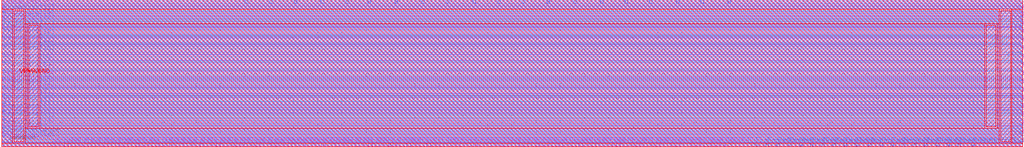
<source format=lef>
##
## LEF for PtnCells ;
## created by Innovus v15.20-p005_1 on Fri Jun 18 01:13:17 2021
##

VERSION 5.7 ;

BUSBITCHARS "[]" ;
DIVIDERCHAR "/" ;

MACRO N_term_DSP
  CLASS BLOCK ;
  SIZE 210.2200 BY 30.2600 ;
  FOREIGN N_term_DSP 0.0000 0.0000 ;
  ORIGIN 0 0 ;
  SYMMETRY X Y R90 ;
  PIN N1END[3]
    DIRECTION INPUT ;
    USE SIGNAL ;
    ANTENNAPARTIALMETALAREA 0.20995 LAYER li1  ;
    ANTENNAPARTIALMETALSIDEAREA 0.247 LAYER li1  ;
    ANTENNAPARTIALCUTAREA 0.0289 LAYER mcon  ;
    ANTENNAPARTIALMETALAREA 2.4256 LAYER met1  ;
    ANTENNAPARTIALMETALSIDEAREA 12.0505 LAYER met1  ;
    ANTENNAPARTIALCUTAREA 0.0225 LAYER via  ;
    ANTENNAPARTIALMETALAREA 1.2024 LAYER met2  ;
    ANTENNAPARTIALMETALSIDEAREA 5.894 LAYER met2  ;
    ANTENNAMODEL OXIDE1 ;
    ANTENNAGATEAREA 0.159 LAYER met2  ;
    ANTENNAMAXAREACAR 42.4689 LAYER met2  ;
    ANTENNAMAXSIDEAREACAR 207.896 LAYER met2  ;
    ANTENNAMAXCUTCAR 0.32327 LAYER via2  ;
    PORT
      LAYER li1 ;
        RECT 13.8400 0.0000 14.2200 0.7200 ;
    END
  END N1END[3]
  PIN N1END[2]
    DIRECTION INPUT ;
    USE SIGNAL ;
    ANTENNAPARTIALCUTAREA 0.0289 LAYER mcon  ;
    ANTENNAPARTIALMETALAREA 2.7952 LAYER met1  ;
    ANTENNAPARTIALMETALSIDEAREA 13.8985 LAYER met1  ;
    ANTENNAPARTIALCUTAREA 0.0225 LAYER via  ;
    ANTENNAPARTIALMETALAREA 2.7943 LAYER met2  ;
    ANTENNAPARTIALMETALSIDEAREA 13.8005 LAYER met2  ;
    ANTENNAPARTIALCUTAREA 0.04 LAYER via2  ;
    ANTENNAPARTIALMETALAREA 2.056 LAYER met3  ;
    ANTENNAPARTIALMETALSIDEAREA 11.432 LAYER met3  ;
    ANTENNAPARTIALCUTAREA 0.04 LAYER via3  ;
    ANTENNAPARTIALMETALAREA 1.3914 LAYER met4  ;
    ANTENNAPARTIALMETALSIDEAREA 8.832 LAYER met4  ;
    ANTENNAMODEL OXIDE1 ;
    ANTENNAGATEAREA 0.159 LAYER met4  ;
    ANTENNAMAXAREACAR 17.9135 LAYER met4  ;
    ANTENNAMAXSIDEAREACAR 100.642 LAYER met4  ;
    ANTENNAMAXCUTCAR 0.826415 LAYER via4  ;
    PORT
      LAYER li1 ;
        RECT 12.4600 0.0000 12.8400 0.7200 ;
    END
  END N1END[2]
  PIN N1END[1]
    DIRECTION INPUT ;
    USE SIGNAL ;
    ANTENNAPARTIALMETALAREA 0.84575 LAYER li1  ;
    ANTENNAPARTIALMETALSIDEAREA 0.995 LAYER li1  ;
    ANTENNAPARTIALCUTAREA 0.0289 LAYER mcon  ;
    ANTENNAPARTIALMETALAREA 0.4936 LAYER met1  ;
    ANTENNAPARTIALMETALSIDEAREA 2.3905 LAYER met1  ;
    ANTENNAPARTIALCUTAREA 0.0225 LAYER via  ;
    ANTENNAPARTIALMETALAREA 2.202 LAYER met2  ;
    ANTENNAPARTIALMETALSIDEAREA 10.892 LAYER met2  ;
    ANTENNAMODEL OXIDE1 ;
    ANTENNAGATEAREA 0.159 LAYER met2  ;
    ANTENNAMAXAREACAR 66.2777 LAYER met2  ;
    ANTENNAMAXSIDEAREACAR 326.94 LAYER met2  ;
    ANTENNAMAXCUTCAR 0.32327 LAYER via2  ;
    PORT
      LAYER li1 ;
        RECT 11.0800 0.0000 11.4600 0.7200 ;
    END
  END N1END[1]
  PIN N1END[0]
    DIRECTION INPUT ;
    USE SIGNAL ;
    ANTENNAPARTIALMETALAREA 0.44115 LAYER li1  ;
    ANTENNAPARTIALMETALSIDEAREA 0.519 LAYER li1  ;
    ANTENNAPARTIALCUTAREA 0.0289 LAYER mcon  ;
    ANTENNAPARTIALMETALAREA 1.9412 LAYER met1  ;
    ANTENNAPARTIALMETALSIDEAREA 9.6285 LAYER met1  ;
    ANTENNAPARTIALCUTAREA 0.0225 LAYER via  ;
    ANTENNAPARTIALMETALAREA 2.6568 LAYER met2  ;
    ANTENNAPARTIALMETALSIDEAREA 13.048 LAYER met2  ;
    ANTENNAMODEL OXIDE1 ;
    ANTENNAGATEAREA 0.159 LAYER met2  ;
    ANTENNAMAXAREACAR 19.0198 LAYER met2  ;
    ANTENNAMAXSIDEAREACAR 89.9088 LAYER met2  ;
    ANTENNAMAXCUTCAR 0.32327 LAYER via2  ;
    PORT
      LAYER li1 ;
        RECT 10.1600 0.0000 10.5400 0.7200 ;
    END
  END N1END[0]
  PIN N2MID[7]
    DIRECTION INPUT ;
    USE SIGNAL ;
    ANTENNAPARTIALMETALAREA 0.44115 LAYER li1  ;
    ANTENNAPARTIALMETALSIDEAREA 0.519 LAYER li1  ;
    ANTENNAPARTIALCUTAREA 0.0289 LAYER mcon  ;
    ANTENNAPARTIALMETALAREA 0.6224 LAYER met1  ;
    ANTENNAPARTIALMETALSIDEAREA 3.0345 LAYER met1  ;
    ANTENNAPARTIALCUTAREA 0.0225 LAYER via  ;
    ANTENNAPARTIALMETALAREA 2.454 LAYER met2  ;
    ANTENNAPARTIALMETALSIDEAREA 12.152 LAYER met2  ;
    ANTENNAMODEL OXIDE1 ;
    ANTENNAGATEAREA 0.159 LAYER met2  ;
    ANTENNAMAXAREACAR 59.3381 LAYER met2  ;
    ANTENNAMAXSIDEAREACAR 289.217 LAYER met2  ;
    ANTENNAMAXCUTCAR 0.32327 LAYER via2  ;
    PORT
      LAYER li1 ;
        RECT 24.8800 0.0000 25.2600 0.7200 ;
    END
  END N2MID[7]
  PIN N2MID[6]
    DIRECTION INPUT ;
    USE SIGNAL ;
    ANTENNAPARTIALMETALAREA 0.96135 LAYER li1  ;
    ANTENNAPARTIALMETALSIDEAREA 1.131 LAYER li1  ;
    ANTENNAPARTIALCUTAREA 0.0289 LAYER mcon  ;
    ANTENNAPARTIALMETALAREA 0.0832 LAYER met1  ;
    ANTENNAPARTIALMETALSIDEAREA 0.406 LAYER met1  ;
    ANTENNAPARTIALCUTAREA 0.0225 LAYER via  ;
    ANTENNAPARTIALMETALAREA 1.3061 LAYER met2  ;
    ANTENNAPARTIALMETALSIDEAREA 6.3595 LAYER met2  ;
    ANTENNAPARTIALCUTAREA 0.04 LAYER via2  ;
    ANTENNAPARTIALMETALAREA 16.177 LAYER met3  ;
    ANTENNAPARTIALMETALSIDEAREA 86.744 LAYER met3  ;
    ANTENNAPARTIALCUTAREA 0.04 LAYER via3  ;
    ANTENNAPARTIALMETALAREA 4.0284 LAYER met4  ;
    ANTENNAPARTIALMETALSIDEAREA 22.896 LAYER met4  ;
    ANTENNAMODEL OXIDE1 ;
    ANTENNAGATEAREA 0.159 LAYER met4  ;
    ANTENNAMAXAREACAR 44.8909 LAYER met4  ;
    ANTENNAMAXSIDEAREACAR 243.226 LAYER met4  ;
    ANTENNAMAXCUTCAR 0.826415 LAYER via4  ;
    PORT
      LAYER li1 ;
        RECT 23.5000 0.0000 23.8800 0.7200 ;
    END
  END N2MID[6]
  PIN N2MID[5]
    DIRECTION INPUT ;
    USE SIGNAL ;
    ANTENNAPARTIALCUTAREA 0.0289 LAYER mcon  ;
    ANTENNAPARTIALMETALAREA 17.2894 LAYER met1  ;
    ANTENNAPARTIALMETALSIDEAREA 86.3695 LAYER met1  ;
    ANTENNAPARTIALCUTAREA 0.0225 LAYER via  ;
    ANTENNAPARTIALMETALAREA 2.0256 LAYER met2  ;
    ANTENNAPARTIALMETALSIDEAREA 10.01 LAYER met2  ;
    ANTENNAMODEL OXIDE1 ;
    ANTENNAGATEAREA 0.159 LAYER met2  ;
    ANTENNAMAXAREACAR 14.089 LAYER met2  ;
    ANTENNAMAXSIDEAREACAR 66.4214 LAYER met2  ;
    ANTENNAMAXCUTCAR 0.32327 LAYER via2  ;
    PORT
      LAYER li1 ;
        RECT 22.1200 0.0000 22.5000 0.7200 ;
    END
  END N2MID[5]
  PIN N2MID[4]
    DIRECTION INPUT ;
    USE SIGNAL ;
    ANTENNAPARTIALMETALAREA 0.32555 LAYER li1  ;
    ANTENNAPARTIALMETALSIDEAREA 0.383 LAYER li1  ;
    ANTENNAPARTIALCUTAREA 0.0289 LAYER mcon  ;
    ANTENNAPARTIALMETALAREA 11.0308 LAYER met1  ;
    ANTENNAPARTIALMETALSIDEAREA 55.0025 LAYER met1  ;
    ANTENNAPARTIALCUTAREA 0.0225 LAYER via  ;
    ANTENNAPARTIALMETALAREA 0.5024 LAYER met2  ;
    ANTENNAPARTIALMETALSIDEAREA 2.394 LAYER met2  ;
    ANTENNAMODEL OXIDE1 ;
    ANTENNAGATEAREA 0.159 LAYER met2  ;
    ANTENNAMAXAREACAR 9.54685 LAYER met2  ;
    ANTENNAMAXSIDEAREACAR 36.9906 LAYER met2  ;
    ANTENNAMAXCUTCAR 0.32327 LAYER via2  ;
    PORT
      LAYER li1 ;
        RECT 20.7400 0.0000 21.1200 0.7200 ;
    END
  END N2MID[4]
  PIN N2MID[3]
    DIRECTION INPUT ;
    USE SIGNAL ;
    ANTENNAPARTIALMETALAREA 0.96135 LAYER li1  ;
    ANTENNAPARTIALMETALSIDEAREA 1.131 LAYER li1  ;
    ANTENNAPARTIALCUTAREA 0.0289 LAYER mcon  ;
    ANTENNAPARTIALMETALAREA 0.0832 LAYER met1  ;
    ANTENNAPARTIALMETALSIDEAREA 0.406 LAYER met1  ;
    ANTENNAPARTIALCUTAREA 0.0225 LAYER via  ;
    ANTENNAPARTIALMETALAREA 0.9645 LAYER met2  ;
    ANTENNAPARTIALMETALSIDEAREA 4.6515 LAYER met2  ;
    ANTENNAPARTIALCUTAREA 0.04 LAYER via2  ;
    ANTENNAPARTIALMETALAREA 23.788 LAYER met3  ;
    ANTENNAPARTIALMETALSIDEAREA 127.336 LAYER met3  ;
    ANTENNAPARTIALCUTAREA 0.04 LAYER via3  ;
    ANTENNAPARTIALMETALAREA 1.8936 LAYER met4  ;
    ANTENNAPARTIALMETALSIDEAREA 11.04 LAYER met4  ;
    ANTENNAMODEL OXIDE1 ;
    ANTENNAGATEAREA 0.159 LAYER met4  ;
    ANTENNAMAXAREACAR 73.4858 LAYER met4  ;
    ANTENNAMAXSIDEAREACAR 391.642 LAYER met4  ;
    ANTENNAMAXCUTCAR 0.826415 LAYER via4  ;
    PORT
      LAYER li1 ;
        RECT 19.3600 0.0000 19.7400 0.7200 ;
    END
  END N2MID[3]
  PIN N2MID[2]
    DIRECTION INPUT ;
    USE SIGNAL ;
    ANTENNAPARTIALMETALAREA 0.67235 LAYER li1  ;
    ANTENNAPARTIALMETALSIDEAREA 0.791 LAYER li1  ;
    ANTENNAPARTIALCUTAREA 0.0289 LAYER mcon  ;
    ANTENNAPARTIALMETALAREA 7.5748 LAYER met1  ;
    ANTENNAPARTIALMETALSIDEAREA 37.7965 LAYER met1  ;
    ANTENNAPARTIALCUTAREA 0.0225 LAYER via  ;
    ANTENNAPARTIALMETALAREA 0.5976 LAYER met2  ;
    ANTENNAPARTIALMETALSIDEAREA 2.87 LAYER met2  ;
    ANTENNAMODEL OXIDE1 ;
    ANTENNAGATEAREA 0.159 LAYER met2  ;
    ANTENNAMAXAREACAR 5.10786 LAYER met2  ;
    ANTENNAMAXSIDEAREACAR 21.5157 LAYER met2  ;
    ANTENNAMAXCUTCAR 0.32327 LAYER via2  ;
    PORT
      LAYER li1 ;
        RECT 17.9800 0.0000 18.3600 0.7200 ;
    END
  END N2MID[2]
  PIN N2MID[1]
    DIRECTION INPUT ;
    USE SIGNAL ;
    ANTENNAPARTIALMETALAREA 0.78795 LAYER li1  ;
    ANTENNAPARTIALMETALSIDEAREA 0.927 LAYER li1  ;
    ANTENNAPARTIALCUTAREA 0.0289 LAYER mcon  ;
    ANTENNAPARTIALMETALAREA 1.3308 LAYER met1  ;
    ANTENNAPARTIALMETALSIDEAREA 6.5765 LAYER met1  ;
    ANTENNAPARTIALCUTAREA 0.0225 LAYER via  ;
    ANTENNAPARTIALMETALAREA 5.7896 LAYER met2  ;
    ANTENNAPARTIALMETALSIDEAREA 28.476 LAYER met2  ;
    ANTENNAMODEL OXIDE1 ;
    ANTENNAGATEAREA 0.159 LAYER met2  ;
    ANTENNAMAXAREACAR 39.128 LAYER met2  ;
    ANTENNAMAXSIDEAREACAR 188.965 LAYER met2  ;
    ANTENNAMAXCUTCAR 0.32327 LAYER via2  ;
    PORT
      LAYER li1 ;
        RECT 16.6000 0.0000 16.9800 0.7200 ;
    END
  END N2MID[1]
  PIN N2MID[0]
    DIRECTION INPUT ;
    USE SIGNAL ;
    ANTENNAPARTIALMETALAREA 0.55675 LAYER li1  ;
    ANTENNAPARTIALMETALSIDEAREA 0.655 LAYER li1  ;
    ANTENNAPARTIALCUTAREA 0.0289 LAYER mcon  ;
    ANTENNAPARTIALMETALAREA 1.3952 LAYER met1  ;
    ANTENNAPARTIALMETALSIDEAREA 6.8985 LAYER met1  ;
    ANTENNAPARTIALCUTAREA 0.0225 LAYER via  ;
    ANTENNAPARTIALMETALAREA 1.4544 LAYER met2  ;
    ANTENNAPARTIALMETALSIDEAREA 7.154 LAYER met2  ;
    ANTENNAMODEL OXIDE1 ;
    ANTENNAGATEAREA 0.159 LAYER met2  ;
    ANTENNAMAXAREACAR 46.2299 LAYER met2  ;
    ANTENNAMAXSIDEAREACAR 222.286 LAYER met2  ;
    ANTENNAMAXCUTCAR 0.32327 LAYER via2  ;
    PORT
      LAYER li1 ;
        RECT 15.2200 0.0000 15.6000 0.7200 ;
    END
  END N2MID[0]
  PIN N2END[7]
    DIRECTION INPUT ;
    USE SIGNAL ;
    ANTENNAPARTIALMETALAREA 0.96135 LAYER li1  ;
    ANTENNAPARTIALMETALSIDEAREA 1.131 LAYER li1  ;
    ANTENNAPARTIALCUTAREA 0.0289 LAYER mcon  ;
    ANTENNAPARTIALMETALAREA 8.832 LAYER met1  ;
    ANTENNAPARTIALMETALSIDEAREA 44.0825 LAYER met1  ;
    ANTENNAPARTIALCUTAREA 0.0225 LAYER via  ;
    ANTENNAPARTIALMETALAREA 0.4548 LAYER met2  ;
    ANTENNAPARTIALMETALSIDEAREA 2.156 LAYER met2  ;
    ANTENNAMODEL OXIDE1 ;
    ANTENNAGATEAREA 0.159 LAYER met2  ;
    ANTENNAMAXAREACAR 4.76572 LAYER met2  ;
    ANTENNAMAXSIDEAREACAR 19.3805 LAYER met2  ;
    ANTENNAMAXCUTCAR 0.32327 LAYER via2  ;
    PORT
      LAYER li1 ;
        RECT 35.4600 0.0000 35.8400 0.7200 ;
    END
  END N2END[7]
  PIN N2END[6]
    DIRECTION INPUT ;
    USE SIGNAL ;
    ANTENNAPARTIALMETALAREA 0.15215 LAYER li1  ;
    ANTENNAPARTIALMETALSIDEAREA 0.179 LAYER li1  ;
    ANTENNAPARTIALCUTAREA 0.0289 LAYER mcon  ;
    ANTENNAPARTIALMETALAREA 0.3004 LAYER met1  ;
    ANTENNAPARTIALMETALSIDEAREA 1.4245 LAYER met1  ;
    ANTENNAPARTIALCUTAREA 0.0225 LAYER via  ;
    ANTENNAPARTIALMETALAREA 1.9739 LAYER met2  ;
    ANTENNAPARTIALMETALSIDEAREA 9.6985 LAYER met2  ;
    ANTENNAPARTIALCUTAREA 0.04 LAYER via2  ;
    ANTENNAPARTIALMETALAREA 7.345 LAYER met3  ;
    ANTENNAPARTIALMETALSIDEAREA 39.64 LAYER met3  ;
    ANTENNAPARTIALCUTAREA 0.04 LAYER via3  ;
    ANTENNAPARTIALMETALAREA 0.9468 LAYER met4  ;
    ANTENNAPARTIALMETALSIDEAREA 5.52 LAYER met4  ;
    ANTENNAMODEL OXIDE1 ;
    ANTENNAGATEAREA 0.159 LAYER met4  ;
    ANTENNAMAXAREACAR 27.467 LAYER met4  ;
    ANTENNAMAXSIDEAREACAR 146.903 LAYER met4  ;
    ANTENNAMAXCUTCAR 0.826415 LAYER via4  ;
    PORT
      LAYER li1 ;
        RECT 34.0800 0.0000 34.4600 0.7200 ;
    END
  END N2END[6]
  PIN N2END[5]
    DIRECTION INPUT ;
    USE SIGNAL ;
    ANTENNAPARTIALMETALAREA 0.09435 LAYER li1  ;
    ANTENNAPARTIALMETALSIDEAREA 0.111 LAYER li1  ;
    ANTENNAPARTIALCUTAREA 0.0289 LAYER mcon  ;
    ANTENNAPARTIALMETALAREA 0.558 LAYER met1  ;
    ANTENNAPARTIALMETALSIDEAREA 2.7125 LAYER met1  ;
    ANTENNAPARTIALCUTAREA 0.0225 LAYER via  ;
    ANTENNAPARTIALMETALAREA 1.9289 LAYER met2  ;
    ANTENNAPARTIALMETALSIDEAREA 9.3555 LAYER met2  ;
    ANTENNAPARTIALCUTAREA 0.04 LAYER via2  ;
    ANTENNAPARTIALMETALAREA 3.136 LAYER met3  ;
    ANTENNAPARTIALMETALSIDEAREA 17.192 LAYER met3  ;
    ANTENNAPARTIALCUTAREA 0.04 LAYER via3  ;
    ANTENNAPARTIALMETALAREA 5.6484 LAYER met4  ;
    ANTENNAPARTIALMETALSIDEAREA 31.536 LAYER met4  ;
    ANTENNAMODEL OXIDE1 ;
    ANTENNAGATEAREA 0.159 LAYER met4  ;
    ANTENNAMAXAREACAR 40.1918 LAYER met4  ;
    ANTENNAMAXSIDEAREACAR 219.541 LAYER met4  ;
    ANTENNAMAXCUTCAR 0.826415 LAYER via4  ;
    PORT
      LAYER li1 ;
        RECT 33.1600 0.0000 33.5400 0.7200 ;
    END
  END N2END[5]
  PIN N2END[4]
    DIRECTION INPUT ;
    USE SIGNAL ;
    ANTENNAPARTIALMETALAREA 0.67235 LAYER li1  ;
    ANTENNAPARTIALMETALSIDEAREA 0.791 LAYER li1  ;
    ANTENNAPARTIALCUTAREA 0.0289 LAYER mcon  ;
    ANTENNAPARTIALMETALAREA 3.1172 LAYER met1  ;
    ANTENNAPARTIALMETALSIDEAREA 15.5085 LAYER met1  ;
    ANTENNAPARTIALCUTAREA 0.0225 LAYER via  ;
    ANTENNAPARTIALMETALAREA 1.1688 LAYER met2  ;
    ANTENNAPARTIALMETALSIDEAREA 5.726 LAYER met2  ;
    ANTENNAMODEL OXIDE1 ;
    ANTENNAGATEAREA 0.159 LAYER met2  ;
    ANTENNAMAXAREACAR 24.9506 LAYER met2  ;
    ANTENNAMAXSIDEAREACAR 114.5 LAYER met2  ;
    ANTENNAMAXCUTCAR 0.32327 LAYER via2  ;
    PORT
      LAYER li1 ;
        RECT 31.7800 0.0000 32.1600 0.7200 ;
    END
  END N2END[4]
  PIN N2END[3]
    DIRECTION INPUT ;
    USE SIGNAL ;
    ANTENNAPARTIALMETALAREA 0.28815 LAYER li1  ;
    ANTENNAPARTIALMETALSIDEAREA 0.339 LAYER li1  ;
    ANTENNAPARTIALCUTAREA 0.0289 LAYER mcon  ;
    ANTENNAPARTIALMETALAREA 13.9196 LAYER met1  ;
    ANTENNAPARTIALMETALSIDEAREA 69.5205 LAYER met1  ;
    ANTENNAPARTIALCUTAREA 0.0225 LAYER via  ;
    ANTENNAPARTIALMETALAREA 0.9784 LAYER met2  ;
    ANTENNAPARTIALMETALSIDEAREA 4.774 LAYER met2  ;
    ANTENNAMODEL OXIDE1 ;
    ANTENNAGATEAREA 0.159 LAYER met2  ;
    ANTENNAMAXAREACAR 17.806 LAYER met2  ;
    ANTENNAMAXSIDEAREACAR 78.2862 LAYER met2  ;
    ANTENNAMAXCUTCAR 0.32327 LAYER via2  ;
    PORT
      LAYER li1 ;
        RECT 30.4000 0.0000 30.7800 0.7200 ;
    END
  END N2END[3]
  PIN N2END[2]
    DIRECTION INPUT ;
    USE SIGNAL ;
    ANTENNAPARTIALMETALAREA 0.44115 LAYER li1  ;
    ANTENNAPARTIALMETALSIDEAREA 0.519 LAYER li1  ;
    ANTENNAPARTIALCUTAREA 0.0289 LAYER mcon  ;
    ANTENNAPARTIALMETALAREA 0.7512 LAYER met1  ;
    ANTENNAPARTIALMETALSIDEAREA 3.6785 LAYER met1  ;
    ANTENNAPARTIALCUTAREA 0.0225 LAYER via  ;
    ANTENNAPARTIALMETALAREA 2.4329 LAYER met2  ;
    ANTENNAPARTIALMETALSIDEAREA 11.8755 LAYER met2  ;
    ANTENNAPARTIALCUTAREA 0.04 LAYER via2  ;
    ANTENNAPARTIALMETALAREA 0.469 LAYER met3  ;
    ANTENNAPARTIALMETALSIDEAREA 2.968 LAYER met3  ;
    ANTENNAPARTIALCUTAREA 0.04 LAYER via3  ;
    ANTENNAPARTIALMETALAREA 2.0514 LAYER met4  ;
    ANTENNAPARTIALMETALSIDEAREA 12.352 LAYER met4  ;
    ANTENNAMODEL OXIDE1 ;
    ANTENNAGATEAREA 0.159 LAYER met4  ;
    ANTENNAMAXAREACAR 55.5362 LAYER met4  ;
    ANTENNAMAXSIDEAREACAR 300.987 LAYER met4  ;
    ANTENNAMAXCUTCAR 0.826415 LAYER via4  ;
    PORT
      LAYER li1 ;
        RECT 29.0200 0.0000 29.4000 0.7200 ;
    END
  END N2END[2]
  PIN N2END[1]
    DIRECTION INPUT ;
    USE SIGNAL ;
    ANTENNAPARTIALMETALAREA 0.55675 LAYER li1  ;
    ANTENNAPARTIALMETALSIDEAREA 0.655 LAYER li1  ;
    ANTENNAPARTIALCUTAREA 0.0289 LAYER mcon  ;
    ANTENNAPARTIALMETALAREA 3.5512 LAYER met1  ;
    ANTENNAPARTIALMETALSIDEAREA 17.6785 LAYER met1  ;
    ANTENNAPARTIALCUTAREA 0.0225 LAYER via  ;
    ANTENNAPARTIALMETALAREA 1.1212 LAYER met2  ;
    ANTENNAPARTIALMETALSIDEAREA 5.488 LAYER met2  ;
    ANTENNAMODEL OXIDE1 ;
    ANTENNAGATEAREA 0.159 LAYER met2  ;
    ANTENNAMAXAREACAR 20.5368 LAYER met2  ;
    ANTENNAMAXSIDEAREACAR 93.8208 LAYER met2  ;
    ANTENNAMAXCUTCAR 0.32327 LAYER via2  ;
    PORT
      LAYER li1 ;
        RECT 27.6400 0.0000 28.0200 0.7200 ;
    END
  END N2END[1]
  PIN N2END[0]
    DIRECTION INPUT ;
    USE SIGNAL ;
    ANTENNAPARTIALMETALAREA 0.96135 LAYER li1  ;
    ANTENNAPARTIALMETALSIDEAREA 1.131 LAYER li1  ;
    ANTENNAPARTIALCUTAREA 0.0289 LAYER mcon  ;
    ANTENNAPARTIALMETALAREA 1.202 LAYER met1  ;
    ANTENNAPARTIALMETALSIDEAREA 5.9325 LAYER met1  ;
    ANTENNAPARTIALCUTAREA 0.0225 LAYER via  ;
    ANTENNAPARTIALMETALAREA 0.2813 LAYER met2  ;
    ANTENNAPARTIALMETALSIDEAREA 1.2355 LAYER met2  ;
    ANTENNAPARTIALCUTAREA 0.04 LAYER via2  ;
    ANTENNAPARTIALMETALAREA 17.74 LAYER met3  ;
    ANTENNAPARTIALMETALSIDEAREA 95.08 LAYER met3  ;
    ANTENNAPARTIALCUTAREA 0.04 LAYER via3  ;
    ANTENNAPARTIALMETALAREA 1.4316 LAYER met4  ;
    ANTENNAPARTIALMETALSIDEAREA 8.576 LAYER met4  ;
    ANTENNAMODEL OXIDE1 ;
    ANTENNAGATEAREA 0.159 LAYER met4  ;
    ANTENNAMAXAREACAR 38.2223 LAYER met4  ;
    ANTENNAMAXSIDEAREACAR 206.28 LAYER met4  ;
    ANTENNAMAXCUTCAR 0.826415 LAYER via4  ;
    PORT
      LAYER li1 ;
        RECT 26.2600 0.0000 26.6400 0.7200 ;
    END
  END N2END[0]
  PIN N4END[15]
    DIRECTION INPUT ;
    USE SIGNAL ;
    ANTENNAPARTIALMETALAREA 1.01915 LAYER li1  ;
    ANTENNAPARTIALMETALSIDEAREA 1.199 LAYER li1  ;
    ANTENNAPARTIALCUTAREA 0.0289 LAYER mcon  ;
    ANTENNAPARTIALMETALAREA 1.846 LAYER met1  ;
    ANTENNAPARTIALMETALSIDEAREA 9.1525 LAYER met1  ;
    ANTENNAPARTIALCUTAREA 0.0225 LAYER via  ;
    ANTENNAPARTIALMETALAREA 0.4072 LAYER met2  ;
    ANTENNAPARTIALMETALSIDEAREA 1.918 LAYER met2  ;
    ANTENNAMODEL OXIDE1 ;
    ANTENNAGATEAREA 0.159 LAYER met2  ;
    ANTENNAMAXAREACAR 3.91038 LAYER met2  ;
    ANTENNAMAXSIDEAREACAR 15.5283 LAYER met2  ;
    ANTENNAMAXCUTCAR 0.32327 LAYER via2  ;
    PORT
      LAYER li1 ;
        RECT 57.0800 0.0000 57.4600 0.7200 ;
    END
  END N4END[15]
  PIN N4END[14]
    DIRECTION INPUT ;
    USE SIGNAL ;
    ANTENNAPARTIALMETALAREA 1.05995 LAYER li1  ;
    ANTENNAPARTIALMETALSIDEAREA 1.247 LAYER li1  ;
    ANTENNAPARTIALCUTAREA 0.0289 LAYER mcon  ;
    ANTENNAPARTIALMETALAREA 0.0832 LAYER met1  ;
    ANTENNAPARTIALMETALSIDEAREA 0.406 LAYER met1  ;
    ANTENNAPARTIALCUTAREA 0.0225 LAYER via  ;
    ANTENNAPARTIALMETALAREA 0.624 LAYER met2  ;
    ANTENNAPARTIALMETALSIDEAREA 2.884 LAYER met2  ;
    ANTENNAMODEL OXIDE1 ;
    ANTENNAGATEAREA 0.159 LAYER met2  ;
    ANTENNAMAXAREACAR 5.82987 LAYER met2  ;
    ANTENNAMAXSIDEAREACAR 23.9591 LAYER met2  ;
    ANTENNAMAXCUTCAR 0.32327 LAYER via2  ;
    PORT
      LAYER li1 ;
        RECT 56.1600 0.0000 56.5400 0.7200 ;
    END
  END N4END[14]
  PIN N4END[13]
    DIRECTION INPUT ;
    USE SIGNAL ;
    ANTENNAPARTIALCUTAREA 0.0289 LAYER mcon  ;
    ANTENNAPARTIALMETALAREA 1.2496 LAYER met1  ;
    ANTENNAPARTIALMETALSIDEAREA 6.1705 LAYER met1  ;
    ANTENNAPARTIALCUTAREA 0.0225 LAYER via  ;
    ANTENNAPARTIALMETALAREA 4.5947 LAYER met2  ;
    ANTENNAPARTIALMETALSIDEAREA 22.8025 LAYER met2  ;
    ANTENNAPARTIALCUTAREA 0.04 LAYER via2  ;
    ANTENNAPARTIALMETALAREA 10.864 LAYER met3  ;
    ANTENNAPARTIALMETALSIDEAREA 58.408 LAYER met3  ;
    ANTENNAPARTIALCUTAREA 0.04 LAYER via3  ;
    ANTENNAPARTIALMETALAREA 0.5328 LAYER met4  ;
    ANTENNAPARTIALMETALSIDEAREA 3.312 LAYER met4  ;
    ANTENNAMODEL OXIDE1 ;
    ANTENNAGATEAREA 0.159 LAYER met4  ;
    ANTENNAMAXAREACAR 87.2821 LAYER met4  ;
    ANTENNAMAXSIDEAREACAR 454.302 LAYER met4  ;
    ANTENNAMAXCUTCAR 0.826415 LAYER via4  ;
    PORT
      LAYER li1 ;
        RECT 54.7800 0.0000 55.1600 0.7200 ;
    END
  END N4END[13]
  PIN N4END[12]
    DIRECTION INPUT ;
    USE SIGNAL ;
    ANTENNAPARTIALMETALAREA 0.67235 LAYER li1  ;
    ANTENNAPARTIALMETALSIDEAREA 0.791 LAYER li1  ;
    ANTENNAPARTIALCUTAREA 0.0289 LAYER mcon  ;
    ANTENNAPARTIALMETALAREA 1.5072 LAYER met1  ;
    ANTENNAPARTIALMETALSIDEAREA 7.4585 LAYER met1  ;
    ANTENNAPARTIALCUTAREA 0.0225 LAYER via  ;
    ANTENNAPARTIALMETALAREA 2.4664 LAYER met2  ;
    ANTENNAPARTIALMETALSIDEAREA 12.096 LAYER met2  ;
    ANTENNAMODEL OXIDE1 ;
    ANTENNAGATEAREA 0.159 LAYER met2  ;
    ANTENNAMAXAREACAR 22.6827 LAYER met2  ;
    ANTENNAMAXSIDEAREACAR 108.223 LAYER met2  ;
    ANTENNAMAXCUTCAR 0.32327 LAYER via2  ;
    PORT
      LAYER li1 ;
        RECT 53.4000 0.0000 53.7800 0.7200 ;
    END
  END N4END[12]
  PIN N4END[11]
    DIRECTION INPUT ;
    USE SIGNAL ;
    ANTENNAPARTIALMETALAREA 0.44115 LAYER li1  ;
    ANTENNAPARTIALMETALSIDEAREA 0.519 LAYER li1  ;
    ANTENNAPARTIALCUTAREA 0.0289 LAYER mcon  ;
    ANTENNAPARTIALMETALAREA 4.1 LAYER met1  ;
    ANTENNAPARTIALMETALSIDEAREA 20.4225 LAYER met1  ;
    ANTENNAPARTIALCUTAREA 0.0225 LAYER via  ;
    ANTENNAPARTIALMETALAREA 1.1212 LAYER met2  ;
    ANTENNAPARTIALMETALSIDEAREA 5.488 LAYER met2  ;
    ANTENNAMODEL OXIDE1 ;
    ANTENNAGATEAREA 0.159 LAYER met2  ;
    ANTENNAMAXAREACAR 9.55566 LAYER met2  ;
    ANTENNAMAXSIDEAREACAR 39.3396 LAYER met2  ;
    ANTENNAMAXCUTCAR 0.32327 LAYER via2  ;
    PORT
      LAYER li1 ;
        RECT 52.0200 0.0000 52.4000 0.7200 ;
    END
  END N4END[11]
  PIN N4END[10]
    DIRECTION INPUT ;
    USE SIGNAL ;
    ANTENNAPARTIALMETALAREA 0.09435 LAYER li1  ;
    ANTENNAPARTIALMETALSIDEAREA 0.111 LAYER li1  ;
    ANTENNAPARTIALCUTAREA 0.0289 LAYER mcon  ;
    ANTENNAPARTIALMETALAREA 1.5884 LAYER met1  ;
    ANTENNAPARTIALMETALSIDEAREA 7.8645 LAYER met1  ;
    ANTENNAPARTIALCUTAREA 0.0225 LAYER via  ;
    ANTENNAPARTIALMETALAREA 4.418 LAYER met2  ;
    ANTENNAPARTIALMETALSIDEAREA 21.854 LAYER met2  ;
    ANTENNAMODEL OXIDE1 ;
    ANTENNAGATEAREA 0.159 LAYER met2  ;
    ANTENNAMAXAREACAR 32.1217 LAYER met2  ;
    ANTENNAMAXSIDEAREACAR 155.418 LAYER met2  ;
    ANTENNAMAXCUTCAR 0.32327 LAYER via2  ;
    PORT
      LAYER li1 ;
        RECT 50.6400 0.0000 51.0200 0.7200 ;
    END
  END N4END[10]
  PIN N4END[9]
    DIRECTION INPUT ;
    USE SIGNAL ;
    ANTENNAPARTIALMETALAREA 1.01915 LAYER li1  ;
    ANTENNAPARTIALMETALSIDEAREA 1.199 LAYER li1  ;
    ANTENNAPARTIALCUTAREA 0.0289 LAYER mcon  ;
    ANTENNAPARTIALMETALAREA 0.0832 LAYER met1  ;
    ANTENNAPARTIALMETALSIDEAREA 0.406 LAYER met1  ;
    ANTENNAPARTIALCUTAREA 0.0225 LAYER via  ;
    ANTENNAPARTIALMETALAREA 3.9966 LAYER met2  ;
    ANTENNAPARTIALMETALSIDEAREA 19.747 LAYER met2  ;
    ANTENNAMODEL OXIDE1 ;
    ANTENNAGATEAREA 0.159 LAYER met2  ;
    ANTENNAMAXAREACAR 26.4852 LAYER met2  ;
    ANTENNAMAXSIDEAREACAR 127.66 LAYER met2  ;
    ANTENNAMAXCUTCAR 0.32327 LAYER via2  ;
    PORT
      LAYER li1 ;
        RECT 49.2600 0.0000 49.6400 0.7200 ;
    END
  END N4END[9]
  PIN N4END[8]
    DIRECTION INPUT ;
    USE SIGNAL ;
    ANTENNAPARTIALMETALAREA 0.61455 LAYER li1  ;
    ANTENNAPARTIALMETALSIDEAREA 0.723 LAYER li1  ;
    ANTENNAPARTIALCUTAREA 0.0289 LAYER mcon  ;
    ANTENNAPARTIALMETALAREA 1.3952 LAYER met1  ;
    ANTENNAPARTIALMETALSIDEAREA 6.8985 LAYER met1  ;
    ANTENNAPARTIALCUTAREA 0.0225 LAYER via  ;
    ANTENNAPARTIALMETALAREA 0.6523 LAYER met2  ;
    ANTENNAPARTIALMETALSIDEAREA 3.0905 LAYER met2  ;
    ANTENNAPARTIALCUTAREA 0.04 LAYER via2  ;
    ANTENNAPARTIALMETALAREA 10.9278 LAYER met3  ;
    ANTENNAPARTIALMETALSIDEAREA 58.752 LAYER met3  ;
    ANTENNAMODEL OXIDE1 ;
    ANTENNAGATEAREA 0.159 LAYER met3  ;
    ANTENNAMAXAREACAR 76.5915 LAYER met3  ;
    ANTENNAMAXSIDEAREACAR 399.138 LAYER met3  ;
    ANTENNAMAXCUTCAR 0.574843 LAYER via3  ;
    PORT
      LAYER li1 ;
        RECT 47.8800 0.0000 48.2600 0.7200 ;
    END
  END N4END[8]
  PIN N4END[7]
    DIRECTION INPUT ;
    USE SIGNAL ;
    ANTENNAPARTIALMETALAREA 1.01915 LAYER li1  ;
    ANTENNAPARTIALMETALSIDEAREA 1.199 LAYER li1  ;
    ANTENNAPARTIALCUTAREA 0.0289 LAYER mcon  ;
    ANTENNAPARTIALMETALAREA 0.0832 LAYER met1  ;
    ANTENNAPARTIALMETALSIDEAREA 0.406 LAYER met1  ;
    ANTENNAPARTIALCUTAREA 0.0225 LAYER via  ;
    ANTENNAPARTIALMETALAREA 2.9326 LAYER met2  ;
    ANTENNAPARTIALMETALSIDEAREA 14.427 LAYER met2  ;
    ANTENNAMODEL OXIDE1 ;
    ANTENNAGATEAREA 0.159 LAYER met2  ;
    ANTENNAMAXAREACAR 29.9909 LAYER met2  ;
    ANTENNAMAXSIDEAREACAR 144.764 LAYER met2  ;
    ANTENNAMAXCUTCAR 0.32327 LAYER via2  ;
    PORT
      LAYER li1 ;
        RECT 46.5000 0.0000 46.8800 0.7200 ;
    END
  END N4END[7]
  PIN N4END[6]
    DIRECTION INPUT ;
    USE SIGNAL ;
    ANTENNAPARTIALMETALAREA 1.01915 LAYER li1  ;
    ANTENNAPARTIALMETALSIDEAREA 1.199 LAYER li1  ;
    ANTENNAPARTIALCUTAREA 0.0289 LAYER mcon  ;
    ANTENNAPARTIALMETALAREA 0.0832 LAYER met1  ;
    ANTENNAPARTIALMETALSIDEAREA 0.406 LAYER met1  ;
    ANTENNAPARTIALCUTAREA 0.0225 LAYER via  ;
    ANTENNAPARTIALMETALAREA 3.9896 LAYER met2  ;
    ANTENNAPARTIALMETALSIDEAREA 19.712 LAYER met2  ;
    ANTENNAMODEL OXIDE1 ;
    ANTENNAGATEAREA 0.159 LAYER met2  ;
    ANTENNAMAXAREACAR 34.5909 LAYER met2  ;
    ANTENNAMAXSIDEAREACAR 161.959 LAYER met2  ;
    ANTENNAMAXCUTCAR 0.32327 LAYER via2  ;
    PORT
      LAYER li1 ;
        RECT 45.1200 0.0000 45.5000 0.7200 ;
    END
  END N4END[6]
  PIN N4END[5]
    DIRECTION INPUT ;
    USE SIGNAL ;
    ANTENNAPARTIALMETALAREA 1.01915 LAYER li1  ;
    ANTENNAPARTIALMETALSIDEAREA 1.199 LAYER li1  ;
    ANTENNAPARTIALCUTAREA 0.0289 LAYER mcon  ;
    ANTENNAPARTIALMETALAREA 0.0832 LAYER met1  ;
    ANTENNAPARTIALMETALSIDEAREA 0.406 LAYER met1  ;
    ANTENNAPARTIALCUTAREA 0.0225 LAYER via  ;
    ANTENNAPARTIALMETALAREA 4.6728 LAYER met2  ;
    ANTENNAPARTIALMETALSIDEAREA 23.128 LAYER met2  ;
    ANTENNAMODEL OXIDE1 ;
    ANTENNAGATEAREA 0.159 LAYER met2  ;
    ANTENNAMAXAREACAR 35.5381 LAYER met2  ;
    ANTENNAMAXSIDEAREACAR 172.5 LAYER met2  ;
    ANTENNAMAXCUTCAR 0.32327 LAYER via2  ;
    PORT
      LAYER li1 ;
        RECT 43.7400 0.0000 44.1200 0.7200 ;
    END
  END N4END[5]
  PIN N4END[4]
    DIRECTION INPUT ;
    USE SIGNAL ;
    ANTENNAPARTIALMETALAREA 1.01915 LAYER li1  ;
    ANTENNAPARTIALMETALSIDEAREA 1.199 LAYER li1  ;
    ANTENNAPARTIALCUTAREA 0.0289 LAYER mcon  ;
    ANTENNAPARTIALMETALAREA 0.1716 LAYER met1  ;
    ANTENNAPARTIALMETALSIDEAREA 0.7805 LAYER met1  ;
    ANTENNAPARTIALCUTAREA 0.0225 LAYER via  ;
    ANTENNAPARTIALMETALAREA 4.2612 LAYER met2  ;
    ANTENNAPARTIALMETALSIDEAREA 21.07 LAYER met2  ;
    ANTENNAMODEL OXIDE1 ;
    ANTENNAGATEAREA 0.159 LAYER met2  ;
    ANTENNAMAXAREACAR 31.0752 LAYER met2  ;
    ANTENNAMAXSIDEAREACAR 145.77 LAYER met2  ;
    ANTENNAMAXCUTCAR 0.32327 LAYER via2  ;
    PORT
      LAYER li1 ;
        RECT 42.3600 0.0000 42.7400 0.7200 ;
    END
  END N4END[4]
  PIN N4END[3]
    DIRECTION INPUT ;
    USE SIGNAL ;
    ANTENNAPARTIALMETALAREA 1.01915 LAYER li1  ;
    ANTENNAPARTIALMETALSIDEAREA 1.199 LAYER li1  ;
    ANTENNAPARTIALCUTAREA 0.0289 LAYER mcon  ;
    ANTENNAPARTIALMETALAREA 0.0832 LAYER met1  ;
    ANTENNAPARTIALMETALSIDEAREA 0.406 LAYER met1  ;
    ANTENNAPARTIALCUTAREA 0.0225 LAYER via  ;
    ANTENNAPARTIALMETALAREA 0.4899 LAYER met2  ;
    ANTENNAPARTIALMETALSIDEAREA 2.2785 LAYER met2  ;
    ANTENNAPARTIALCUTAREA 0.04 LAYER via2  ;
    ANTENNAPARTIALMETALAREA 5.575 LAYER met3  ;
    ANTENNAPARTIALMETALSIDEAREA 30.2 LAYER met3  ;
    ANTENNAPARTIALCUTAREA 0.04 LAYER via3  ;
    ANTENNAPARTIALMETALAREA 1.0656 LAYER met4  ;
    ANTENNAPARTIALMETALSIDEAREA 6.624 LAYER met4  ;
    ANTENNAMODEL OXIDE1 ;
    ANTENNAGATEAREA 0.159 LAYER met4  ;
    ANTENNAMAXAREACAR 17.4708 LAYER met4  ;
    ANTENNAMAXSIDEAREACAR 94.1572 LAYER met4  ;
    ANTENNAMAXCUTCAR 0.826415 LAYER via4  ;
    PORT
      LAYER li1 ;
        RECT 40.9800 0.0000 41.3600 0.7200 ;
    END
  END N4END[3]
  PIN N4END[2]
    DIRECTION INPUT ;
    USE SIGNAL ;
    ANTENNAPARTIALMETALAREA 1.01915 LAYER li1  ;
    ANTENNAPARTIALMETALSIDEAREA 1.199 LAYER li1  ;
    ANTENNAPARTIALCUTAREA 0.0289 LAYER mcon  ;
    ANTENNAPARTIALMETALAREA 0.0832 LAYER met1  ;
    ANTENNAPARTIALMETALSIDEAREA 0.406 LAYER met1  ;
    ANTENNAPARTIALCUTAREA 0.0225 LAYER via  ;
    ANTENNAPARTIALMETALAREA 5.9272 LAYER met2  ;
    ANTENNAPARTIALMETALSIDEAREA 29.4 LAYER met2  ;
    ANTENNAMODEL OXIDE1 ;
    ANTENNAGATEAREA 0.159 LAYER met2  ;
    ANTENNAMAXAREACAR 40.1456 LAYER met2  ;
    ANTENNAMAXSIDEAREACAR 190.157 LAYER met2  ;
    ANTENNAMAXCUTCAR 0.32327 LAYER via2  ;
    PORT
      LAYER li1 ;
        RECT 39.6000 0.0000 39.9800 0.7200 ;
    END
  END N4END[2]
  PIN N4END[1]
    DIRECTION INPUT ;
    USE SIGNAL ;
    ANTENNAPARTIALMETALAREA 0.55675 LAYER li1  ;
    ANTENNAPARTIALMETALSIDEAREA 0.655 LAYER li1  ;
    ANTENNAPARTIALCUTAREA 0.0289 LAYER mcon  ;
    ANTENNAPARTIALMETALAREA 0.1716 LAYER met1  ;
    ANTENNAPARTIALMETALSIDEAREA 0.7805 LAYER met1  ;
    ANTENNAPARTIALCUTAREA 0.0225 LAYER via  ;
    ANTENNAPARTIALMETALAREA 2.1951 LAYER met2  ;
    ANTENNAPARTIALMETALSIDEAREA 10.8045 LAYER met2  ;
    ANTENNAPARTIALCUTAREA 0.04 LAYER via2  ;
    ANTENNAPARTIALMETALAREA 10.978 LAYER met3  ;
    ANTENNAPARTIALMETALSIDEAREA 59.016 LAYER met3  ;
    ANTENNAPARTIALCUTAREA 0.04 LAYER via3  ;
    ANTENNAPARTIALMETALAREA 2.8716 LAYER met4  ;
    ANTENNAPARTIALMETALSIDEAREA 16.256 LAYER met4  ;
    ANTENNAMODEL OXIDE1 ;
    ANTENNAGATEAREA 0.159 LAYER met4  ;
    ANTENNAMAXAREACAR 36.4833 LAYER met4  ;
    ANTENNAMAXSIDEAREACAR 193.931 LAYER met4  ;
    ANTENNAMAXCUTCAR 0.826415 LAYER via4  ;
    PORT
      LAYER li1 ;
        RECT 38.2200 0.0000 38.6000 0.7200 ;
    END
  END N4END[1]
  PIN N4END[0]
    DIRECTION INPUT ;
    USE SIGNAL ;
    ANTENNAPARTIALMETALAREA 0.09435 LAYER li1  ;
    ANTENNAPARTIALMETALSIDEAREA 0.111 LAYER li1  ;
    ANTENNAPARTIALCUTAREA 0.0289 LAYER mcon  ;
    ANTENNAPARTIALMETALAREA 1.9748 LAYER met1  ;
    ANTENNAPARTIALMETALSIDEAREA 9.7965 LAYER met1  ;
    ANTENNAPARTIALCUTAREA 0.0225 LAYER via  ;
    ANTENNAPARTIALMETALAREA 3.9588 LAYER met2  ;
    ANTENNAPARTIALMETALSIDEAREA 19.558 LAYER met2  ;
    ANTENNAMODEL OXIDE1 ;
    ANTENNAGATEAREA 0.159 LAYER met2  ;
    ANTENNAMAXAREACAR 27.2085 LAYER met2  ;
    ANTENNAMAXSIDEAREACAR 130.852 LAYER met2  ;
    ANTENNAMAXCUTCAR 0.32327 LAYER via2  ;
    PORT
      LAYER li1 ;
        RECT 36.8400 0.0000 37.2200 0.7200 ;
    END
  END N4END[0]
  PIN NN4END[15]
    DIRECTION INPUT ;
    USE SIGNAL ;
    ANTENNAPARTIALMETALAREA 0.49895 LAYER li1  ;
    ANTENNAPARTIALMETALSIDEAREA 0.587 LAYER li1  ;
    ANTENNAPARTIALCUTAREA 0.0289 LAYER mcon  ;
    ANTENNAPARTIALMETALAREA 1.524 LAYER met1  ;
    ANTENNAPARTIALMETALSIDEAREA 7.5425 LAYER met1  ;
    ANTENNAPARTIALCUTAREA 0.0225 LAYER via  ;
    ANTENNAPARTIALMETALAREA 2.3448 LAYER met2  ;
    ANTENNAPARTIALMETALSIDEAREA 11.606 LAYER met2  ;
    ANTENNAMODEL OXIDE1 ;
    ANTENNAGATEAREA 0.159 LAYER met2  ;
    ANTENNAMAXAREACAR 21.411 LAYER met2  ;
    ANTENNAMAXSIDEAREACAR 96.8019 LAYER met2  ;
    ANTENNAMAXCUTCAR 0.32327 LAYER via2  ;
    PORT
      LAYER li1 ;
        RECT 79.1600 0.0000 79.5400 0.7200 ;
    END
  END NN4END[15]
  PIN NN4END[14]
    DIRECTION INPUT ;
    USE SIGNAL ;
    ANTENNAPARTIALMETALAREA 0.15215 LAYER li1  ;
    ANTENNAPARTIALMETALSIDEAREA 0.179 LAYER li1  ;
    ANTENNAPARTIALCUTAREA 0.0289 LAYER mcon  ;
    ANTENNAPARTIALMETALAREA 2.812 LAYER met1  ;
    ANTENNAPARTIALMETALSIDEAREA 13.9825 LAYER met1  ;
    ANTENNAPARTIALCUTAREA 0.0225 LAYER via  ;
    ANTENNAPARTIALMETALAREA 3.1316 LAYER met2  ;
    ANTENNAPARTIALMETALSIDEAREA 15.54 LAYER met2  ;
    ANTENNAMODEL OXIDE1 ;
    ANTENNAGATEAREA 0.159 LAYER met2  ;
    ANTENNAMAXAREACAR 21.6009 LAYER met2  ;
    ANTENNAMAXSIDEAREACAR 103.557 LAYER met2  ;
    ANTENNAMAXCUTCAR 0.32327 LAYER via2  ;
    PORT
      LAYER li1 ;
        RECT 77.7800 0.0000 78.1600 0.7200 ;
    END
  END NN4END[14]
  PIN NN4END[13]
    DIRECTION INPUT ;
    USE SIGNAL ;
    ANTENNAPARTIALCUTAREA 0.0289 LAYER mcon  ;
    ANTENNAPARTIALMETALAREA 2.9048 LAYER met1  ;
    ANTENNAPARTIALMETALSIDEAREA 14.4095 LAYER met1  ;
    ANTENNAPARTIALCUTAREA 0.0225 LAYER via  ;
    ANTENNAPARTIALMETALAREA 1.814 LAYER met2  ;
    ANTENNAPARTIALMETALSIDEAREA 8.834 LAYER met2  ;
    ANTENNAMODEL OXIDE1 ;
    ANTENNAGATEAREA 0.159 LAYER met2  ;
    ANTENNAMAXAREACAR 22.5506 LAYER met2  ;
    ANTENNAMAXSIDEAREACAR 107.563 LAYER met2  ;
    ANTENNAMAXCUTCAR 0.32327 LAYER via2  ;
    PORT
      LAYER li1 ;
        RECT 76.4000 0.0000 76.7800 0.7200 ;
    END
  END NN4END[13]
  PIN NN4END[12]
    DIRECTION INPUT ;
    USE SIGNAL ;
    ANTENNAPARTIALMETALAREA 1.01915 LAYER li1  ;
    ANTENNAPARTIALMETALSIDEAREA 1.199 LAYER li1  ;
    ANTENNAPARTIALCUTAREA 0.0289 LAYER mcon  ;
    ANTENNAPARTIALMETALAREA 0.4936 LAYER met1  ;
    ANTENNAPARTIALMETALSIDEAREA 2.3905 LAYER met1  ;
    ANTENNAPARTIALCUTAREA 0.0225 LAYER via  ;
    ANTENNAPARTIALMETALAREA 2.0044 LAYER met2  ;
    ANTENNAPARTIALMETALSIDEAREA 9.786 LAYER met2  ;
    ANTENNAMODEL OXIDE1 ;
    ANTENNAGATEAREA 0.159 LAYER met2  ;
    ANTENNAMAXAREACAR 15.6475 LAYER met2  ;
    ANTENNAMAXSIDEAREACAR 73.0472 LAYER met2  ;
    ANTENNAMAXCUTCAR 0.32327 LAYER via2  ;
    PORT
      LAYER li1 ;
        RECT 75.0200 0.0000 75.4000 0.7200 ;
    END
  END NN4END[12]
  PIN NN4END[11]
    DIRECTION INPUT ;
    USE SIGNAL ;
    ANTENNAPARTIALMETALAREA 0.15215 LAYER li1  ;
    ANTENNAPARTIALMETALSIDEAREA 0.179 LAYER li1  ;
    ANTENNAPARTIALCUTAREA 0.0289 LAYER mcon  ;
    ANTENNAPARTIALMETALAREA 0.558 LAYER met1  ;
    ANTENNAPARTIALMETALSIDEAREA 2.7125 LAYER met1  ;
    ANTENNAPARTIALCUTAREA 0.0225 LAYER via  ;
    ANTENNAPARTIALMETALAREA 4.6602 LAYER met2  ;
    ANTENNAPARTIALMETALSIDEAREA 23.065 LAYER met2  ;
    ANTENNAMODEL OXIDE1 ;
    ANTENNAGATEAREA 0.159 LAYER met2  ;
    ANTENNAMAXAREACAR 35.2462 LAYER met2  ;
    ANTENNAMAXSIDEAREACAR 168.016 LAYER met2  ;
    ANTENNAMAXCUTCAR 0.32327 LAYER via2  ;
    PORT
      LAYER li1 ;
        RECT 73.6400 0.0000 74.0200 0.7200 ;
    END
  END NN4END[11]
  PIN NN4END[10]
    DIRECTION INPUT ;
    USE SIGNAL ;
    ANTENNAPARTIALMETALAREA 1.01915 LAYER li1  ;
    ANTENNAPARTIALMETALSIDEAREA 1.199 LAYER li1  ;
    ANTENNAPARTIALCUTAREA 0.0289 LAYER mcon  ;
    ANTENNAPARTIALMETALAREA 0.0832 LAYER met1  ;
    ANTENNAPARTIALMETALSIDEAREA 0.406 LAYER met1  ;
    ANTENNAPARTIALCUTAREA 0.0225 LAYER via  ;
    ANTENNAPARTIALMETALAREA 0.4548 LAYER met2  ;
    ANTENNAPARTIALMETALSIDEAREA 2.156 LAYER met2  ;
    ANTENNAMODEL OXIDE1 ;
    ANTENNAGATEAREA 0.159 LAYER met2  ;
    ANTENNAMAXAREACAR 11.572 LAYER met2  ;
    ANTENNAMAXSIDEAREACAR 53.4119 LAYER met2  ;
    ANTENNAMAXCUTCAR 0.32327 LAYER via2  ;
    PORT
      LAYER li1 ;
        RECT 72.2600 0.0000 72.6400 0.7200 ;
    END
  END NN4END[10]
  PIN NN4END[9]
    DIRECTION INPUT ;
    USE SIGNAL ;
    ANTENNAPARTIALMETALAREA 0.61455 LAYER li1  ;
    ANTENNAPARTIALMETALSIDEAREA 0.723 LAYER li1  ;
    ANTENNAPARTIALCUTAREA 0.0289 LAYER mcon  ;
    ANTENNAPARTIALMETALAREA 2.0392 LAYER met1  ;
    ANTENNAPARTIALMETALSIDEAREA 10.1185 LAYER met1  ;
    ANTENNAPARTIALCUTAREA 0.0225 LAYER via  ;
    ANTENNAPARTIALMETALAREA 2.2636 LAYER met2  ;
    ANTENNAPARTIALMETALSIDEAREA 11.2 LAYER met2  ;
    ANTENNAMODEL OXIDE1 ;
    ANTENNAGATEAREA 0.159 LAYER met2  ;
    ANTENNAMAXAREACAR 17.3569 LAYER met2  ;
    ANTENNAMAXSIDEAREACAR 82.3365 LAYER met2  ;
    ANTENNAMAXCUTCAR 0.32327 LAYER via2  ;
    PORT
      LAYER li1 ;
        RECT 70.8800 0.0000 71.2600 0.7200 ;
    END
  END NN4END[9]
  PIN NN4END[8]
    DIRECTION INPUT ;
    USE SIGNAL ;
    ANTENNAPARTIALMETALAREA 0.73015 LAYER li1  ;
    ANTENNAPARTIALMETALSIDEAREA 0.859 LAYER li1  ;
    ANTENNAPARTIALCUTAREA 0.0289 LAYER mcon  ;
    ANTENNAPARTIALMETALAREA 0.8156 LAYER met1  ;
    ANTENNAPARTIALMETALSIDEAREA 4.0005 LAYER met1  ;
    ANTENNAPARTIALCUTAREA 0.0225 LAYER via  ;
    ANTENNAPARTIALMETALAREA 1.9235 LAYER met2  ;
    ANTENNAPARTIALMETALSIDEAREA 9.4465 LAYER met2  ;
    ANTENNAPARTIALCUTAREA 0.04 LAYER via2  ;
    ANTENNAPARTIALMETALAREA 1.504 LAYER met3  ;
    ANTENNAPARTIALMETALSIDEAREA 8.488 LAYER met3  ;
    ANTENNAPARTIALCUTAREA 0.04 LAYER via3  ;
    ANTENNAPARTIALMETALAREA 3.2466 LAYER met4  ;
    ANTENNAPARTIALMETALSIDEAREA 18.256 LAYER met4  ;
    ANTENNAMODEL OXIDE1 ;
    ANTENNAGATEAREA 0.159 LAYER met4  ;
    ANTENNAMAXAREACAR 50.0494 LAYER met4  ;
    ANTENNAMAXSIDEAREACAR 266.428 LAYER met4  ;
    ANTENNAMAXCUTCAR 0.826415 LAYER via4  ;
    PORT
      LAYER li1 ;
        RECT 69.5000 0.0000 69.8800 0.7200 ;
    END
  END NN4END[8]
  PIN NN4END[7]
    DIRECTION INPUT ;
    USE SIGNAL ;
    ANTENNAPARTIALMETALAREA 0.67235 LAYER li1  ;
    ANTENNAPARTIALMETALSIDEAREA 0.791 LAYER li1  ;
    ANTENNAPARTIALCUTAREA 0.0289 LAYER mcon  ;
    ANTENNAPARTIALMETALAREA 2.2324 LAYER met1  ;
    ANTENNAPARTIALMETALSIDEAREA 11.0845 LAYER met1  ;
    ANTENNAPARTIALCUTAREA 0.0225 LAYER via  ;
    ANTENNAPARTIALMETALAREA 0.9784 LAYER met2  ;
    ANTENNAPARTIALMETALSIDEAREA 4.774 LAYER met2  ;
    ANTENNAMODEL OXIDE1 ;
    ANTENNAGATEAREA 0.159 LAYER met2  ;
    ANTENNAMAXAREACAR 15.7355 LAYER met2  ;
    ANTENNAMAXSIDEAREACAR 71.2044 LAYER met2  ;
    ANTENNAMAXCUTCAR 0.32327 LAYER via2  ;
    PORT
      LAYER li1 ;
        RECT 68.1200 0.0000 68.5000 0.7200 ;
    END
  END NN4END[7]
  PIN NN4END[6]
    DIRECTION INPUT ;
    USE SIGNAL ;
    ANTENNAPARTIALMETALAREA 0.90355 LAYER li1  ;
    ANTENNAPARTIALMETALSIDEAREA 1.063 LAYER li1  ;
    ANTENNAPARTIALCUTAREA 0.0289 LAYER mcon  ;
    ANTENNAPARTIALMETALAREA 0.6868 LAYER met1  ;
    ANTENNAPARTIALMETALSIDEAREA 3.3565 LAYER met1  ;
    ANTENNAPARTIALCUTAREA 0.0225 LAYER via  ;
    ANTENNAPARTIALMETALAREA 0.5024 LAYER met2  ;
    ANTENNAPARTIALMETALSIDEAREA 2.394 LAYER met2  ;
    ANTENNAMODEL OXIDE1 ;
    ANTENNAGATEAREA 0.159 LAYER met2  ;
    ANTENNAMAXAREACAR 6.28019 LAYER met2  ;
    ANTENNAMAXSIDEAREACAR 26.9528 LAYER met2  ;
    ANTENNAMAXCUTCAR 0.32327 LAYER via2  ;
    PORT
      LAYER li1 ;
        RECT 66.7400 0.0000 67.1200 0.7200 ;
    END
  END NN4END[6]
  PIN NN4END[5]
    DIRECTION INPUT ;
    USE SIGNAL ;
    ANTENNAPARTIALMETALAREA 0.73015 LAYER li1  ;
    ANTENNAPARTIALMETALSIDEAREA 0.859 LAYER li1  ;
    ANTENNAPARTIALCUTAREA 0.0289 LAYER mcon  ;
    ANTENNAPARTIALMETALAREA 0.4292 LAYER met1  ;
    ANTENNAPARTIALMETALSIDEAREA 2.0685 LAYER met1  ;
    ANTENNAPARTIALCUTAREA 0.0225 LAYER via  ;
    ANTENNAPARTIALMETALAREA 4.1492 LAYER met2  ;
    ANTENNAPARTIALMETALSIDEAREA 20.51 LAYER met2  ;
    ANTENNAMODEL OXIDE1 ;
    ANTENNAGATEAREA 0.159 LAYER met2  ;
    ANTENNAMAXAREACAR 29.5607 LAYER met2  ;
    ANTENNAMAXSIDEAREACAR 138.198 LAYER met2  ;
    ANTENNAMAXCUTCAR 0.32327 LAYER via2  ;
    PORT
      LAYER li1 ;
        RECT 65.3600 0.0000 65.7400 0.7200 ;
    END
  END NN4END[5]
  PIN NN4END[4]
    DIRECTION INPUT ;
    USE SIGNAL ;
    ANTENNAPARTIALMETALAREA 0.49895 LAYER li1  ;
    ANTENNAPARTIALMETALSIDEAREA 0.587 LAYER li1  ;
    ANTENNAPARTIALCUTAREA 0.0289 LAYER mcon  ;
    ANTENNAPARTIALMETALAREA 0.4292 LAYER met1  ;
    ANTENNAPARTIALMETALSIDEAREA 2.0685 LAYER met1  ;
    ANTENNAPARTIALCUTAREA 0.0225 LAYER via  ;
    ANTENNAPARTIALMETALAREA 1.9304 LAYER met2  ;
    ANTENNAPARTIALMETALSIDEAREA 9.534 LAYER met2  ;
    ANTENNAMODEL OXIDE1 ;
    ANTENNAGATEAREA 0.159 LAYER met2  ;
    ANTENNAMAXAREACAR 16.8814 LAYER met2  ;
    ANTENNAMAXSIDEAREACAR 79.9591 LAYER met2  ;
    ANTENNAMAXCUTCAR 0.32327 LAYER via2  ;
    PORT
      LAYER li1 ;
        RECT 63.9800 0.0000 64.3600 0.7200 ;
    END
  END NN4END[4]
  PIN NN4END[3]
    DIRECTION INPUT ;
    USE SIGNAL ;
    ANTENNAPARTIALMETALAREA 0.26775 LAYER li1  ;
    ANTENNAPARTIALMETALSIDEAREA 0.315 LAYER li1  ;
    ANTENNAPARTIALCUTAREA 0.0289 LAYER mcon  ;
    ANTENNAPARTIALMETALAREA 4.3576 LAYER met1  ;
    ANTENNAPARTIALMETALSIDEAREA 21.7105 LAYER met1  ;
    ANTENNAPARTIALCUTAREA 0.0225 LAYER via  ;
    ANTENNAPARTIALMETALAREA 1.026 LAYER met2  ;
    ANTENNAPARTIALMETALSIDEAREA 5.012 LAYER met2  ;
    ANTENNAMODEL OXIDE1 ;
    ANTENNAGATEAREA 0.159 LAYER met2  ;
    ANTENNAMAXAREACAR 10.3833 LAYER met2  ;
    ANTENNAMAXSIDEAREACAR 47.4686 LAYER met2  ;
    ANTENNAMAXCUTCAR 0.32327 LAYER via2  ;
    PORT
      LAYER li1 ;
        RECT 62.6000 0.0000 62.9800 0.7200 ;
    END
  END NN4END[3]
  PIN NN4END[2]
    DIRECTION INPUT ;
    USE SIGNAL ;
    ANTENNAPARTIALMETALAREA 0.11815 LAYER li1  ;
    ANTENNAPARTIALMETALSIDEAREA 0.139 LAYER li1  ;
    ANTENNAPARTIALCUTAREA 0.0289 LAYER mcon  ;
    ANTENNAPARTIALMETALAREA 8.0116 LAYER met1  ;
    ANTENNAPARTIALMETALSIDEAREA 39.9805 LAYER met1  ;
    ANTENNAPARTIALCUTAREA 0.0225 LAYER via  ;
    ANTENNAPARTIALMETALAREA 1.8574 LAYER met2  ;
    ANTENNAPARTIALMETALSIDEAREA 9.051 LAYER met2  ;
    ANTENNAMODEL OXIDE1 ;
    ANTENNAGATEAREA 0.159 LAYER met2  ;
    ANTENNAMAXAREACAR 13.5871 LAYER met2  ;
    ANTENNAMAXSIDEAREACAR 62.7453 LAYER met2  ;
    ANTENNAMAXCUTCAR 0.32327 LAYER via2  ;
    PORT
      LAYER li1 ;
        RECT 61.2200 0.0000 61.6000 0.7200 ;
    END
  END NN4END[2]
  PIN NN4END[1]
    DIRECTION INPUT ;
    USE SIGNAL ;
    ANTENNAPARTIALMETALAREA 0.15215 LAYER li1  ;
    ANTENNAPARTIALMETALSIDEAREA 0.179 LAYER li1  ;
    ANTENNAPARTIALCUTAREA 0.0289 LAYER mcon  ;
    ANTENNAPARTIALMETALAREA 1.958 LAYER met1  ;
    ANTENNAPARTIALMETALSIDEAREA 9.7125 LAYER met1  ;
    ANTENNAPARTIALCUTAREA 0.0225 LAYER via  ;
    ANTENNAPARTIALMETALAREA 3.0841 LAYER met2  ;
    ANTENNAPARTIALMETALSIDEAREA 15.2495 LAYER met2  ;
    ANTENNAPARTIALCUTAREA 0.04 LAYER via2  ;
    ANTENNAPARTIALMETALAREA 5.206 LAYER met3  ;
    ANTENNAPARTIALMETALSIDEAREA 28.232 LAYER met3  ;
    ANTENNAPARTIALCUTAREA 0.04 LAYER via3  ;
    ANTENNAPARTIALMETALAREA 3.6756 LAYER met4  ;
    ANTENNAPARTIALMETALSIDEAREA 20.544 LAYER met4  ;
    ANTENNAMODEL OXIDE1 ;
    ANTENNAGATEAREA 0.159 LAYER met4  ;
    ANTENNAMAXAREACAR 92.8802 LAYER met4  ;
    ANTENNAMAXSIDEAREACAR 493.506 LAYER met4  ;
    ANTENNAMAXCUTCAR 0.826415 LAYER via4  ;
    PORT
      LAYER li1 ;
        RECT 59.8400 0.0000 60.2200 0.7200 ;
    END
  END NN4END[1]
  PIN NN4END[0]
    DIRECTION INPUT ;
    USE SIGNAL ;
    ANTENNAPARTIALMETALAREA 0.90355 LAYER li1  ;
    ANTENNAPARTIALMETALSIDEAREA 1.063 LAYER li1  ;
    ANTENNAPARTIALCUTAREA 0.0289 LAYER mcon  ;
    ANTENNAPARTIALMETALAREA 0.0832 LAYER met1  ;
    ANTENNAPARTIALMETALSIDEAREA 0.406 LAYER met1  ;
    ANTENNAPARTIALCUTAREA 0.0225 LAYER via  ;
    ANTENNAPARTIALMETALAREA 4.5944 LAYER met2  ;
    ANTENNAPARTIALMETALSIDEAREA 22.736 LAYER met2  ;
    ANTENNAMODEL OXIDE1 ;
    ANTENNAGATEAREA 0.159 LAYER met2  ;
    ANTENNAMAXAREACAR 40.1431 LAYER met2  ;
    ANTENNAMAXSIDEAREACAR 189.23 LAYER met2  ;
    ANTENNAMAXCUTCAR 0.32327 LAYER via2  ;
    PORT
      LAYER li1 ;
        RECT 58.4600 0.0000 58.8400 0.7200 ;
    END
  END NN4END[0]
  PIN S1BEG[3]
    DIRECTION OUTPUT ;
    USE SIGNAL ;
    ANTENNAPARTIALMETALAREA 1.01915 LAYER li1  ;
    ANTENNAPARTIALMETALSIDEAREA 1.199 LAYER li1  ;
    ANTENNAPARTIALCUTAREA 0.0289 LAYER mcon  ;
    ANTENNAPARTIALMETALAREA 0.0832 LAYER met1  ;
    ANTENNAPARTIALMETALSIDEAREA 0.406 LAYER met1  ;
    ANTENNAPARTIALCUTAREA 0.0225 LAYER via  ;
    ANTENNADIFFAREA 0.4455 LAYER met2  ;
    ANTENNAPARTIALMETALAREA 1.9164 LAYER met2  ;
    ANTENNAPARTIALMETALSIDEAREA 9.464 LAYER met2  ;
    PORT
      LAYER li1 ;
        RECT 84.2200 0.0000 84.6000 0.7200 ;
    END
  END S1BEG[3]
  PIN S1BEG[2]
    DIRECTION OUTPUT ;
    USE SIGNAL ;
    ANTENNAPARTIALMETALAREA 0.78795 LAYER li1  ;
    ANTENNAPARTIALMETALSIDEAREA 0.927 LAYER li1  ;
    ANTENNAPARTIALCUTAREA 0.0289 LAYER mcon  ;
    ANTENNAPARTIALMETALAREA 1.3952 LAYER met1  ;
    ANTENNAPARTIALMETALSIDEAREA 6.8985 LAYER met1  ;
    ANTENNAPARTIALCUTAREA 0.0225 LAYER via  ;
    ANTENNADIFFAREA 0.4455 LAYER met2  ;
    ANTENNAPARTIALMETALAREA 2.0424 LAYER met2  ;
    ANTENNAPARTIALMETALSIDEAREA 10.094 LAYER met2  ;
    PORT
      LAYER li1 ;
        RECT 82.8400 0.0000 83.2200 0.7200 ;
    END
  END S1BEG[2]
  PIN S1BEG[1]
    DIRECTION OUTPUT ;
    USE SIGNAL ;
    ANTENNAPARTIALMETALAREA 0.44115 LAYER li1  ;
    ANTENNAPARTIALMETALSIDEAREA 0.519 LAYER li1  ;
    ANTENNAPARTIALCUTAREA 0.0289 LAYER mcon  ;
    ANTENNAPARTIALMETALAREA 1.3952 LAYER met1  ;
    ANTENNAPARTIALMETALSIDEAREA 6.8985 LAYER met1  ;
    ANTENNAPARTIALCUTAREA 0.0225 LAYER via  ;
    ANTENNADIFFAREA 0.4455 LAYER met2  ;
    ANTENNAPARTIALMETALAREA 4.9808 LAYER met2  ;
    ANTENNAPARTIALMETALSIDEAREA 24.668 LAYER met2  ;
    PORT
      LAYER li1 ;
        RECT 81.4600 0.0000 81.8400 0.7200 ;
    END
  END S1BEG[1]
  PIN S1BEG[0]
    DIRECTION OUTPUT ;
    USE SIGNAL ;
    ANTENNAPARTIALMETALAREA 1.01915 LAYER li1  ;
    ANTENNAPARTIALMETALSIDEAREA 1.199 LAYER li1  ;
    ANTENNAPARTIALCUTAREA 0.0289 LAYER mcon  ;
    ANTENNAPARTIALMETALAREA 0.0832 LAYER met1  ;
    ANTENNAPARTIALMETALSIDEAREA 0.406 LAYER met1  ;
    ANTENNAPARTIALCUTAREA 0.0225 LAYER via  ;
    ANTENNADIFFAREA 0.4455 LAYER met2  ;
    ANTENNAPARTIALMETALAREA 0.312 LAYER met2  ;
    ANTENNAPARTIALMETALSIDEAREA 1.442 LAYER met2  ;
    PORT
      LAYER li1 ;
        RECT 80.0800 0.0000 80.4600 0.7200 ;
    END
  END S1BEG[0]
  PIN S2BEG[7]
    DIRECTION OUTPUT ;
    USE SIGNAL ;
    ANTENNAPARTIALMETALAREA 0.09435 LAYER li1  ;
    ANTENNAPARTIALMETALSIDEAREA 0.111 LAYER li1  ;
    ANTENNAPARTIALCUTAREA 0.0289 LAYER mcon  ;
    ANTENNAPARTIALMETALAREA 0.6868 LAYER met1  ;
    ANTENNAPARTIALMETALSIDEAREA 3.3565 LAYER met1  ;
    ANTENNAPARTIALCUTAREA 0.0225 LAYER via  ;
    ANTENNADIFFAREA 0.4455 LAYER met2  ;
    ANTENNAPARTIALMETALAREA 4.6238 LAYER met2  ;
    ANTENNAPARTIALMETALSIDEAREA 22.883 LAYER met2  ;
    PORT
      LAYER li1 ;
        RECT 105.8400 0.0000 106.2200 0.7200 ;
    END
  END S2BEG[7]
  PIN S2BEG[6]
    DIRECTION OUTPUT ;
    USE SIGNAL ;
    ANTENNAPARTIALMETALAREA 0.73015 LAYER li1  ;
    ANTENNAPARTIALMETALSIDEAREA 0.859 LAYER li1  ;
    ANTENNAPARTIALCUTAREA 0.0289 LAYER mcon  ;
    ANTENNAPARTIALMETALAREA 1.1376 LAYER met1  ;
    ANTENNAPARTIALMETALSIDEAREA 5.6105 LAYER met1  ;
    ANTENNAPARTIALCUTAREA 0.0225 LAYER via  ;
    ANTENNADIFFAREA 0.4455 LAYER met2  ;
    ANTENNAPARTIALMETALAREA 0.624 LAYER met2  ;
    ANTENNAPARTIALMETALSIDEAREA 2.884 LAYER met2  ;
    PORT
      LAYER li1 ;
        RECT 104.4600 0.0000 104.8400 0.7200 ;
    END
  END S2BEG[6]
  PIN S2BEG[5]
    DIRECTION OUTPUT ;
    USE SIGNAL ;
    ANTENNAPARTIALMETALAREA 0.38335 LAYER li1  ;
    ANTENNAPARTIALMETALSIDEAREA 0.451 LAYER li1  ;
    ANTENNAPARTIALCUTAREA 0.0289 LAYER mcon  ;
    ANTENNAPARTIALMETALAREA 4.2932 LAYER met1  ;
    ANTENNAPARTIALMETALSIDEAREA 21.3885 LAYER met1  ;
    ANTENNAPARTIALCUTAREA 0.0225 LAYER via  ;
    ANTENNADIFFAREA 0.4455 LAYER met2  ;
    ANTENNAPARTIALMETALAREA 1.026 LAYER met2  ;
    ANTENNAPARTIALMETALSIDEAREA 5.012 LAYER met2  ;
    PORT
      LAYER li1 ;
        RECT 103.0800 0.0000 103.4600 0.7200 ;
    END
  END S2BEG[5]
  PIN S2BEG[4]
    DIRECTION OUTPUT ;
    USE SIGNAL ;
    ANTENNAPARTIALMETALAREA 0.49895 LAYER li1  ;
    ANTENNAPARTIALMETALSIDEAREA 0.587 LAYER li1  ;
    ANTENNAPARTIALCUTAREA 0.0289 LAYER mcon  ;
    ANTENNAPARTIALMETALAREA 5.71 LAYER met1  ;
    ANTENNAPARTIALMETALSIDEAREA 28.4725 LAYER met1  ;
    ANTENNAPARTIALCUTAREA 0.0225 LAYER via  ;
    ANTENNADIFFAREA 0.4455 LAYER met2  ;
    ANTENNAPARTIALMETALAREA 0.6928 LAYER met2  ;
    ANTENNAPARTIALMETALSIDEAREA 3.346 LAYER met2  ;
    PORT
      LAYER li1 ;
        RECT 102.1600 0.0000 102.5400 0.7200 ;
    END
  END S2BEG[4]
  PIN S2BEG[3]
    DIRECTION OUTPUT ;
    USE SIGNAL ;
    ANTENNAPARTIALMETALAREA 1.01915 LAYER li1  ;
    ANTENNAPARTIALMETALSIDEAREA 1.199 LAYER li1  ;
    ANTENNAPARTIALCUTAREA 0.0289 LAYER mcon  ;
    ANTENNAPARTIALMETALAREA 0.0832 LAYER met1  ;
    ANTENNAPARTIALMETALSIDEAREA 0.406 LAYER met1  ;
    ANTENNAPARTIALCUTAREA 0.0225 LAYER via  ;
    ANTENNADIFFAREA 0.4455 LAYER met2  ;
    ANTENNAPARTIALMETALAREA 0.2644 LAYER met2  ;
    ANTENNAPARTIALMETALSIDEAREA 1.204 LAYER met2  ;
    PORT
      LAYER li1 ;
        RECT 100.7800 0.0000 101.1600 0.7200 ;
    END
  END S2BEG[3]
  PIN S2BEG[2]
    DIRECTION OUTPUT ;
    USE SIGNAL ;
    ANTENNAPARTIALMETALAREA 0.26775 LAYER li1  ;
    ANTENNAPARTIALMETALSIDEAREA 0.315 LAYER li1  ;
    ANTENNAPARTIALCUTAREA 0.0289 LAYER mcon  ;
    ANTENNAPARTIALMETALAREA 2.6832 LAYER met1  ;
    ANTENNAPARTIALMETALSIDEAREA 13.3385 LAYER met1  ;
    ANTENNAPARTIALCUTAREA 0.0225 LAYER via  ;
    ANTENNAPARTIALMETALAREA 0.7573 LAYER met2  ;
    ANTENNAPARTIALMETALSIDEAREA 3.6155 LAYER met2  ;
    ANTENNAPARTIALCUTAREA 0.04 LAYER via2  ;
    ANTENNAPARTIALMETALAREA 0.14635 LAYER met3  ;
    ANTENNAPARTIALMETALSIDEAREA 1.24 LAYER met3  ;
    ANTENNAPARTIALCUTAREA 0.04 LAYER via3  ;
    ANTENNADIFFAREA 0.4455 LAYER met4  ;
    ANTENNAPARTIALMETALAREA 0.4848 LAYER met4  ;
    ANTENNAPARTIALMETALSIDEAREA 3.056 LAYER met4  ;
    PORT
      LAYER li1 ;
        RECT 99.4000 0.0000 99.7800 0.7200 ;
    END
  END S2BEG[2]
  PIN S2BEG[1]
    DIRECTION OUTPUT ;
    USE SIGNAL ;
    ANTENNAPARTIALMETALAREA 0.90355 LAYER li1  ;
    ANTENNAPARTIALMETALSIDEAREA 1.063 LAYER li1  ;
    ANTENNAPARTIALCUTAREA 0.0289 LAYER mcon  ;
    ANTENNAPARTIALMETALAREA 1.202 LAYER met1  ;
    ANTENNAPARTIALMETALSIDEAREA 5.9325 LAYER met1  ;
    ANTENNAPARTIALCUTAREA 0.0225 LAYER via  ;
    ANTENNADIFFAREA 0.4455 LAYER met2  ;
    ANTENNAPARTIALMETALAREA 0.3596 LAYER met2  ;
    ANTENNAPARTIALMETALSIDEAREA 1.68 LAYER met2  ;
    PORT
      LAYER li1 ;
        RECT 98.0200 0.0000 98.4000 0.7200 ;
    END
  END S2BEG[1]
  PIN S2BEG[0]
    DIRECTION OUTPUT ;
    USE SIGNAL ;
    ANTENNAPARTIALMETALAREA 0.90355 LAYER li1  ;
    ANTENNAPARTIALMETALSIDEAREA 1.063 LAYER li1  ;
    ANTENNAPARTIALCUTAREA 0.0289 LAYER mcon  ;
    ANTENNAPARTIALMETALAREA 0.3004 LAYER met1  ;
    ANTENNAPARTIALMETALSIDEAREA 1.4245 LAYER met1  ;
    ANTENNAPARTIALCUTAREA 0.0225 LAYER via  ;
    ANTENNADIFFAREA 0.4455 LAYER met2  ;
    ANTENNAPARTIALMETALAREA 2.1236 LAYER met2  ;
    ANTENNAPARTIALMETALSIDEAREA 10.5 LAYER met2  ;
    PORT
      LAYER li1 ;
        RECT 96.6400 0.0000 97.0200 0.7200 ;
    END
  END S2BEG[0]
  PIN S2BEGb[7]
    DIRECTION OUTPUT ;
    USE SIGNAL ;
    ANTENNAPARTIALMETALAREA 0.78795 LAYER li1  ;
    ANTENNAPARTIALMETALSIDEAREA 0.927 LAYER li1  ;
    ANTENNAPARTIALCUTAREA 0.0289 LAYER mcon  ;
    ANTENNAPARTIALMETALAREA 2.5544 LAYER met1  ;
    ANTENNAPARTIALMETALSIDEAREA 12.6945 LAYER met1  ;
    ANTENNAPARTIALCUTAREA 0.0225 LAYER via  ;
    ANTENNADIFFAREA 0.4455 LAYER met2  ;
    ANTENNAPARTIALMETALAREA 0.4548 LAYER met2  ;
    ANTENNAPARTIALMETALSIDEAREA 2.156 LAYER met2  ;
    PORT
      LAYER li1 ;
        RECT 95.2600 0.0000 95.6400 0.7200 ;
    END
  END S2BEGb[7]
  PIN S2BEGb[6]
    DIRECTION OUTPUT ;
    USE SIGNAL ;
    ANTENNAPARTIALMETALAREA 0.09435 LAYER li1  ;
    ANTENNAPARTIALMETALSIDEAREA 0.111 LAYER li1  ;
    ANTENNAPARTIALCUTAREA 0.0289 LAYER mcon  ;
    ANTENNAPARTIALMETALAREA 3.3916 LAYER met1  ;
    ANTENNAPARTIALMETALSIDEAREA 16.8805 LAYER met1  ;
    ANTENNAPARTIALCUTAREA 0.0225 LAYER via  ;
    ANTENNADIFFAREA 0.4455 LAYER met2  ;
    ANTENNAPARTIALMETALAREA 1.4068 LAYER met2  ;
    ANTENNAPARTIALMETALSIDEAREA 6.916 LAYER met2  ;
    PORT
      LAYER li1 ;
        RECT 93.8800 0.0000 94.2600 0.7200 ;
    END
  END S2BEGb[6]
  PIN S2BEGb[5]
    DIRECTION OUTPUT ;
    USE SIGNAL ;
    ANTENNAPARTIALMETALAREA 1.01915 LAYER li1  ;
    ANTENNAPARTIALMETALSIDEAREA 1.199 LAYER li1  ;
    ANTENNAPARTIALCUTAREA 0.0289 LAYER mcon  ;
    ANTENNAPARTIALMETALAREA 0.6224 LAYER met1  ;
    ANTENNAPARTIALMETALSIDEAREA 3.0345 LAYER met1  ;
    ANTENNAPARTIALCUTAREA 0.0225 LAYER via  ;
    ANTENNADIFFAREA 0.4455 LAYER met2  ;
    ANTENNAPARTIALMETALAREA 1.7876 LAYER met2  ;
    ANTENNAPARTIALMETALSIDEAREA 8.82 LAYER met2  ;
    PORT
      LAYER li1 ;
        RECT 92.5000 0.0000 92.8800 0.7200 ;
    END
  END S2BEGb[5]
  PIN S2BEGb[4]
    DIRECTION OUTPUT ;
    USE SIGNAL ;
    ANTENNAPARTIALMETALAREA 0.73015 LAYER li1  ;
    ANTENNAPARTIALMETALSIDEAREA 0.859 LAYER li1  ;
    ANTENNAPARTIALCUTAREA 0.0289 LAYER mcon  ;
    ANTENNAPARTIALMETALAREA 1.9104 LAYER met1  ;
    ANTENNAPARTIALMETALSIDEAREA 9.4745 LAYER met1  ;
    ANTENNAPARTIALCUTAREA 0.0225 LAYER via  ;
    ANTENNAPARTIALMETALAREA 1.0587 LAYER met2  ;
    ANTENNAPARTIALMETALSIDEAREA 4.8895 LAYER met2  ;
    ANTENNAPARTIALCUTAREA 0.04 LAYER via2  ;
    ANTENNADIFFAREA 0.4455 LAYER met3  ;
    ANTENNAPARTIALMETALAREA 6.3288 LAYER met3  ;
    ANTENNAPARTIALMETALSIDEAREA 34.224 LAYER met3  ;
    PORT
      LAYER li1 ;
        RECT 91.1200 0.0000 91.5000 0.7200 ;
    END
  END S2BEGb[4]
  PIN S2BEGb[3]
    DIRECTION OUTPUT ;
    USE SIGNAL ;
    ANTENNAPARTIALMETALAREA 0.73015 LAYER li1  ;
    ANTENNAPARTIALMETALSIDEAREA 0.859 LAYER li1  ;
    ANTENNAPARTIALCUTAREA 0.0289 LAYER mcon  ;
    ANTENNAPARTIALMETALAREA 2.1036 LAYER met1  ;
    ANTENNAPARTIALMETALSIDEAREA 10.4405 LAYER met1  ;
    ANTENNAPARTIALCUTAREA 0.0225 LAYER via  ;
    ANTENNADIFFAREA 0.4455 LAYER met2  ;
    ANTENNAPARTIALMETALAREA 0.8832 LAYER met2  ;
    ANTENNAPARTIALMETALSIDEAREA 4.298 LAYER met2  ;
    PORT
      LAYER li1 ;
        RECT 89.7400 0.0000 90.1200 0.7200 ;
    END
  END S2BEGb[3]
  PIN S2BEGb[2]
    DIRECTION OUTPUT ;
    USE SIGNAL ;
    ANTENNAPARTIALCUTAREA 0.0289 LAYER mcon  ;
    ANTENNAPARTIALMETALAREA 3.778 LAYER met1  ;
    ANTENNAPARTIALMETALSIDEAREA 18.8125 LAYER met1  ;
    ANTENNAPARTIALCUTAREA 0.0225 LAYER via  ;
    ANTENNADIFFAREA 0.4455 LAYER met2  ;
    ANTENNAPARTIALMETALAREA 1.1212 LAYER met2  ;
    ANTENNAPARTIALMETALSIDEAREA 5.488 LAYER met2  ;
    PORT
      LAYER li1 ;
        RECT 88.3600 0.0000 88.7400 0.7200 ;
    END
  END S2BEGb[2]
  PIN S2BEGb[1]
    DIRECTION OUTPUT ;
    USE SIGNAL ;
    ANTENNAPARTIALMETALAREA 0.90355 LAYER li1  ;
    ANTENNAPARTIALMETALSIDEAREA 1.063 LAYER li1  ;
    ANTENNAPARTIALCUTAREA 0.0289 LAYER mcon  ;
    ANTENNAPARTIALMETALAREA 0.8156 LAYER met1  ;
    ANTENNAPARTIALMETALSIDEAREA 4.0005 LAYER met1  ;
    ANTENNAPARTIALCUTAREA 0.0225 LAYER via  ;
    ANTENNADIFFAREA 0.4455 LAYER met2  ;
    ANTENNAPARTIALMETALAREA 1.1212 LAYER met2  ;
    ANTENNAPARTIALMETALSIDEAREA 5.488 LAYER met2  ;
    PORT
      LAYER li1 ;
        RECT 86.9800 0.0000 87.3600 0.7200 ;
    END
  END S2BEGb[1]
  PIN S2BEGb[0]
    DIRECTION OUTPUT ;
    USE SIGNAL ;
    ANTENNAPARTIALMETALAREA 1.01915 LAYER li1  ;
    ANTENNAPARTIALMETALSIDEAREA 1.199 LAYER li1  ;
    ANTENNAPARTIALCUTAREA 0.0289 LAYER mcon  ;
    ANTENNAPARTIALMETALAREA 0.0832 LAYER met1  ;
    ANTENNAPARTIALMETALSIDEAREA 0.406 LAYER met1  ;
    ANTENNAPARTIALCUTAREA 0.0225 LAYER via  ;
    ANTENNADIFFAREA 0.4455 LAYER met2  ;
    ANTENNAPARTIALMETALAREA 0.2644 LAYER met2  ;
    ANTENNAPARTIALMETALSIDEAREA 1.204 LAYER met2  ;
    PORT
      LAYER li1 ;
        RECT 85.6000 0.0000 85.9800 0.7200 ;
    END
  END S2BEGb[0]
  PIN S4BEG[15]
    DIRECTION OUTPUT ;
    USE SIGNAL ;
    ANTENNAPARTIALMETALAREA 1.12625 LAYER li1  ;
    ANTENNAPARTIALMETALSIDEAREA 1.325 LAYER li1  ;
    ANTENNAPARTIALCUTAREA 0.0289 LAYER mcon  ;
    ANTENNAPARTIALMETALAREA 3.2936 LAYER met1  ;
    ANTENNAPARTIALMETALSIDEAREA 16.3905 LAYER met1  ;
    ANTENNAPARTIALCUTAREA 0.0225 LAYER via  ;
    ANTENNADIFFAREA 0.4455 LAYER met2  ;
    ANTENNAPARTIALMETALAREA 1.7876 LAYER met2  ;
    ANTENNAPARTIALMETALSIDEAREA 8.82 LAYER met2  ;
    PORT
      LAYER li1 ;
        RECT 127.4600 0.0000 127.8400 0.7200 ;
    END
  END S4BEG[15]
  PIN S4BEG[14]
    DIRECTION OUTPUT ;
    USE SIGNAL ;
    ANTENNAPARTIALMETALAREA 0.26775 LAYER li1  ;
    ANTENNAPARTIALMETALSIDEAREA 0.315 LAYER li1  ;
    ANTENNAPARTIALCUTAREA 0.0289 LAYER mcon  ;
    ANTENNAPARTIALMETALAREA 0.236 LAYER met1  ;
    ANTENNAPARTIALMETALSIDEAREA 1.1025 LAYER met1  ;
    ANTENNAPARTIALCUTAREA 0.0225 LAYER via  ;
    ANTENNADIFFAREA 0.4455 LAYER met2  ;
    ANTENNAPARTIALMETALAREA 0.9308 LAYER met2  ;
    ANTENNAPARTIALMETALSIDEAREA 4.536 LAYER met2  ;
    PORT
      LAYER li1 ;
        RECT 126.0800 0.0000 126.4600 0.7200 ;
    END
  END S4BEG[14]
  PIN S4BEG[13]
    DIRECTION OUTPUT ;
    USE SIGNAL ;
    ANTENNAPARTIALCUTAREA 0.0289 LAYER mcon  ;
    ANTENNAPARTIALMETALAREA 2.4256 LAYER met1  ;
    ANTENNAPARTIALMETALSIDEAREA 12.0505 LAYER met1  ;
    ANTENNAPARTIALCUTAREA 0.0225 LAYER via  ;
    ANTENNADIFFAREA 0.4455 LAYER met2  ;
    ANTENNAPARTIALMETALAREA 1.502 LAYER met2  ;
    ANTENNAPARTIALMETALSIDEAREA 7.392 LAYER met2  ;
    PORT
      LAYER li1 ;
        RECT 125.1600 0.0000 125.5400 0.7200 ;
    END
  END S4BEG[13]
  PIN S4BEG[12]
    DIRECTION OUTPUT ;
    USE SIGNAL ;
    ANTENNAPARTIALCUTAREA 0.0289 LAYER mcon  ;
    ANTENNAPARTIALMETALAREA 2.7184 LAYER met1  ;
    ANTENNAPARTIALMETALSIDEAREA 13.545 LAYER met1  ;
    ANTENNAPARTIALCUTAREA 0.0225 LAYER via  ;
    ANTENNADIFFAREA 0.4455 LAYER met2  ;
    ANTENNAPARTIALMETALAREA 0.7192 LAYER met2  ;
    ANTENNAPARTIALMETALSIDEAREA 3.36 LAYER met2  ;
    PORT
      LAYER li1 ;
        RECT 123.7800 0.0000 124.1600 0.7200 ;
    END
  END S4BEG[12]
  PIN S4BEG[11]
    DIRECTION OUTPUT ;
    USE SIGNAL ;
    ANTENNAPARTIALMETALAREA 0.09435 LAYER li1  ;
    ANTENNAPARTIALMETALSIDEAREA 0.111 LAYER li1  ;
    ANTENNAPARTIALCUTAREA 0.0289 LAYER mcon  ;
    ANTENNAPARTIALMETALAREA 2.3252 LAYER met1  ;
    ANTENNAPARTIALMETALSIDEAREA 11.5115 LAYER met1  ;
    ANTENNAPARTIALCUTAREA 0.0225 LAYER via  ;
    ANTENNADIFFAREA 0.4455 LAYER met2  ;
    ANTENNAPARTIALMETALAREA 1.4544 LAYER met2  ;
    ANTENNAPARTIALMETALSIDEAREA 7.154 LAYER met2  ;
    PORT
      LAYER li1 ;
        RECT 122.4000 0.0000 122.7800 0.7200 ;
    END
  END S4BEG[11]
  PIN S4BEG[10]
    DIRECTION OUTPUT ;
    USE SIGNAL ;
    ANTENNAPARTIALMETALAREA 0.15215 LAYER li1  ;
    ANTENNAPARTIALMETALSIDEAREA 0.179 LAYER li1  ;
    ANTENNAPARTIALCUTAREA 0.0289 LAYER mcon  ;
    ANTENNAPARTIALMETALAREA 3.6776 LAYER met1  ;
    ANTENNAPARTIALMETALSIDEAREA 18.2735 LAYER met1  ;
    ANTENNAPARTIALCUTAREA 0.0225 LAYER via  ;
    ANTENNADIFFAREA 0.4455 LAYER met2  ;
    ANTENNAPARTIALMETALAREA 1.2976 LAYER met2  ;
    ANTENNAPARTIALMETALSIDEAREA 6.37 LAYER met2  ;
    PORT
      LAYER li1 ;
        RECT 121.0200 0.0000 121.4000 0.7200 ;
    END
  END S4BEG[10]
  PIN S4BEG[9]
    DIRECTION OUTPUT ;
    USE SIGNAL ;
    ANTENNAPARTIALMETALAREA 0.11815 LAYER li1  ;
    ANTENNAPARTIALMETALSIDEAREA 0.139 LAYER li1  ;
    ANTENNAPARTIALCUTAREA 0.0289 LAYER mcon  ;
    ANTENNAPARTIALMETALAREA 0.7512 LAYER met1  ;
    ANTENNAPARTIALMETALSIDEAREA 3.6785 LAYER met1  ;
    ANTENNAPARTIALCUTAREA 0.0225 LAYER via  ;
    ANTENNADIFFAREA 0.4455 LAYER met2  ;
    ANTENNAPARTIALMETALAREA 4.3312 LAYER met2  ;
    ANTENNAPARTIALMETALSIDEAREA 21.42 LAYER met2  ;
    PORT
      LAYER li1 ;
        RECT 119.6400 0.0000 120.0200 0.7200 ;
    END
  END S4BEG[9]
  PIN S4BEG[8]
    DIRECTION OUTPUT ;
    USE SIGNAL ;
    ANTENNAPARTIALMETALAREA 0.26775 LAYER li1  ;
    ANTENNAPARTIALMETALSIDEAREA 0.315 LAYER li1  ;
    ANTENNAPARTIALCUTAREA 0.0289 LAYER mcon  ;
    ANTENNAPARTIALMETALAREA 1.1376 LAYER met1  ;
    ANTENNAPARTIALMETALSIDEAREA 5.6105 LAYER met1  ;
    ANTENNAPARTIALCUTAREA 0.0225 LAYER via  ;
    ANTENNADIFFAREA 0.4455 LAYER met2  ;
    ANTENNAPARTIALMETALAREA 3.8636 LAYER met2  ;
    ANTENNAPARTIALMETALSIDEAREA 19.082 LAYER met2  ;
    PORT
      LAYER li1 ;
        RECT 118.2600 0.0000 118.6400 0.7200 ;
    END
  END S4BEG[8]
  PIN S4BEG[7]
    DIRECTION OUTPUT ;
    USE SIGNAL ;
    ANTENNAPARTIALMETALAREA 0.61455 LAYER li1  ;
    ANTENNAPARTIALMETALSIDEAREA 0.723 LAYER li1  ;
    ANTENNAPARTIALCUTAREA 0.0289 LAYER mcon  ;
    ANTENNAPARTIALMETALAREA 2.776 LAYER met1  ;
    ANTENNAPARTIALMETALSIDEAREA 13.7655 LAYER met1  ;
    ANTENNAPARTIALCUTAREA 0.0225 LAYER via  ;
    ANTENNADIFFAREA 0.4455 LAYER met2  ;
    ANTENNAPARTIALMETALAREA 0.6928 LAYER met2  ;
    ANTENNAPARTIALMETALSIDEAREA 3.346 LAYER met2  ;
    PORT
      LAYER li1 ;
        RECT 116.8800 0.0000 117.2600 0.7200 ;
    END
  END S4BEG[7]
  PIN S4BEG[6]
    DIRECTION OUTPUT ;
    USE SIGNAL ;
    ANTENNAPARTIALMETALAREA 1.01915 LAYER li1  ;
    ANTENNAPARTIALMETALSIDEAREA 1.199 LAYER li1  ;
    ANTENNAPARTIALCUTAREA 0.0289 LAYER mcon  ;
    ANTENNAPARTIALMETALAREA 0.0832 LAYER met1  ;
    ANTENNAPARTIALMETALSIDEAREA 0.406 LAYER met1  ;
    ANTENNAPARTIALCUTAREA 0.0225 LAYER via  ;
    ANTENNADIFFAREA 0.4455 LAYER met2  ;
    ANTENNAPARTIALMETALAREA 1.7876 LAYER met2  ;
    ANTENNAPARTIALMETALSIDEAREA 8.82 LAYER met2  ;
    PORT
      LAYER li1 ;
        RECT 115.5000 0.0000 115.8800 0.7200 ;
    END
  END S4BEG[6]
  PIN S4BEG[5]
    DIRECTION OUTPUT ;
    USE SIGNAL ;
    ANTENNAPARTIALMETALAREA 1.01915 LAYER li1  ;
    ANTENNAPARTIALMETALSIDEAREA 1.199 LAYER li1  ;
    ANTENNAPARTIALCUTAREA 0.0289 LAYER mcon  ;
    ANTENNAPARTIALMETALAREA 0.0832 LAYER met1  ;
    ANTENNAPARTIALMETALSIDEAREA 0.406 LAYER met1  ;
    ANTENNAPARTIALCUTAREA 0.0225 LAYER via  ;
    ANTENNADIFFAREA 0.4455 LAYER met2  ;
    ANTENNAPARTIALMETALAREA 1.4712 LAYER met2  ;
    ANTENNAPARTIALMETALSIDEAREA 7.238 LAYER met2  ;
    PORT
      LAYER li1 ;
        RECT 114.1200 0.0000 114.5000 0.7200 ;
    END
  END S4BEG[5]
  PIN S4BEG[4]
    DIRECTION OUTPUT ;
    USE SIGNAL ;
    ANTENNAPARTIALMETALAREA 0.15215 LAYER li1  ;
    ANTENNAPARTIALMETALSIDEAREA 0.179 LAYER li1  ;
    ANTENNAPARTIALCUTAREA 0.0289 LAYER mcon  ;
    ANTENNAPARTIALMETALAREA 1.9748 LAYER met1  ;
    ANTENNAPARTIALMETALSIDEAREA 9.7965 LAYER met1  ;
    ANTENNAPARTIALCUTAREA 0.0225 LAYER via  ;
    ANTENNADIFFAREA 0.4455 LAYER met2  ;
    ANTENNAPARTIALMETALAREA 1.4808 LAYER met2  ;
    ANTENNAPARTIALMETALSIDEAREA 7.168 LAYER met2  ;
    PORT
      LAYER li1 ;
        RECT 112.7400 0.0000 113.1200 0.7200 ;
    END
  END S4BEG[4]
  PIN S4BEG[3]
    DIRECTION OUTPUT ;
    USE SIGNAL ;
    ANTENNAPARTIALMETALAREA 0.67235 LAYER li1  ;
    ANTENNAPARTIALMETALSIDEAREA 0.791 LAYER li1  ;
    ANTENNAPARTIALCUTAREA 0.0289 LAYER mcon  ;
    ANTENNAPARTIALMETALAREA 0.4292 LAYER met1  ;
    ANTENNAPARTIALMETALSIDEAREA 2.0685 LAYER met1  ;
    ANTENNAPARTIALCUTAREA 0.0225 LAYER via  ;
    ANTENNADIFFAREA 0.4455 LAYER met2  ;
    ANTENNAPARTIALMETALAREA 2.7644 LAYER met2  ;
    ANTENNAPARTIALMETALSIDEAREA 13.468 LAYER met2  ;
    PORT
      LAYER li1 ;
        RECT 111.3600 0.0000 111.7400 0.7200 ;
    END
  END S4BEG[3]
  PIN S4BEG[2]
    DIRECTION OUTPUT ;
    USE SIGNAL ;
    ANTENNAPARTIALMETALAREA 0.38335 LAYER li1  ;
    ANTENNAPARTIALMETALSIDEAREA 0.451 LAYER li1  ;
    ANTENNAPARTIALCUTAREA 0.0289 LAYER mcon  ;
    ANTENNAPARTIALMETALAREA 3.456 LAYER met1  ;
    ANTENNAPARTIALMETALSIDEAREA 17.2025 LAYER met1  ;
    ANTENNAPARTIALCUTAREA 0.0225 LAYER via  ;
    ANTENNADIFFAREA 0.4455 LAYER met2  ;
    ANTENNAPARTIALMETALAREA 1.1688 LAYER met2  ;
    ANTENNAPARTIALMETALSIDEAREA 5.726 LAYER met2  ;
    PORT
      LAYER li1 ;
        RECT 109.9800 0.0000 110.3600 0.7200 ;
    END
  END S4BEG[2]
  PIN S4BEG[1]
    DIRECTION OUTPUT ;
    USE SIGNAL ;
    ANTENNAPARTIALMETALAREA 0.67235 LAYER li1  ;
    ANTENNAPARTIALMETALSIDEAREA 0.791 LAYER li1  ;
    ANTENNAPARTIALCUTAREA 0.0289 LAYER mcon  ;
    ANTENNAPARTIALMETALAREA 3.3916 LAYER met1  ;
    ANTENNAPARTIALMETALSIDEAREA 16.8805 LAYER met1  ;
    ANTENNAPARTIALCUTAREA 0.0225 LAYER via  ;
    ANTENNADIFFAREA 0.4455 LAYER met2  ;
    ANTENNAPARTIALMETALAREA 0.55 LAYER met2  ;
    ANTENNAPARTIALMETALSIDEAREA 2.632 LAYER met2  ;
    PORT
      LAYER li1 ;
        RECT 108.6000 0.0000 108.9800 0.7200 ;
    END
  END S4BEG[1]
  PIN S4BEG[0]
    DIRECTION OUTPUT ;
    USE SIGNAL ;
    ANTENNAPARTIALMETALAREA 0.38335 LAYER li1  ;
    ANTENNAPARTIALMETALSIDEAREA 0.451 LAYER li1  ;
    ANTENNAPARTIALCUTAREA 0.0289 LAYER mcon  ;
    ANTENNAPARTIALMETALAREA 0.6224 LAYER met1  ;
    ANTENNAPARTIALMETALSIDEAREA 3.0345 LAYER met1  ;
    ANTENNAPARTIALCUTAREA 0.0225 LAYER via  ;
    ANTENNADIFFAREA 0.4455 LAYER met2  ;
    ANTENNAPARTIALMETALAREA 1.5172 LAYER met2  ;
    ANTENNAPARTIALMETALSIDEAREA 7.35 LAYER met2  ;
    PORT
      LAYER li1 ;
        RECT 107.2200 0.0000 107.6000 0.7200 ;
    END
  END S4BEG[0]
  PIN SS4BEG[15]
    DIRECTION OUTPUT ;
    USE SIGNAL ;
    ANTENNAPARTIALMETALAREA 1.17555 LAYER li1  ;
    ANTENNAPARTIALMETALSIDEAREA 1.383 LAYER li1  ;
    ANTENNAPARTIALCUTAREA 0.0289 LAYER mcon  ;
    ANTENNAPARTIALMETALAREA 0.0832 LAYER met1  ;
    ANTENNAPARTIALMETALSIDEAREA 0.406 LAYER met1  ;
    ANTENNAPARTIALCUTAREA 0.0225 LAYER via  ;
    ANTENNADIFFAREA 0.4455 LAYER met2  ;
    ANTENNAPARTIALMETALAREA 1.7876 LAYER met2  ;
    ANTENNAPARTIALMETALSIDEAREA 8.82 LAYER met2  ;
    PORT
      LAYER li1 ;
        RECT 149.0800 0.0000 149.4600 0.7200 ;
    END
  END SS4BEG[15]
  PIN SS4BEG[14]
    DIRECTION OUTPUT ;
    USE SIGNAL ;
    ANTENNAPARTIALMETALAREA 1.01915 LAYER li1  ;
    ANTENNAPARTIALMETALSIDEAREA 1.199 LAYER li1  ;
    ANTENNAPARTIALCUTAREA 0.0289 LAYER mcon  ;
    ANTENNAPARTIALMETALAREA 0.7512 LAYER met1  ;
    ANTENNAPARTIALMETALSIDEAREA 3.6785 LAYER met1  ;
    ANTENNAPARTIALCUTAREA 0.0225 LAYER via  ;
    ANTENNADIFFAREA 0.4455 LAYER met2  ;
    ANTENNAPARTIALMETALAREA 1.2332 LAYER met2  ;
    ANTENNAPARTIALMETALSIDEAREA 6.048 LAYER met2  ;
    PORT
      LAYER li1 ;
        RECT 148.1600 0.0000 148.5400 0.7200 ;
    END
  END SS4BEG[14]
  PIN SS4BEG[13]
    DIRECTION OUTPUT ;
    USE SIGNAL ;
    ANTENNAPARTIALMETALAREA 0.15215 LAYER li1  ;
    ANTENNAPARTIALMETALSIDEAREA 0.179 LAYER li1  ;
    ANTENNAPARTIALCUTAREA 0.0289 LAYER mcon  ;
    ANTENNAPARTIALMETALAREA 1.748 LAYER met1  ;
    ANTENNAPARTIALMETALSIDEAREA 8.6625 LAYER met1  ;
    ANTENNAPARTIALCUTAREA 0.0225 LAYER via  ;
    ANTENNADIFFAREA 0.4455 LAYER met2  ;
    ANTENNAPARTIALMETALAREA 1.0428 LAYER met2  ;
    ANTENNAPARTIALMETALSIDEAREA 5.096 LAYER met2  ;
    PORT
      LAYER li1 ;
        RECT 146.7800 0.0000 147.1600 0.7200 ;
    END
  END SS4BEG[13]
  PIN SS4BEG[12]
    DIRECTION OUTPUT ;
    USE SIGNAL ;
    ANTENNAPARTIALMETALAREA 0.61455 LAYER li1  ;
    ANTENNAPARTIALMETALSIDEAREA 0.723 LAYER li1  ;
    ANTENNAPARTIALCUTAREA 0.0289 LAYER mcon  ;
    ANTENNAPARTIALMETALAREA 1.6812 LAYER met1  ;
    ANTENNAPARTIALMETALSIDEAREA 8.2915 LAYER met1  ;
    ANTENNAPARTIALCUTAREA 0.0225 LAYER via  ;
    ANTENNADIFFAREA 0.4455 LAYER met2  ;
    ANTENNAPARTIALMETALAREA 2.3864 LAYER met2  ;
    ANTENNAPARTIALMETALSIDEAREA 11.578 LAYER met2  ;
    PORT
      LAYER li1 ;
        RECT 145.4000 0.0000 145.7800 0.7200 ;
    END
  END SS4BEG[12]
  PIN SS4BEG[11]
    DIRECTION OUTPUT ;
    USE SIGNAL ;
    ANTENNAPARTIALMETALAREA 0.73015 LAYER li1  ;
    ANTENNAPARTIALMETALSIDEAREA 0.859 LAYER li1  ;
    ANTENNAPARTIALCUTAREA 0.0289 LAYER mcon  ;
    ANTENNAPARTIALMETALAREA 0.4936 LAYER met1  ;
    ANTENNAPARTIALMETALSIDEAREA 2.3905 LAYER met1  ;
    ANTENNAPARTIALCUTAREA 0.0225 LAYER via  ;
    ANTENNADIFFAREA 0.4455 LAYER met2  ;
    ANTENNAPARTIALMETALAREA 4.18 LAYER met2  ;
    ANTENNAPARTIALMETALSIDEAREA 20.664 LAYER met2  ;
    PORT
      LAYER li1 ;
        RECT 144.0200 0.0000 144.4000 0.7200 ;
    END
  END SS4BEG[11]
  PIN SS4BEG[10]
    DIRECTION OUTPUT ;
    USE SIGNAL ;
    ANTENNAPARTIALMETALAREA 1.01915 LAYER li1  ;
    ANTENNAPARTIALMETALSIDEAREA 1.199 LAYER li1  ;
    ANTENNAPARTIALCUTAREA 0.0289 LAYER mcon  ;
    ANTENNAPARTIALMETALAREA 0.7512 LAYER met1  ;
    ANTENNAPARTIALMETALSIDEAREA 3.6785 LAYER met1  ;
    ANTENNAPARTIALCUTAREA 0.0225 LAYER via  ;
    ANTENNADIFFAREA 0.4455 LAYER met2  ;
    ANTENNAPARTIALMETALAREA 2.09 LAYER met2  ;
    ANTENNAPARTIALMETALSIDEAREA 10.332 LAYER met2  ;
    PORT
      LAYER li1 ;
        RECT 142.6400 0.0000 143.0200 0.7200 ;
    END
  END SS4BEG[10]
  PIN SS4BEG[9]
    DIRECTION OUTPUT ;
    USE SIGNAL ;
    ANTENNAPARTIALMETALAREA 0.09435 LAYER li1  ;
    ANTENNAPARTIALMETALSIDEAREA 0.111 LAYER li1  ;
    ANTENNAPARTIALCUTAREA 0.0289 LAYER mcon  ;
    ANTENNAPARTIALMETALAREA 1.9748 LAYER met1  ;
    ANTENNAPARTIALMETALSIDEAREA 9.7965 LAYER met1  ;
    ANTENNAPARTIALCUTAREA 0.0225 LAYER via  ;
    ANTENNAPARTIALMETALAREA 1.6155 LAYER met2  ;
    ANTENNAPARTIALMETALSIDEAREA 7.9065 LAYER met2  ;
    ANTENNAPARTIALCUTAREA 0.04 LAYER via2  ;
    ANTENNAPARTIALMETALAREA 6.424 LAYER met3  ;
    ANTENNAPARTIALMETALSIDEAREA 34.728 LAYER met3  ;
    ANTENNAPARTIALCUTAREA 0.04 LAYER via3  ;
    ANTENNADIFFAREA 0.4455 LAYER met4  ;
    ANTENNAPARTIALMETALAREA 1.6866 LAYER met4  ;
    ANTENNAPARTIALMETALSIDEAREA 9.936 LAYER met4  ;
    PORT
      LAYER li1 ;
        RECT 141.2600 0.0000 141.6400 0.7200 ;
    END
  END SS4BEG[9]
  PIN SS4BEG[8]
    DIRECTION OUTPUT ;
    USE SIGNAL ;
    ANTENNAPARTIALMETALAREA 0.26775 LAYER li1  ;
    ANTENNAPARTIALMETALSIDEAREA 0.315 LAYER li1  ;
    ANTENNAPARTIALCUTAREA 0.0289 LAYER mcon  ;
    ANTENNAPARTIALMETALAREA 1.846 LAYER met1  ;
    ANTENNAPARTIALMETALSIDEAREA 9.1525 LAYER met1  ;
    ANTENNAPARTIALCUTAREA 0.0225 LAYER via  ;
    ANTENNAPARTIALMETALAREA 1.1507 LAYER met2  ;
    ANTENNAPARTIALMETALSIDEAREA 5.5825 LAYER met2  ;
    ANTENNAPARTIALCUTAREA 0.04 LAYER via2  ;
    ANTENNAPARTIALMETALAREA 1.159 LAYER met3  ;
    ANTENNAPARTIALMETALSIDEAREA 6.648 LAYER met3  ;
    ANTENNAPARTIALCUTAREA 0.04 LAYER via3  ;
    ANTENNADIFFAREA 0.4455 LAYER met4  ;
    ANTENNAPARTIALMETALAREA 1.3998 LAYER met4  ;
    ANTENNAPARTIALMETALSIDEAREA 7.936 LAYER met4  ;
    PORT
      LAYER li1 ;
        RECT 139.8800 0.0000 140.2600 0.7200 ;
    END
  END SS4BEG[8]
  PIN SS4BEG[7]
    DIRECTION OUTPUT ;
    USE SIGNAL ;
    ANTENNAPARTIALMETALAREA 0.90355 LAYER li1  ;
    ANTENNAPARTIALMETALSIDEAREA 1.063 LAYER li1  ;
    ANTENNAPARTIALCUTAREA 0.0289 LAYER mcon  ;
    ANTENNAPARTIALMETALAREA 0.236 LAYER met1  ;
    ANTENNAPARTIALMETALSIDEAREA 1.1025 LAYER met1  ;
    ANTENNAPARTIALCUTAREA 0.0225 LAYER via  ;
    ANTENNADIFFAREA 0.4455 LAYER met2  ;
    ANTENNAPARTIALMETALAREA 2.2452 LAYER met2  ;
    ANTENNAPARTIALMETALSIDEAREA 10.99 LAYER met2  ;
    PORT
      LAYER li1 ;
        RECT 138.5000 0.0000 138.8800 0.7200 ;
    END
  END SS4BEG[7]
  PIN SS4BEG[6]
    DIRECTION OUTPUT ;
    USE SIGNAL ;
    ANTENNAPARTIALMETALAREA 0.61455 LAYER li1  ;
    ANTENNAPARTIALMETALSIDEAREA 0.723 LAYER li1  ;
    ANTENNAPARTIALCUTAREA 0.0289 LAYER mcon  ;
    ANTENNAPARTIALMETALAREA 1.0732 LAYER met1  ;
    ANTENNAPARTIALMETALSIDEAREA 5.2885 LAYER met1  ;
    ANTENNAPARTIALCUTAREA 0.0225 LAYER via  ;
    ANTENNAPARTIALMETALAREA 0.9939 LAYER met2  ;
    ANTENNAPARTIALMETALSIDEAREA 4.7985 LAYER met2  ;
    ANTENNAPARTIALCUTAREA 0.04 LAYER via2  ;
    ANTENNAPARTIALMETALAREA 0.745 LAYER met3  ;
    ANTENNAPARTIALMETALSIDEAREA 4.44 LAYER met3  ;
    ANTENNAPARTIALCUTAREA 0.04 LAYER via3  ;
    ANTENNADIFFAREA 0.4455 LAYER met4  ;
    ANTENNAPARTIALMETALAREA 4.9404 LAYER met4  ;
    ANTENNAPARTIALMETALSIDEAREA 27.76 LAYER met4  ;
    PORT
      LAYER li1 ;
        RECT 137.1200 0.0000 137.5000 0.7200 ;
    END
  END SS4BEG[6]
  PIN SS4BEG[5]
    DIRECTION OUTPUT ;
    USE SIGNAL ;
    ANTENNAPARTIALMETALAREA 0.63495 LAYER li1  ;
    ANTENNAPARTIALMETALSIDEAREA 0.747 LAYER li1  ;
    ANTENNAPARTIALCUTAREA 0.0289 LAYER mcon  ;
    ANTENNAPARTIALMETALAREA 5.4372 LAYER met1  ;
    ANTENNAPARTIALMETALSIDEAREA 26.9605 LAYER met1  ;
    ANTENNAPARTIALCUTAREA 0.0225 LAYER via  ;
    ANTENNADIFFAREA 0.4455 LAYER met2  ;
    ANTENNAPARTIALMETALAREA 1.7076 LAYER met2  ;
    ANTENNAPARTIALMETALSIDEAREA 8.302 LAYER met2  ;
    PORT
      LAYER li1 ;
        RECT 135.7400 0.0000 136.1200 0.7200 ;
    END
  END SS4BEG[5]
  PIN SS4BEG[4]
    DIRECTION OUTPUT ;
    USE SIGNAL ;
    ANTENNAPARTIALMETALAREA 1.01915 LAYER li1  ;
    ANTENNAPARTIALMETALSIDEAREA 1.199 LAYER li1  ;
    ANTENNAPARTIALCUTAREA 0.0289 LAYER mcon  ;
    ANTENNAPARTIALMETALAREA 0.4292 LAYER met1  ;
    ANTENNAPARTIALMETALSIDEAREA 2.0685 LAYER met1  ;
    ANTENNAPARTIALCUTAREA 0.0225 LAYER via  ;
    ANTENNADIFFAREA 0.4455 LAYER met2  ;
    ANTENNAPARTIALMETALAREA 1.4068 LAYER met2  ;
    ANTENNAPARTIALMETALSIDEAREA 6.916 LAYER met2  ;
    PORT
      LAYER li1 ;
        RECT 134.3600 0.0000 134.7400 0.7200 ;
    END
  END SS4BEG[4]
  PIN SS4BEG[3]
    DIRECTION OUTPUT ;
    USE SIGNAL ;
    ANTENNAPARTIALMETALAREA 0.78795 LAYER li1  ;
    ANTENNAPARTIALMETALSIDEAREA 0.927 LAYER li1  ;
    ANTENNAPARTIALCUTAREA 0.0289 LAYER mcon  ;
    ANTENNAPARTIALMETALAREA 0.558 LAYER met1  ;
    ANTENNAPARTIALMETALSIDEAREA 2.7125 LAYER met1  ;
    ANTENNAPARTIALCUTAREA 0.0225 LAYER via  ;
    ANTENNADIFFAREA 0.4455 LAYER met2  ;
    ANTENNAPARTIALMETALAREA 2.0424 LAYER met2  ;
    ANTENNAPARTIALMETALSIDEAREA 10.094 LAYER met2  ;
    PORT
      LAYER li1 ;
        RECT 132.9800 0.0000 133.3600 0.7200 ;
    END
  END SS4BEG[3]
  PIN SS4BEG[2]
    DIRECTION OUTPUT ;
    USE SIGNAL ;
    ANTENNAPARTIALMETALAREA 1.01915 LAYER li1  ;
    ANTENNAPARTIALMETALSIDEAREA 1.199 LAYER li1  ;
    ANTENNAPARTIALCUTAREA 0.0289 LAYER mcon  ;
    ANTENNAPARTIALMETALAREA 0.3648 LAYER met1  ;
    ANTENNAPARTIALMETALSIDEAREA 1.7465 LAYER met1  ;
    ANTENNAPARTIALCUTAREA 0.0225 LAYER via  ;
    ANTENNADIFFAREA 0.4455 LAYER met2  ;
    ANTENNAPARTIALMETALAREA 0.9476 LAYER met2  ;
    ANTENNAPARTIALMETALSIDEAREA 4.62 LAYER met2  ;
    PORT
      LAYER li1 ;
        RECT 131.6000 0.0000 131.9800 0.7200 ;
    END
  END SS4BEG[2]
  PIN SS4BEG[1]
    DIRECTION OUTPUT ;
    USE SIGNAL ;
    ANTENNAPARTIALMETALAREA 0.69275 LAYER li1  ;
    ANTENNAPARTIALMETALSIDEAREA 0.815 LAYER li1  ;
    ANTENNAPARTIALCUTAREA 0.0289 LAYER mcon  ;
    ANTENNAPARTIALMETALAREA 1.846 LAYER met1  ;
    ANTENNAPARTIALMETALSIDEAREA 9.1525 LAYER met1  ;
    ANTENNAPARTIALCUTAREA 0.0225 LAYER via  ;
    ANTENNADIFFAREA 0.4455 LAYER met2  ;
    ANTENNAPARTIALMETALAREA 2.3112 LAYER met2  ;
    ANTENNAPARTIALMETALSIDEAREA 11.438 LAYER met2  ;
    PORT
      LAYER li1 ;
        RECT 130.2200 0.0000 130.6000 0.7200 ;
    END
  END SS4BEG[1]
  PIN SS4BEG[0]
    DIRECTION OUTPUT ;
    USE SIGNAL ;
    ANTENNAPARTIALMETALAREA 0.78795 LAYER li1  ;
    ANTENNAPARTIALMETALSIDEAREA 0.927 LAYER li1  ;
    ANTENNAPARTIALCUTAREA 0.0289 LAYER mcon  ;
    ANTENNAPARTIALMETALAREA 0.6868 LAYER met1  ;
    ANTENNAPARTIALMETALSIDEAREA 3.3565 LAYER met1  ;
    ANTENNAPARTIALCUTAREA 0.0225 LAYER via  ;
    ANTENNADIFFAREA 0.4455 LAYER met2  ;
    ANTENNAPARTIALMETALAREA 2.752 LAYER met2  ;
    ANTENNAPARTIALMETALSIDEAREA 13.524 LAYER met2  ;
    PORT
      LAYER li1 ;
        RECT 128.8400 0.0000 129.2200 0.7200 ;
    END
  END SS4BEG[0]
  PIN FrameData[31]
    DIRECTION INPUT ;
    USE SIGNAL ;
    ANTENNAPARTIALMETALAREA 0.1734 LAYER li1  ;
    ANTENNAPARTIALMETALSIDEAREA 0.204 LAYER li1  ;
    ANTENNAPARTIALCUTAREA 0.0289 LAYER mcon  ;
    ANTENNAPARTIALMETALAREA 12.4836 LAYER met1  ;
    ANTENNAPARTIALMETALSIDEAREA 62.3035 LAYER met1  ;
    ANTENNAPARTIALCUTAREA 0.0225 LAYER via  ;
    ANTENNAPARTIALMETALAREA 2.0424 LAYER met2  ;
    ANTENNAPARTIALMETALSIDEAREA 10.094 LAYER met2  ;
    ANTENNAMODEL OXIDE1 ;
    ANTENNAGATEAREA 0.159 LAYER met2  ;
    ANTENNAMAXAREACAR 17.5858 LAYER met2  ;
    ANTENNAMAXSIDEAREACAR 83.4811 LAYER met2  ;
    ANTENNAMAXCUTCAR 0.32327 LAYER via2  ;
    PORT
      LAYER li1 ;
        RECT 0.0000 28.6450 0.3300 28.8150 ;
    END
  END FrameData[31]
  PIN FrameData[30]
    DIRECTION INPUT ;
    USE SIGNAL ;
    ANTENNAPARTIALMETALAREA 0.3672 LAYER li1  ;
    ANTENNAPARTIALMETALSIDEAREA 0.432 LAYER li1  ;
    ANTENNAPARTIALCUTAREA 0.0289 LAYER mcon  ;
    ANTENNAPARTIALMETALAREA 8.7844 LAYER met1  ;
    ANTENNAPARTIALMETALSIDEAREA 43.8445 LAYER met1  ;
    ANTENNAPARTIALCUTAREA 0.0225 LAYER via  ;
    ANTENNAPARTIALMETALAREA 2.2496 LAYER met2  ;
    ANTENNAPARTIALMETALSIDEAREA 11.13 LAYER met2  ;
    ANTENNAMODEL OXIDE1 ;
    ANTENNAGATEAREA 0.159 LAYER met2  ;
    ANTENNAMAXAREACAR 21.3003 LAYER met2  ;
    ANTENNAMAXSIDEAREACAR 99.0283 LAYER met2  ;
    ANTENNAMAXCUTCAR 0.32327 LAYER via2  ;
    PORT
      LAYER li1 ;
        RECT 0.0000 26.6050 0.3300 26.7750 ;
    END
  END FrameData[30]
  PIN FrameData[29]
    DIRECTION INPUT ;
    USE SIGNAL ;
    ANTENNAPARTIALCUTAREA 0.0289 LAYER mcon  ;
    ANTENNAPARTIALMETALAREA 5.8696 LAYER met1  ;
    ANTENNAPARTIALMETALSIDEAREA 29.2705 LAYER met1  ;
    ANTENNAPARTIALCUTAREA 0.0225 LAYER via  ;
    ANTENNAPARTIALMETALAREA 4.0468 LAYER met2  ;
    ANTENNAPARTIALMETALSIDEAREA 19.88 LAYER met2  ;
    ANTENNAMODEL OXIDE1 ;
    ANTENNAGATEAREA 0.159 LAYER met2  ;
    ANTENNAMAXAREACAR 26.8009 LAYER met2  ;
    ANTENNAMAXSIDEAREACAR 128.497 LAYER met2  ;
    ANTENNAMAXCUTCAR 0.32327 LAYER via2  ;
    PORT
      LAYER li1 ;
        RECT 0.0000 24.9050 0.3300 25.0750 ;
    END
  END FrameData[29]
  PIN FrameData[28]
    DIRECTION INPUT ;
    USE SIGNAL ;
    ANTENNAPARTIALMETALAREA 0.0578 LAYER li1  ;
    ANTENNAPARTIALMETALSIDEAREA 0.068 LAYER li1  ;
    ANTENNAPARTIALCUTAREA 0.0289 LAYER mcon  ;
    ANTENNAPARTIALMETALAREA 9.1848 LAYER met1  ;
    ANTENNAPARTIALMETALSIDEAREA 45.8465 LAYER met1  ;
    ANTENNAPARTIALCUTAREA 0.0225 LAYER via  ;
    ANTENNAPARTIALMETALAREA 3.4299 LAYER met2  ;
    ANTENNAPARTIALMETALSIDEAREA 16.9785 LAYER met2  ;
    ANTENNAPARTIALCUTAREA 0.04 LAYER via2  ;
    ANTENNAPARTIALMETALAREA 14.752 LAYER met3  ;
    ANTENNAPARTIALMETALSIDEAREA 79.144 LAYER met3  ;
    ANTENNAPARTIALCUTAREA 0.04 LAYER via3  ;
    ANTENNAPARTIALMETALAREA 0.6516 LAYER met4  ;
    ANTENNAPARTIALMETALSIDEAREA 4.416 LAYER met4  ;
    ANTENNAMODEL OXIDE1 ;
    ANTENNAGATEAREA 0.159 LAYER met4  ;
    ANTENNAMAXAREACAR 30.9487 LAYER met4  ;
    ANTENNAMAXSIDEAREACAR 160.566 LAYER met4  ;
    ANTENNAMAXCUTCAR 0.826415 LAYER via4  ;
    PORT
      LAYER li1 ;
        RECT 0.0000 22.8650 0.3300 23.0350 ;
    END
  END FrameData[28]
  PIN FrameData[27]
    DIRECTION INPUT ;
    USE SIGNAL ;
    ANTENNAPARTIALMETALAREA 0.4828 LAYER li1  ;
    ANTENNAPARTIALMETALSIDEAREA 0.568 LAYER li1  ;
    ANTENNAPARTIALCUTAREA 0.0289 LAYER mcon  ;
    ANTENNAPARTIALMETALAREA 12.0044 LAYER met1  ;
    ANTENNAPARTIALMETALSIDEAREA 59.9445 LAYER met1  ;
    ANTENNAPARTIALCUTAREA 0.0225 LAYER via  ;
    ANTENNAPARTIALMETALAREA 1.7706 LAYER met2  ;
    ANTENNAPARTIALMETALSIDEAREA 8.617 LAYER met2  ;
    ANTENNAMODEL OXIDE1 ;
    ANTENNAGATEAREA 0.159 LAYER met2  ;
    ANTENNAMAXAREACAR 12.4852 LAYER met2  ;
    ANTENNAMAXSIDEAREACAR 57.6604 LAYER met2  ;
    ANTENNAMAXCUTCAR 0.32327 LAYER via2  ;
    PORT
      LAYER li1 ;
        RECT 0.0000 21.1650 0.3300 21.3350 ;
    END
  END FrameData[27]
  PIN FrameData[26]
    DIRECTION INPUT ;
    USE SIGNAL ;
    ANTENNAPARTIALMETALAREA 2.3188 LAYER li1  ;
    ANTENNAPARTIALMETALSIDEAREA 2.728 LAYER li1  ;
    ANTENNAPARTIALCUTAREA 0.0289 LAYER mcon  ;
    ANTENNAPARTIALMETALAREA 14.2108 LAYER met1  ;
    ANTENNAPARTIALMETALSIDEAREA 70.9765 LAYER met1  ;
    ANTENNAPARTIALCUTAREA 0.0225 LAYER via  ;
    ANTENNAPARTIALMETALAREA 2.4876 LAYER met2  ;
    ANTENNAPARTIALMETALSIDEAREA 12.32 LAYER met2  ;
    ANTENNAMODEL OXIDE1 ;
    ANTENNAGATEAREA 0.159 LAYER met2  ;
    ANTENNAMAXAREACAR 19.9808 LAYER met2  ;
    ANTENNAMAXSIDEAREACAR 95.456 LAYER met2  ;
    ANTENNAMAXCUTCAR 0.32327 LAYER via2  ;
    PORT
      LAYER li1 ;
        RECT 0.0000 19.1250 0.3300 19.2950 ;
    END
  END FrameData[26]
  PIN FrameData[25]
    DIRECTION INPUT ;
    USE SIGNAL ;
    ANTENNAPARTIALCUTAREA 0.0289 LAYER mcon  ;
    ANTENNAPARTIALMETALAREA 3.246 LAYER met1  ;
    ANTENNAPARTIALMETALSIDEAREA 16.1525 LAYER met1  ;
    ANTENNAPARTIALCUTAREA 0.0225 LAYER via  ;
    ANTENNAPARTIALMETALAREA 1.6995 LAYER met2  ;
    ANTENNAPARTIALMETALSIDEAREA 8.3265 LAYER met2  ;
    ANTENNAPARTIALCUTAREA 0.04 LAYER via2  ;
    ANTENNAPARTIALMETALAREA 7.6158 LAYER met3  ;
    ANTENNAPARTIALMETALSIDEAREA 41.088 LAYER met3  ;
    ANTENNAMODEL OXIDE1 ;
    ANTENNAGATEAREA 0.159 LAYER met3  ;
    ANTENNAMAXAREACAR 62.7186 LAYER met3  ;
    ANTENNAMAXSIDEAREACAR 320.943 LAYER met3  ;
    ANTENNAMAXCUTCAR 0.574843 LAYER via3  ;
    PORT
      LAYER li1 ;
        RECT 0.0000 17.4250 0.3300 17.5950 ;
    END
  END FrameData[25]
  PIN FrameData[24]
    DIRECTION INPUT ;
    USE SIGNAL ;
    ANTENNAPARTIALMETALAREA 0.0578 LAYER li1  ;
    ANTENNAPARTIALMETALSIDEAREA 0.068 LAYER li1  ;
    ANTENNAPARTIALCUTAREA 0.0289 LAYER mcon  ;
    ANTENNAPARTIALMETALAREA 0.7512 LAYER met1  ;
    ANTENNAPARTIALMETALSIDEAREA 3.6785 LAYER met1  ;
    ANTENNAPARTIALCUTAREA 0.0225 LAYER via  ;
    ANTENNAPARTIALMETALAREA 1.0457 LAYER met2  ;
    ANTENNAPARTIALMETALSIDEAREA 5.0575 LAYER met2  ;
    ANTENNAPARTIALCUTAREA 0.04 LAYER via2  ;
    ANTENNAPARTIALMETALAREA 9.025 LAYER met3  ;
    ANTENNAPARTIALMETALSIDEAREA 48.6 LAYER met3  ;
    ANTENNAPARTIALCUTAREA 0.04 LAYER via3  ;
    ANTENNAPARTIALMETALAREA 3.4686 LAYER met4  ;
    ANTENNAPARTIALMETALSIDEAREA 19.44 LAYER met4  ;
    ANTENNAMODEL OXIDE1 ;
    ANTENNAGATEAREA 0.159 LAYER met4  ;
    ANTENNAMAXAREACAR 91.4142 LAYER met4  ;
    ANTENNAMAXSIDEAREACAR 487.189 LAYER met4  ;
    ANTENNAMAXCUTCAR 0.826415 LAYER via4  ;
    PORT
      LAYER li1 ;
        RECT 0.0000 15.7250 0.3300 15.8950 ;
    END
  END FrameData[24]
  PIN FrameData[23]
    DIRECTION INPUT ;
    USE SIGNAL ;
    ANTENNAPARTIALMETALAREA 0.1734 LAYER li1  ;
    ANTENNAPARTIALMETALSIDEAREA 0.204 LAYER li1  ;
    ANTENNAPARTIALCUTAREA 0.0289 LAYER mcon  ;
    ANTENNAPARTIALMETALAREA 1.202 LAYER met1  ;
    ANTENNAPARTIALMETALSIDEAREA 5.9325 LAYER met1  ;
    ANTENNAPARTIALCUTAREA 0.0225 LAYER via  ;
    ANTENNAPARTIALMETALAREA 0.7993 LAYER met2  ;
    ANTENNAPARTIALMETALSIDEAREA 3.8255 LAYER met2  ;
    ANTENNAPARTIALCUTAREA 0.04 LAYER via2  ;
    ANTENNAPARTIALMETALAREA 13.393 LAYER met3  ;
    ANTENNAPARTIALMETALSIDEAREA 71.896 LAYER met3  ;
    ANTENNAPARTIALCUTAREA 0.04 LAYER via3  ;
    ANTENNAPARTIALMETALAREA 7.0812 LAYER met4  ;
    ANTENNAPARTIALMETALSIDEAREA 39.648 LAYER met4  ;
    ANTENNAMODEL OXIDE1 ;
    ANTENNAGATEAREA 0.159 LAYER met4  ;
    ANTENNAMAXAREACAR 66.5575 LAYER met4  ;
    ANTENNAMAXSIDEAREACAR 364.723 LAYER met4  ;
    ANTENNAMAXCUTCAR 0.826415 LAYER via4  ;
    PORT
      LAYER li1 ;
        RECT 0.0000 13.6850 0.3300 13.8550 ;
    END
  END FrameData[23]
  PIN FrameData[22]
    DIRECTION INPUT ;
    USE SIGNAL ;
    ANTENNAPARTIALCUTAREA 0.0289 LAYER mcon  ;
    ANTENNAPARTIALMETALAREA 4.5984 LAYER met1  ;
    ANTENNAPARTIALMETALSIDEAREA 22.9145 LAYER met1  ;
    ANTENNAPARTIALCUTAREA 0.0225 LAYER via  ;
    ANTENNAPARTIALMETALAREA 1.6712 LAYER met2  ;
    ANTENNAPARTIALMETALSIDEAREA 8.12 LAYER met2  ;
    ANTENNAMODEL OXIDE1 ;
    ANTENNAGATEAREA 0.159 LAYER met2  ;
    ANTENNAMAXAREACAR 15.5959 LAYER met2  ;
    ANTENNAMAXSIDEAREACAR 68.3742 LAYER met2  ;
    ANTENNAMAXCUTCAR 0.32327 LAYER via2  ;
    PORT
      LAYER li1 ;
        RECT 0.0000 11.9850 0.3300 12.1550 ;
    END
  END FrameData[22]
  PIN FrameData[21]
    DIRECTION INPUT ;
    USE SIGNAL ;
    ANTENNAPARTIALMETALAREA 0.0578 LAYER li1  ;
    ANTENNAPARTIALMETALSIDEAREA 0.068 LAYER li1  ;
    ANTENNAPARTIALCUTAREA 0.0289 LAYER mcon  ;
    ANTENNAPARTIALMETALAREA 5.0968 LAYER met1  ;
    ANTENNAPARTIALMETALSIDEAREA 25.4065 LAYER met1  ;
    ANTENNAPARTIALCUTAREA 0.0225 LAYER via  ;
    ANTENNAPARTIALMETALAREA 0.5165 LAYER met2  ;
    ANTENNAPARTIALMETALSIDEAREA 2.4115 LAYER met2  ;
    ANTENNAPARTIALCUTAREA 0.04 LAYER via2  ;
    ANTENNAPARTIALMETALAREA 0.1249 LAYER met3  ;
    ANTENNAPARTIALMETALSIDEAREA 1.136 LAYER met3  ;
    ANTENNAPARTIALCUTAREA 0.04 LAYER via3  ;
    ANTENNAPARTIALMETALAREA 1.7736 LAYER met4  ;
    ANTENNAPARTIALMETALSIDEAREA 10.4 LAYER met4  ;
    ANTENNAMODEL OXIDE1 ;
    ANTENNAGATEAREA 0.159 LAYER met4  ;
    ANTENNAMAXAREACAR 56.3827 LAYER met4  ;
    ANTENNAMAXSIDEAREACAR 301.311 LAYER met4  ;
    ANTENNAMAXCUTCAR 0.826415 LAYER via4  ;
    PORT
      LAYER li1 ;
        RECT 0.0000 10.2850 0.3300 10.4550 ;
    END
  END FrameData[21]
  PIN FrameData[20]
    DIRECTION INPUT ;
    USE SIGNAL ;
    ANTENNAPARTIALCUTAREA 0.0289 LAYER mcon  ;
    ANTENNAPARTIALMETALAREA 15.8012 LAYER met1  ;
    ANTENNAPARTIALMETALSIDEAREA 78.9285 LAYER met1  ;
    ANTENNAPARTIALCUTAREA 0.0225 LAYER via  ;
    ANTENNAPARTIALMETALAREA 2.3456 LAYER met2  ;
    ANTENNAPARTIALMETALSIDEAREA 11.256 LAYER met2  ;
    ANTENNAMODEL OXIDE1 ;
    ANTENNAGATEAREA 0.159 LAYER met2  ;
    ANTENNAMAXAREACAR 26.2123 LAYER met2  ;
    ANTENNAMAXSIDEAREACAR 119.972 LAYER met2  ;
    ANTENNAMAXCUTCAR 0.32327 LAYER via2  ;
    PORT
      LAYER li1 ;
        RECT 0.0000 8.2450 0.3300 8.4150 ;
    END
  END FrameData[20]
  PIN FrameData[19]
    DIRECTION INPUT ;
    USE SIGNAL ;
    ANTENNAPARTIALMETALAREA 1.0438 LAYER li1  ;
    ANTENNAPARTIALMETALSIDEAREA 1.228 LAYER li1  ;
    ANTENNAPARTIALCUTAREA 0.0289 LAYER mcon  ;
    ANTENNAPARTIALMETALAREA 14.0652 LAYER met1  ;
    ANTENNAPARTIALMETALSIDEAREA 70.2485 LAYER met1  ;
    ANTENNAPARTIALCUTAREA 0.0225 LAYER via  ;
    ANTENNAPARTIALMETALAREA 0.5024 LAYER met2  ;
    ANTENNAPARTIALMETALSIDEAREA 2.394 LAYER met2  ;
    ANTENNAMODEL OXIDE1 ;
    ANTENNAGATEAREA 0.159 LAYER met2  ;
    ANTENNAMAXAREACAR 5.06509 LAYER met2  ;
    ANTENNAMAXSIDEAREACAR 20.8774 LAYER met2  ;
    ANTENNAMAXCUTCAR 0.32327 LAYER via2  ;
    PORT
      LAYER li1 ;
        RECT 0.0000 6.5450 0.3300 6.7150 ;
    END
  END FrameData[19]
  PIN FrameData[18]
    DIRECTION INPUT ;
    USE SIGNAL ;
    ANTENNAPARTIALMETALAREA 0.1734 LAYER li1  ;
    ANTENNAPARTIALMETALSIDEAREA 0.204 LAYER li1  ;
    ANTENNAPARTIALCUTAREA 0.0289 LAYER mcon  ;
    ANTENNAPARTIALMETALAREA 13.8668 LAYER met1  ;
    ANTENNAPARTIALMETALSIDEAREA 69.2195 LAYER met1  ;
    ANTENNAPARTIALCUTAREA 0.0225 LAYER via  ;
    ANTENNAPARTIALMETALAREA 1.2904 LAYER met2  ;
    ANTENNAPARTIALMETALSIDEAREA 6.216 LAYER met2  ;
    ANTENNAMODEL OXIDE1 ;
    ANTENNAGATEAREA 0.159 LAYER met2  ;
    ANTENNAMAXAREACAR 9.46509 LAYER met2  ;
    ANTENNAMAXSIDEAREACAR 42.5597 LAYER met2  ;
    ANTENNAMAXCUTCAR 0.32327 LAYER via2  ;
    PORT
      LAYER li1 ;
        RECT 0.0000 4.5050 0.3300 4.6750 ;
    END
  END FrameData[18]
  PIN FrameData[17]
    DIRECTION INPUT ;
    USE SIGNAL ;
    ANTENNAPARTIALMETALAREA 3.264 LAYER li1  ;
    ANTENNAPARTIALMETALSIDEAREA 3.84 LAYER li1  ;
    ANTENNAPARTIALCUTAREA 0.0289 LAYER mcon  ;
    ANTENNAPARTIALMETALAREA 9.9744 LAYER met1  ;
    ANTENNAPARTIALMETALSIDEAREA 49.7945 LAYER met1  ;
    ANTENNAPARTIALCUTAREA 0.0225 LAYER via  ;
    ANTENNAPARTIALMETALAREA 0.4548 LAYER met2  ;
    ANTENNAPARTIALMETALSIDEAREA 2.156 LAYER met2  ;
    ANTENNAMODEL OXIDE1 ;
    ANTENNAGATEAREA 0.159 LAYER met2  ;
    ANTENNAMAXAREACAR 4.76572 LAYER met2  ;
    ANTENNAMAXSIDEAREACAR 19.3805 LAYER met2  ;
    ANTENNAMAXCUTCAR 0.32327 LAYER via2  ;
    PORT
      LAYER li1 ;
        RECT 0.0000 2.8050 0.3300 2.9750 ;
    END
  END FrameData[17]
  PIN FrameData[16]
    DIRECTION INPUT ;
    USE SIGNAL ;
    ANTENNAPARTIALMETALAREA 0.2312 LAYER li1  ;
    ANTENNAPARTIALMETALSIDEAREA 0.272 LAYER li1  ;
    ANTENNAPARTIALCUTAREA 0.0289 LAYER mcon  ;
    ANTENNAPARTIALMETALAREA 1.5884 LAYER met1  ;
    ANTENNAPARTIALMETALSIDEAREA 7.8645 LAYER met1  ;
    ANTENNAPARTIALCUTAREA 0.0225 LAYER via  ;
    ANTENNAPARTIALMETALAREA 2.0256 LAYER met2  ;
    ANTENNAPARTIALMETALSIDEAREA 10.01 LAYER met2  ;
    ANTENNAMODEL OXIDE1 ;
    ANTENNAGATEAREA 0.159 LAYER met2  ;
    ANTENNAMAXAREACAR 63.7217 LAYER met2  ;
    ANTENNAMAXSIDEAREACAR 309.255 LAYER met2  ;
    ANTENNAMAXCUTCAR 0.32327 LAYER via2  ;
    PORT
      LAYER li1 ;
        RECT 0.0000 1.1050 0.3300 1.2750 ;
    END
  END FrameData[16]
  PIN FrameData[15]
    DIRECTION INPUT ;
    USE SIGNAL ;
    ANTENNAPARTIALMETALAREA 1.791 LAYER met2  ;
    ANTENNAPARTIALMETALSIDEAREA 8.729 LAYER met2  ;
    ANTENNAMODEL OXIDE1 ;
    ANTENNAGATEAREA 0.159 LAYER met2  ;
    ANTENNAMAXAREACAR 13.1695 LAYER met2  ;
    ANTENNAMAXSIDEAREACAR 60.7201 LAYER met2  ;
    ANTENNAMAXCUTCAR 0.32327 LAYER via2  ;
    PORT
      LAYER met2 ;
        RECT 0.0000 27.6400 0.4850 27.7800 ;
    END
  END FrameData[15]
  PIN FrameData[14]
    DIRECTION INPUT ;
    USE SIGNAL ;
    ANTENNAPARTIALMETALAREA 2.2131 LAYER met2  ;
    ANTENNAPARTIALMETALSIDEAREA 10.8395 LAYER met2  ;
    ANTENNAMODEL OXIDE1 ;
    ANTENNAGATEAREA 0.159 LAYER met2  ;
    ANTENNAMAXAREACAR 21.389 LAYER met2  ;
    ANTENNAMAXSIDEAREACAR 101.818 LAYER met2  ;
    ANTENNAMAXCUTCAR 0.32327 LAYER via2  ;
    PORT
      LAYER met2 ;
        RECT 0.0000 25.9400 0.4850 26.0800 ;
    END
  END FrameData[14]
  PIN FrameData[13]
    DIRECTION INPUT ;
    USE SIGNAL ;
    ANTENNAPARTIALMETALAREA 3.1792 LAYER met2  ;
    ANTENNAPARTIALMETALSIDEAREA 15.316 LAYER met2  ;
    ANTENNAMODEL OXIDE1 ;
    ANTENNAGATEAREA 0.159 LAYER met2  ;
    ANTENNAMAXAREACAR 23.5204 LAYER met2  ;
    ANTENNAMAXSIDEAREACAR 110.248 LAYER met2  ;
    ANTENNAMAXCUTCAR 0.32327 LAYER via2  ;
    PORT
      LAYER met2 ;
        RECT 0.0000 24.2400 0.4850 24.3800 ;
    END
  END FrameData[13]
  PIN FrameData[12]
    DIRECTION INPUT ;
    USE SIGNAL ;
    ANTENNAPARTIALMETALAREA 1.865 LAYER met2  ;
    ANTENNAPARTIALMETALSIDEAREA 8.981 LAYER met2  ;
    ANTENNAMODEL OXIDE1 ;
    ANTENNAGATEAREA 0.159 LAYER met2  ;
    ANTENNAMAXAREACAR 13.6349 LAYER met2  ;
    ANTENNAMAXSIDEAREACAR 62.305 LAYER met2  ;
    ANTENNAMAXCUTCAR 0.32327 LAYER via2  ;
    PORT
      LAYER met2 ;
        RECT 0.0000 22.5400 0.4850 22.6800 ;
    END
  END FrameData[12]
  PIN FrameData[11]
    DIRECTION INPUT ;
    USE SIGNAL ;
    ANTENNAPARTIALMETALAREA 0.1281 LAYER met2  ;
    ANTENNAPARTIALMETALSIDEAREA 0.4795 LAYER met2  ;
    ANTENNAPARTIALCUTAREA 0.04 LAYER via2  ;
    ANTENNAPARTIALMETALAREA 29.5678 LAYER met3  ;
    ANTENNAPARTIALMETALSIDEAREA 158.632 LAYER met3  ;
    ANTENNAPARTIALCUTAREA 0.04 LAYER via3  ;
    ANTENNAPARTIALMETALAREA 4.3596 LAYER met4  ;
    ANTENNAPARTIALMETALSIDEAREA 24.192 LAYER met4  ;
    ANTENNAMODEL OXIDE1 ;
    ANTENNAGATEAREA 0.159 LAYER met4  ;
    ANTENNAMAXAREACAR 42.2176 LAYER met4  ;
    ANTENNAMAXSIDEAREACAR 224 LAYER met4  ;
    ANTENNAMAXCUTCAR 0.826415 LAYER via4  ;
    PORT
      LAYER met2 ;
        RECT 0.0000 20.8400 0.4850 20.9800 ;
    END
  END FrameData[11]
  PIN FrameData[10]
    DIRECTION INPUT ;
    USE SIGNAL ;
    ANTENNAPARTIALMETALAREA 3.4491 LAYER met2  ;
    ANTENNAPARTIALMETALSIDEAREA 16.9015 LAYER met2  ;
    ANTENNAMODEL OXIDE1 ;
    ANTENNAGATEAREA 0.159 LAYER met2  ;
    ANTENNAMAXAREACAR 26.028 LAYER met2  ;
    ANTENNAMAXSIDEAREACAR 124.27 LAYER met2  ;
    ANTENNAMAXCUTCAR 0.32327 LAYER via2  ;
    PORT
      LAYER met2 ;
        RECT 0.0000 19.1400 0.4850 19.2800 ;
    END
  END FrameData[10]
  PIN FrameData[9]
    DIRECTION INPUT ;
    USE SIGNAL ;
    ANTENNAPARTIALMETALAREA 6.4678 LAYER met2  ;
    ANTENNAPARTIALMETALSIDEAREA 31.759 LAYER met2  ;
    ANTENNAMODEL OXIDE1 ;
    ANTENNAGATEAREA 0.159 LAYER met2  ;
    ANTENNAMAXAREACAR 42.0274 LAYER met2  ;
    ANTENNAMAXSIDEAREACAR 203.208 LAYER met2  ;
    ANTENNAMAXCUTCAR 0.32327 LAYER via2  ;
    PORT
      LAYER met2 ;
        RECT 0.0000 17.4400 0.4850 17.5800 ;
    END
  END FrameData[9]
  PIN FrameData[8]
    DIRECTION INPUT ;
    USE SIGNAL ;
    ANTENNAPARTIALMETALAREA 0.4555 LAYER met2  ;
    ANTENNAPARTIALMETALSIDEAREA 1.9985 LAYER met2  ;
    ANTENNAPARTIALCUTAREA 0.04 LAYER via2  ;
    ANTENNAPARTIALMETALAREA 8.542 LAYER met3  ;
    ANTENNAPARTIALMETALSIDEAREA 46.024 LAYER met3  ;
    ANTENNAPARTIALCUTAREA 0.04 LAYER via3  ;
    ANTENNAPARTIALMETALAREA 8.4102 LAYER met4  ;
    ANTENNAPARTIALMETALSIDEAREA 46.736 LAYER met4  ;
    ANTENNAMODEL OXIDE1 ;
    ANTENNAGATEAREA 0.159 LAYER met4  ;
    ANTENNAMAXAREACAR 61.5009 LAYER met4  ;
    ANTENNAMAXSIDEAREACAR 331.692 LAYER met4  ;
    ANTENNAMAXCUTCAR 0.826415 LAYER via4  ;
    PORT
      LAYER met2 ;
        RECT 0.0000 15.7400 0.4850 15.8800 ;
    END
  END FrameData[8]
  PIN FrameData[7]
    DIRECTION INPUT ;
    USE SIGNAL ;
    ANTENNAPARTIALMETALAREA 0.2261 LAYER met2  ;
    ANTENNAPARTIALMETALSIDEAREA 0.9695 LAYER met2  ;
    ANTENNAPARTIALCUTAREA 0.04 LAYER via2  ;
    ANTENNAPARTIALMETALAREA 19.576 LAYER met3  ;
    ANTENNAPARTIALMETALSIDEAREA 104.872 LAYER met3  ;
    ANTENNAPARTIALCUTAREA 0.04 LAYER via3  ;
    ANTENNAPARTIALMETALAREA 0.6516 LAYER met4  ;
    ANTENNAPARTIALMETALSIDEAREA 4.416 LAYER met4  ;
    ANTENNAMODEL OXIDE1 ;
    ANTENNAGATEAREA 0.159 LAYER met4  ;
    ANTENNAMAXAREACAR 29.016 LAYER met4  ;
    ANTENNAMAXSIDEAREACAR 157.84 LAYER met4  ;
    ANTENNAMAXCUTCAR 0.826415 LAYER via4  ;
    PORT
      LAYER met2 ;
        RECT 0.0000 14.0400 0.4850 14.1800 ;
    END
  END FrameData[7]
  PIN FrameData[6]
    DIRECTION INPUT ;
    USE SIGNAL ;
    ANTENNAPARTIALMETALAREA 0.2079 LAYER met2  ;
    ANTENNAPARTIALMETALSIDEAREA 0.8785 LAYER met2  ;
    ANTENNAPARTIALCUTAREA 0.04 LAYER via2  ;
    ANTENNAPARTIALMETALAREA 10.405 LAYER met3  ;
    ANTENNAPARTIALMETALSIDEAREA 55.96 LAYER met3  ;
    ANTENNAPARTIALCUTAREA 0.04 LAYER via3  ;
    ANTENNAPARTIALMETALAREA 2.5296 LAYER met4  ;
    ANTENNAPARTIALMETALSIDEAREA 14.432 LAYER met4  ;
    ANTENNAMODEL OXIDE1 ;
    ANTENNAGATEAREA 0.159 LAYER met4  ;
    ANTENNAMAXAREACAR 44.062 LAYER met4  ;
    ANTENNAMAXSIDEAREACAR 229.604 LAYER met4  ;
    ANTENNAMAXCUTCAR 0.826415 LAYER via4  ;
    PORT
      LAYER met2 ;
        RECT 0.0000 12.3400 0.4850 12.4800 ;
    END
  END FrameData[6]
  PIN FrameData[5]
    DIRECTION INPUT ;
    USE SIGNAL ;
    ANTENNAPARTIALMETALAREA 0.1897 LAYER met2  ;
    ANTENNAPARTIALMETALSIDEAREA 0.7875 LAYER met2  ;
    ANTENNAPARTIALCUTAREA 0.04 LAYER via2  ;
    ANTENNAPARTIALMETALAREA 12.7768 LAYER met3  ;
    ANTENNAPARTIALMETALSIDEAREA 69.08 LAYER met3  ;
    ANTENNAPARTIALCUTAREA 0.04 LAYER via3  ;
    ANTENNAPARTIALMETALAREA 0.6516 LAYER met4  ;
    ANTENNAPARTIALMETALSIDEAREA 4.416 LAYER met4  ;
    ANTENNAMODEL OXIDE1 ;
    ANTENNAGATEAREA 0.159 LAYER met4  ;
    ANTENNAMAXAREACAR 49.3261 LAYER met4  ;
    ANTENNAMAXSIDEAREACAR 253.195 LAYER met4  ;
    ANTENNAMAXCUTCAR 0.826415 LAYER via4  ;
    PORT
      LAYER met2 ;
        RECT 0.0000 10.6400 0.4850 10.7800 ;
    END
  END FrameData[5]
  PIN FrameData[4]
    DIRECTION INPUT ;
    USE SIGNAL ;
    ANTENNAPARTIALMETALAREA 0.1351 LAYER met2  ;
    ANTENNAPARTIALMETALSIDEAREA 0.5145 LAYER met2  ;
    ANTENNAPARTIALCUTAREA 0.04 LAYER via2  ;
    ANTENNAPARTIALMETALAREA 17.554 LAYER met3  ;
    ANTENNAPARTIALMETALSIDEAREA 94.088 LAYER met3  ;
    ANTENNAPARTIALCUTAREA 0.04 LAYER via3  ;
    ANTENNAPARTIALMETALAREA 5.1234 LAYER met4  ;
    ANTENNAPARTIALMETALSIDEAREA 28.736 LAYER met4  ;
    ANTENNAMODEL OXIDE1 ;
    ANTENNAGATEAREA 0.159 LAYER met4  ;
    ANTENNAMAXAREACAR 75.1802 LAYER met4  ;
    ANTENNAMAXSIDEAREACAR 404.371 LAYER met4  ;
    ANTENNAMAXCUTCAR 0.826415 LAYER via4  ;
    PORT
      LAYER met2 ;
        RECT 0.0000 8.9400 0.4850 9.0800 ;
    END
  END FrameData[4]
  PIN FrameData[3]
    DIRECTION INPUT ;
    USE SIGNAL ;
    ANTENNAPARTIALMETALAREA 2.0736 LAYER met2  ;
    ANTENNAPARTIALMETALSIDEAREA 10.024 LAYER met2  ;
    ANTENNAMODEL OXIDE1 ;
    ANTENNAGATEAREA 0.159 LAYER met2  ;
    ANTENNAMAXAREACAR 14.3909 LAYER met2  ;
    ANTENNAMAXSIDEAREACAR 66.5094 LAYER met2  ;
    ANTENNAMAXCUTCAR 0.32327 LAYER via2  ;
    PORT
      LAYER met2 ;
        RECT 0.0000 7.2400 0.4850 7.3800 ;
    END
  END FrameData[3]
  PIN FrameData[2]
    DIRECTION INPUT ;
    USE SIGNAL ;
    ANTENNAPARTIALMETALAREA 0.9399 LAYER met2  ;
    ANTENNAPARTIALMETALSIDEAREA 4.4205 LAYER met2  ;
    ANTENNAPARTIALCUTAREA 0.04 LAYER via2  ;
    ANTENNAPARTIALMETALAREA 5.734 LAYER met3  ;
    ANTENNAPARTIALMETALSIDEAREA 31.048 LAYER met3  ;
    ANTENNAPARTIALCUTAREA 0.04 LAYER via3  ;
    ANTENNAPARTIALMETALAREA 3.8892 LAYER met4  ;
    ANTENNAPARTIALMETALSIDEAREA 22.624 LAYER met4  ;
    ANTENNAMODEL OXIDE1 ;
    ANTENNAGATEAREA 0.159 LAYER met4  ;
    ANTENNAMAXAREACAR 39.9638 LAYER met4  ;
    ANTENNAMAXSIDEAREACAR 221.692 LAYER met4  ;
    ANTENNAMAXCUTCAR 0.826415 LAYER via4  ;
    PORT
      LAYER met2 ;
        RECT 0.0000 5.5400 0.4850 5.6800 ;
    END
  END FrameData[2]
  PIN FrameData[1]
    DIRECTION INPUT ;
    USE SIGNAL ;
    ANTENNAPARTIALMETALAREA 0.6713 LAYER met2  ;
    ANTENNAPARTIALMETALSIDEAREA 3.1955 LAYER met2  ;
    ANTENNAPARTIALCUTAREA 0.04 LAYER via2  ;
    ANTENNAPARTIALMETALAREA 10.2238 LAYER met3  ;
    ANTENNAPARTIALMETALSIDEAREA 55.464 LAYER met3  ;
    ANTENNAPARTIALCUTAREA 0.04 LAYER via3  ;
    ANTENNAPARTIALMETALAREA 2.1876 LAYER met4  ;
    ANTENNAPARTIALMETALSIDEAREA 12.608 LAYER met4  ;
    ANTENNAMODEL OXIDE1 ;
    ANTENNAGATEAREA 0.159 LAYER met4  ;
    ANTENNAMAXAREACAR 64.7525 LAYER met4  ;
    ANTENNAMAXSIDEAREACAR 340.975 LAYER met4  ;
    ANTENNAMAXCUTCAR 0.826415 LAYER via4  ;
    PORT
      LAYER met2 ;
        RECT 0.0000 3.8400 0.4850 3.9800 ;
    END
  END FrameData[1]
  PIN FrameData[0]
    DIRECTION INPUT ;
    USE SIGNAL ;
    ANTENNAPARTIALMETALAREA 0.2933 LAYER met2  ;
    ANTENNAPARTIALMETALSIDEAREA 1.3055 LAYER met2  ;
    ANTENNAPARTIALCUTAREA 0.04 LAYER via2  ;
    ANTENNAPARTIALMETALAREA 18.478 LAYER met3  ;
    ANTENNAPARTIALMETALSIDEAREA 99.016 LAYER met3  ;
    ANTENNAPARTIALCUTAREA 0.04 LAYER via3  ;
    ANTENNAPARTIALMETALAREA 7.1394 LAYER met4  ;
    ANTENNAPARTIALMETALSIDEAREA 39.488 LAYER met4  ;
    ANTENNAMODEL OXIDE1 ;
    ANTENNAGATEAREA 0.159 LAYER met4  ;
    ANTENNAMAXAREACAR 127.717 LAYER met4  ;
    ANTENNAMAXSIDEAREACAR 683.245 LAYER met4  ;
    ANTENNAMAXCUTCAR 0.826415 LAYER via4  ;
    PORT
      LAYER met2 ;
        RECT 0.0000 2.1400 0.4850 2.2800 ;
    END
  END FrameData[0]
  PIN FrameData_O[31]
    DIRECTION OUTPUT ;
    USE SIGNAL ;
    ANTENNADIFFAREA 0.4455 LAYER met2  ;
    ANTENNAPARTIALMETALAREA 3.3674 LAYER met2  ;
    ANTENNAPARTIALMETALSIDEAREA 16.611 LAYER met2  ;
    PORT
      LAYER met2 ;
        RECT 209.7350 28.6600 210.2200 28.8000 ;
    END
  END FrameData_O[31]
  PIN FrameData_O[30]
    DIRECTION OUTPUT ;
    USE SIGNAL ;
    ANTENNAPARTIALMETALAREA 0.6818 LAYER met2  ;
    ANTENNAPARTIALMETALSIDEAREA 3.248 LAYER met2  ;
    ANTENNAPARTIALCUTAREA 0.04 LAYER via2  ;
    ANTENNAPARTIALMETALAREA 15.511 LAYER met3  ;
    ANTENNAPARTIALMETALSIDEAREA 83.192 LAYER met3  ;
    ANTENNAPARTIALCUTAREA 0.04 LAYER via3  ;
    ANTENNADIFFAREA 0.4455 LAYER met4  ;
    ANTENNAPARTIALMETALAREA 7.263 LAYER met4  ;
    ANTENNAPARTIALMETALSIDEAREA 41.088 LAYER met4  ;
    PORT
      LAYER met2 ;
        RECT 209.7350 26.6200 210.2200 26.7600 ;
    END
  END FrameData_O[30]
  PIN FrameData_O[29]
    DIRECTION OUTPUT ;
    USE SIGNAL ;
    ANTENNADIFFAREA 0.4455 LAYER met2  ;
    ANTENNAPARTIALMETALAREA 2.5482 LAYER met2  ;
    ANTENNAPARTIALMETALSIDEAREA 12.397 LAYER met2  ;
    PORT
      LAYER met2 ;
        RECT 209.7350 24.9200 210.2200 25.0600 ;
    END
  END FrameData_O[29]
  PIN FrameData_O[28]
    DIRECTION OUTPUT ;
    USE SIGNAL ;
    ANTENNAPARTIALMETALAREA 0.2079 LAYER met2  ;
    ANTENNAPARTIALMETALSIDEAREA 0.8785 LAYER met2  ;
    ANTENNAPARTIALCUTAREA 0.04 LAYER via2  ;
    ANTENNADIFFAREA 0.4455 LAYER met3  ;
    ANTENNAPARTIALMETALAREA 1.6368 LAYER met3  ;
    ANTENNAPARTIALMETALSIDEAREA 9.2 LAYER met3  ;
    PORT
      LAYER met2 ;
        RECT 209.7350 22.8800 210.2200 23.0200 ;
    END
  END FrameData_O[28]
  PIN FrameData_O[27]
    DIRECTION OUTPUT ;
    USE SIGNAL ;
    ANTENNAPARTIALMETALAREA 2.9739 LAYER met2  ;
    ANTENNAPARTIALMETALSIDEAREA 14.4725 LAYER met2  ;
    ANTENNAPARTIALCUTAREA 0.04 LAYER via2  ;
    ANTENNAPARTIALMETALAREA 2.608 LAYER met3  ;
    ANTENNAPARTIALMETALSIDEAREA 14.376 LAYER met3  ;
    ANTENNAPARTIALCUTAREA 0.04 LAYER via3  ;
    ANTENNADIFFAREA 0.4455 LAYER met4  ;
    ANTENNAPARTIALMETALAREA 3.5796 LAYER met4  ;
    ANTENNAPARTIALMETALSIDEAREA 20.032 LAYER met4  ;
    PORT
      LAYER met2 ;
        RECT 209.7350 21.1800 210.2200 21.3200 ;
    END
  END FrameData_O[27]
  PIN FrameData_O[26]
    DIRECTION OUTPUT ;
    USE SIGNAL ;
    ANTENNADIFFAREA 0.4455 LAYER met2  ;
    ANTENNAPARTIALMETALAREA 2.6555 LAYER met2  ;
    ANTENNAPARTIALMETALSIDEAREA 13.0515 LAYER met2  ;
    PORT
      LAYER met2 ;
        RECT 209.7350 19.1400 210.2200 19.2800 ;
    END
  END FrameData_O[26]
  PIN FrameData_O[25]
    DIRECTION OUTPUT ;
    USE SIGNAL ;
    ANTENNADIFFAREA 0.4455 LAYER met2  ;
    ANTENNAPARTIALMETALAREA 0.7004 LAYER met2  ;
    ANTENNAPARTIALMETALSIDEAREA 3.276 LAYER met2  ;
    PORT
      LAYER met2 ;
        RECT 209.7350 17.4400 210.2200 17.5800 ;
    END
  END FrameData_O[25]
  PIN FrameData_O[24]
    DIRECTION OUTPUT ;
    USE SIGNAL ;
    ANTENNAPARTIALMETALAREA 0.6678 LAYER met2  ;
    ANTENNAPARTIALMETALSIDEAREA 3.178 LAYER met2  ;
    ANTENNAPARTIALCUTAREA 0.04 LAYER via2  ;
    ANTENNAPARTIALMETALAREA 18.568 LAYER met3  ;
    ANTENNAPARTIALMETALSIDEAREA 99.496 LAYER met3  ;
    ANTENNAPARTIALCUTAREA 0.04 LAYER via3  ;
    ANTENNADIFFAREA 0.4455 LAYER met4  ;
    ANTENNAPARTIALMETALAREA 2.8716 LAYER met4  ;
    ANTENNAPARTIALMETALSIDEAREA 16.256 LAYER met4  ;
    PORT
      LAYER met2 ;
        RECT 209.7350 15.7400 210.2200 15.8800 ;
    END
  END FrameData_O[24]
  PIN FrameData_O[23]
    DIRECTION OUTPUT ;
    USE SIGNAL ;
    ANTENNAPARTIALMETALAREA 0.9553 LAYER met2  ;
    ANTENNAPARTIALMETALSIDEAREA 4.4975 LAYER met2  ;
    ANTENNAPARTIALCUTAREA 0.04 LAYER via2  ;
    ANTENNADIFFAREA 0.4455 LAYER met3  ;
    ANTENNAPARTIALMETALAREA 8.5368 LAYER met3  ;
    ANTENNAPARTIALMETALSIDEAREA 46 LAYER met3  ;
    PORT
      LAYER met2 ;
        RECT 209.7350 13.7000 210.2200 13.8400 ;
    END
  END FrameData_O[23]
  PIN FrameData_O[22]
    DIRECTION OUTPUT ;
    USE SIGNAL ;
    ANTENNAPARTIALMETALAREA 0.2219 LAYER met2  ;
    ANTENNAPARTIALMETALSIDEAREA 0.9485 LAYER met2  ;
    ANTENNAPARTIALCUTAREA 0.04 LAYER via2  ;
    ANTENNADIFFAREA 0.4455 LAYER met3  ;
    ANTENNAPARTIALMETALAREA 24.2658 LAYER met3  ;
    ANTENNAPARTIALMETALSIDEAREA 129.888 LAYER met3  ;
    PORT
      LAYER met2 ;
        RECT 209.7350 12.0000 210.2200 12.1400 ;
    END
  END FrameData_O[22]
  PIN FrameData_O[21]
    DIRECTION OUTPUT ;
    USE SIGNAL ;
    ANTENNAPARTIALMETALAREA 0.5964 LAYER met2  ;
    ANTENNAPARTIALMETALSIDEAREA 2.821 LAYER met2  ;
    ANTENNAPARTIALCUTAREA 0.04 LAYER via2  ;
    ANTENNAPARTIALMETALAREA 26.938 LAYER met3  ;
    ANTENNAPARTIALMETALSIDEAREA 144.136 LAYER met3  ;
    ANTENNAPARTIALCUTAREA 0.04 LAYER via3  ;
    ANTENNADIFFAREA 0.4455 LAYER met4  ;
    ANTENNAPARTIALMETALAREA 2.1318 LAYER met4  ;
    ANTENNAPARTIALMETALSIDEAREA 11.84 LAYER met4  ;
    PORT
      LAYER met2 ;
        RECT 209.7350 10.3000 210.2200 10.4400 ;
    END
  END FrameData_O[21]
  PIN FrameData_O[20]
    DIRECTION OUTPUT ;
    USE SIGNAL ;
    ANTENNADIFFAREA 0.4455 LAYER met2  ;
    ANTENNAPARTIALMETALAREA 1.0539 LAYER met2  ;
    ANTENNAPARTIALMETALSIDEAREA 5.0435 LAYER met2  ;
    PORT
      LAYER met2 ;
        RECT 209.7350 8.2600 210.2200 8.4000 ;
    END
  END FrameData_O[20]
  PIN FrameData_O[19]
    DIRECTION OUTPUT ;
    USE SIGNAL ;
    ANTENNAPARTIALMETALAREA 0.2485 LAYER met2  ;
    ANTENNAPARTIALMETALSIDEAREA 1.0815 LAYER met2  ;
    ANTENNAPARTIALCUTAREA 0.04 LAYER via2  ;
    ANTENNAPARTIALMETALAREA 15.901 LAYER met3  ;
    ANTENNAPARTIALMETALSIDEAREA 85.272 LAYER met3  ;
    ANTENNAPARTIALCUTAREA 0.04 LAYER via3  ;
    ANTENNADIFFAREA 0.4455 LAYER met4  ;
    ANTENNAPARTIALMETALAREA 1.2168 LAYER met4  ;
    ANTENNAPARTIALMETALSIDEAREA 6.96 LAYER met4  ;
    PORT
      LAYER met2 ;
        RECT 209.7350 6.5600 210.2200 6.7000 ;
    END
  END FrameData_O[19]
  PIN FrameData_O[18]
    DIRECTION OUTPUT ;
    USE SIGNAL ;
    ANTENNADIFFAREA 0.4455 LAYER met2  ;
    ANTENNAPARTIALMETALAREA 2.2488 LAYER met2  ;
    ANTENNAPARTIALMETALSIDEAREA 11.018 LAYER met2  ;
    PORT
      LAYER met2 ;
        RECT 209.7350 4.5200 210.2200 4.6600 ;
    END
  END FrameData_O[18]
  PIN FrameData_O[17]
    DIRECTION OUTPUT ;
    USE SIGNAL ;
    ANTENNAPARTIALMETALAREA 3.0826 LAYER met2  ;
    ANTENNAPARTIALMETALSIDEAREA 15.134 LAYER met2  ;
    ANTENNAPARTIALCUTAREA 0.04 LAYER via2  ;
    ANTENNAPARTIALMETALAREA 4.471 LAYER met3  ;
    ANTENNAPARTIALMETALSIDEAREA 24.312 LAYER met3  ;
    ANTENNAPARTIALCUTAREA 0.04 LAYER via3  ;
    ANTENNADIFFAREA 0.4455 LAYER met4  ;
    ANTENNAPARTIALMETALAREA 3.5712 LAYER met4  ;
    ANTENNAPARTIALMETALSIDEAREA 20.928 LAYER met4  ;
    PORT
      LAYER met2 ;
        RECT 209.7350 2.8200 210.2200 2.9600 ;
    END
  END FrameData_O[17]
  PIN FrameData_O[16]
    DIRECTION OUTPUT ;
    USE SIGNAL ;
    ANTENNADIFFAREA 0.4455 LAYER met2  ;
    ANTENNAPARTIALMETALAREA 6.3072 LAYER met2  ;
    ANTENNAPARTIALMETALSIDEAREA 31.192 LAYER met2  ;
    PORT
      LAYER met2 ;
        RECT 209.7350 1.1200 210.2200 1.2600 ;
    END
  END FrameData_O[16]
  PIN FrameData_O[15]
    DIRECTION OUTPUT ;
    USE SIGNAL ;
    ANTENNAPARTIALMETALAREA 0.1156 LAYER li1  ;
    ANTENNAPARTIALMETALSIDEAREA 0.136 LAYER li1  ;
    ANTENNAPARTIALCUTAREA 0.0289 LAYER mcon  ;
    ANTENNAPARTIALMETALAREA 14.5944 LAYER met1  ;
    ANTENNAPARTIALMETALSIDEAREA 72.8945 LAYER met1  ;
    ANTENNAPARTIALCUTAREA 0.0225 LAYER via  ;
    ANTENNADIFFAREA 0.4455 LAYER met2  ;
    ANTENNAPARTIALMETALAREA 1.6308 LAYER met2  ;
    ANTENNAPARTIALMETALSIDEAREA 8.036 LAYER met2  ;
    PORT
      LAYER li1 ;
        RECT 209.8900 27.6250 210.2200 27.7950 ;
    END
  END FrameData_O[15]
  PIN FrameData_O[14]
    DIRECTION OUTPUT ;
    USE SIGNAL ;
    ANTENNAPARTIALMETALAREA 0.697 LAYER li1  ;
    ANTENNAPARTIALMETALSIDEAREA 0.82 LAYER li1  ;
    ANTENNAPARTIALCUTAREA 0.0289 LAYER mcon  ;
    ANTENNAPARTIALMETALAREA 9.0588 LAYER met1  ;
    ANTENNAPARTIALMETALSIDEAREA 45.2165 LAYER met1  ;
    ANTENNAPARTIALCUTAREA 0.0225 LAYER via  ;
    ANTENNAPARTIALMETALAREA 1.1731 LAYER met2  ;
    ANTENNAPARTIALMETALSIDEAREA 5.6945 LAYER met2  ;
    ANTENNAPARTIALCUTAREA 0.04 LAYER via2  ;
    ANTENNAPARTIALMETALAREA 0.262 LAYER met3  ;
    ANTENNAPARTIALMETALSIDEAREA 1.864 LAYER met3  ;
    ANTENNAPARTIALCUTAREA 0.04 LAYER via3  ;
    ANTENNADIFFAREA 0.4455 LAYER met4  ;
    ANTENNAPARTIALMETALAREA 2.5146 LAYER met4  ;
    ANTENNAPARTIALMETALSIDEAREA 14.352 LAYER met4  ;
    PORT
      LAYER li1 ;
        RECT 209.8900 25.9250 210.2200 26.0950 ;
    END
  END FrameData_O[14]
  PIN FrameData_O[13]
    DIRECTION OUTPUT ;
    USE SIGNAL ;
    ANTENNAPARTIALMETALAREA 0.1734 LAYER li1  ;
    ANTENNAPARTIALMETALSIDEAREA 0.204 LAYER li1  ;
    ANTENNAPARTIALCUTAREA 0.0289 LAYER mcon  ;
    ANTENNAPARTIALMETALAREA 13.1776 LAYER met1  ;
    ANTENNAPARTIALMETALSIDEAREA 65.8105 LAYER met1  ;
    ANTENNAPARTIALCUTAREA 0.0225 LAYER via  ;
    ANTENNADIFFAREA 0.4455 LAYER met2  ;
    ANTENNAPARTIALMETALAREA 2.09 LAYER met2  ;
    ANTENNAPARTIALMETALSIDEAREA 10.332 LAYER met2  ;
    PORT
      LAYER li1 ;
        RECT 209.8900 24.2250 210.2200 24.3950 ;
    END
  END FrameData_O[13]
  PIN FrameData_O[12]
    DIRECTION OUTPUT ;
    USE SIGNAL ;
    ANTENNAPARTIALMETALAREA 0.0578 LAYER li1  ;
    ANTENNAPARTIALMETALSIDEAREA 0.068 LAYER li1  ;
    ANTENNAPARTIALCUTAREA 0.0289 LAYER mcon  ;
    ANTENNAPARTIALMETALAREA 18.3968 LAYER met1  ;
    ANTENNAPARTIALMETALSIDEAREA 91.9065 LAYER met1  ;
    ANTENNAPARTIALCUTAREA 0.0225 LAYER via  ;
    ANTENNADIFFAREA 0.4455 LAYER met2  ;
    ANTENNAPARTIALMETALAREA 1.9164 LAYER met2  ;
    ANTENNAPARTIALMETALSIDEAREA 9.464 LAYER met2  ;
    PORT
      LAYER li1 ;
        RECT 209.8900 22.5250 210.2200 22.6950 ;
    END
  END FrameData_O[12]
  PIN FrameData_O[11]
    DIRECTION OUTPUT ;
    USE SIGNAL ;
    ANTENNAPARTIALMETALAREA 0.1156 LAYER li1  ;
    ANTENNAPARTIALMETALSIDEAREA 0.136 LAYER li1  ;
    ANTENNAPARTIALCUTAREA 0.0289 LAYER mcon  ;
    ANTENNAPARTIALMETALAREA 13.0128 LAYER met1  ;
    ANTENNAPARTIALMETALSIDEAREA 64.9495 LAYER met1  ;
    ANTENNAPARTIALCUTAREA 0.0225 LAYER via  ;
    ANTENNADIFFAREA 0.4455 LAYER met2  ;
    ANTENNAPARTIALMETALAREA 1.74 LAYER met2  ;
    ANTENNAPARTIALMETALSIDEAREA 8.582 LAYER met2  ;
    PORT
      LAYER li1 ;
        RECT 209.8900 20.8250 210.2200 20.9950 ;
    END
  END FrameData_O[11]
  PIN FrameData_O[10]
    DIRECTION OUTPUT ;
    USE SIGNAL ;
    ANTENNAPARTIALMETALAREA 0.0578 LAYER li1  ;
    ANTENNAPARTIALMETALSIDEAREA 0.068 LAYER li1  ;
    ANTENNAPARTIALCUTAREA 0.0289 LAYER mcon  ;
    ANTENNAPARTIALMETALAREA 9.588 LAYER met1  ;
    ANTENNAPARTIALMETALSIDEAREA 47.8625 LAYER met1  ;
    ANTENNAPARTIALCUTAREA 0.0225 LAYER via  ;
    ANTENNAPARTIALMETALAREA 0.5697 LAYER met2  ;
    ANTENNAPARTIALMETALSIDEAREA 2.6775 LAYER met2  ;
    ANTENNAPARTIALCUTAREA 0.04 LAYER via2  ;
    ANTENNADIFFAREA 0.4455 LAYER met3  ;
    ANTENNAPARTIALMETALAREA 6.4668 LAYER met3  ;
    ANTENNAPARTIALMETALSIDEAREA 34.96 LAYER met3  ;
    PORT
      LAYER li1 ;
        RECT 209.8900 19.1250 210.2200 19.2950 ;
    END
  END FrameData_O[10]
  PIN FrameData_O[9]
    DIRECTION OUTPUT ;
    USE SIGNAL ;
    ANTENNAPARTIALMETALAREA 0.0578 LAYER li1  ;
    ANTENNAPARTIALMETALSIDEAREA 0.068 LAYER li1  ;
    ANTENNAPARTIALCUTAREA 0.0289 LAYER mcon  ;
    ANTENNAPARTIALMETALAREA 13.0632 LAYER met1  ;
    ANTENNAPARTIALMETALSIDEAREA 65.2015 LAYER met1  ;
    ANTENNAPARTIALCUTAREA 0.0225 LAYER via  ;
    ANTENNADIFFAREA 0.4455 LAYER met2  ;
    ANTENNAPARTIALMETALAREA 0.312 LAYER met2  ;
    ANTENNAPARTIALMETALSIDEAREA 1.442 LAYER met2  ;
    PORT
      LAYER li1 ;
        RECT 209.8900 17.4250 210.2200 17.5950 ;
    END
  END FrameData_O[9]
  PIN FrameData_O[8]
    DIRECTION OUTPUT ;
    USE SIGNAL ;
    ANTENNAPARTIALMETALAREA 0.1156 LAYER li1  ;
    ANTENNAPARTIALMETALSIDEAREA 0.136 LAYER li1  ;
    ANTENNAPARTIALCUTAREA 0.0289 LAYER mcon  ;
    ANTENNAPARTIALMETALAREA 1.2972 LAYER met1  ;
    ANTENNAPARTIALMETALSIDEAREA 6.4085 LAYER met1  ;
    ANTENNAPARTIALCUTAREA 0.0225 LAYER via  ;
    ANTENNAPARTIALMETALAREA 0.6467 LAYER met2  ;
    ANTENNAPARTIALMETALSIDEAREA 3.0625 LAYER met2  ;
    ANTENNAPARTIALCUTAREA 0.04 LAYER via2  ;
    ANTENNAPARTIALMETALAREA 23.626 LAYER met3  ;
    ANTENNAPARTIALMETALSIDEAREA 126.472 LAYER met3  ;
    ANTENNAPARTIALCUTAREA 0.04 LAYER via3  ;
    ANTENNADIFFAREA 0.4455 LAYER met4  ;
    ANTENNAPARTIALMETALAREA 1.0656 LAYER met4  ;
    ANTENNAPARTIALMETALSIDEAREA 6.624 LAYER met4  ;
    PORT
      LAYER li1 ;
        RECT 209.8900 15.7250 210.2200 15.8950 ;
    END
  END FrameData_O[8]
  PIN FrameData_O[7]
    DIRECTION OUTPUT ;
    USE SIGNAL ;
    ANTENNAPARTIALMETALAREA 0.1156 LAYER li1  ;
    ANTENNAPARTIALMETALSIDEAREA 0.136 LAYER li1  ;
    ANTENNAPARTIALCUTAREA 0.0289 LAYER mcon  ;
    ANTENNAPARTIALMETALAREA 11.0164 LAYER met1  ;
    ANTENNAPARTIALMETALSIDEAREA 54.9675 LAYER met1  ;
    ANTENNAPARTIALCUTAREA 0.0225 LAYER via  ;
    ANTENNADIFFAREA 0.4455 LAYER met2  ;
    ANTENNAPARTIALMETALAREA 2.1932 LAYER met2  ;
    ANTENNAPARTIALMETALSIDEAREA 10.612 LAYER met2  ;
    PORT
      LAYER li1 ;
        RECT 209.8900 14.0250 210.2200 14.1950 ;
    END
  END FrameData_O[7]
  PIN FrameData_O[6]
    DIRECTION OUTPUT ;
    USE SIGNAL ;
    ANTENNAPARTIALMETALAREA 2.2202 LAYER li1  ;
    ANTENNAPARTIALMETALSIDEAREA 2.612 LAYER li1  ;
    ANTENNAPARTIALCUTAREA 0.0289 LAYER mcon  ;
    ANTENNAPARTIALMETALAREA 17.3496 LAYER met1  ;
    ANTENNAPARTIALMETALSIDEAREA 86.6705 LAYER met1  ;
    ANTENNAPARTIALCUTAREA 0.0225 LAYER via  ;
    ANTENNADIFFAREA 0.4455 LAYER met2  ;
    ANTENNAPARTIALMETALAREA 1.74 LAYER met2  ;
    ANTENNAPARTIALMETALSIDEAREA 8.582 LAYER met2  ;
    PORT
      LAYER li1 ;
        RECT 209.8900 12.3250 210.2200 12.4950 ;
    END
  END FrameData_O[6]
  PIN FrameData_O[5]
    DIRECTION OUTPUT ;
    USE SIGNAL ;
    ANTENNAPARTIALCUTAREA 0.0289 LAYER mcon  ;
    ANTENNAPARTIALMETALAREA 1.2972 LAYER met1  ;
    ANTENNAPARTIALMETALSIDEAREA 6.4085 LAYER met1  ;
    ANTENNAPARTIALCUTAREA 0.0225 LAYER via  ;
    ANTENNAPARTIALMETALAREA 0.6873 LAYER met2  ;
    ANTENNAPARTIALMETALSIDEAREA 3.2655 LAYER met2  ;
    ANTENNAPARTIALCUTAREA 0.04 LAYER via2  ;
    ANTENNAPARTIALMETALAREA 13.165 LAYER met3  ;
    ANTENNAPARTIALMETALSIDEAREA 70.68 LAYER met3  ;
    ANTENNAPARTIALCUTAREA 0.04 LAYER via3  ;
    ANTENNADIFFAREA 0.4455 LAYER met4  ;
    ANTENNAPARTIALMETALAREA 14.5602 LAYER met4  ;
    ANTENNAPARTIALMETALSIDEAREA 79.536 LAYER met4  ;
    PORT
      LAYER li1 ;
        RECT 209.8900 10.6250 210.2200 10.7950 ;
    END
  END FrameData_O[5]
  PIN FrameData_O[4]
    DIRECTION OUTPUT ;
    USE SIGNAL ;
    ANTENNAPARTIALMETALAREA 0.1156 LAYER li1  ;
    ANTENNAPARTIALMETALSIDEAREA 0.136 LAYER li1  ;
    ANTENNAPARTIALCUTAREA 0.0289 LAYER mcon  ;
    ANTENNADIFFAREA 0.4455 LAYER met1  ;
    ANTENNAPARTIALMETALAREA 12.123 LAYER met1  ;
    ANTENNAPARTIALMETALSIDEAREA 60.578 LAYER met1  ;
    PORT
      LAYER li1 ;
        RECT 209.8900 8.9250 210.2200 9.0950 ;
    END
  END FrameData_O[4]
  PIN FrameData_O[3]
    DIRECTION OUTPUT ;
    USE SIGNAL ;
    ANTENNAPARTIALMETALAREA 1.275 LAYER li1  ;
    ANTENNAPARTIALMETALSIDEAREA 1.5 LAYER li1  ;
    ANTENNAPARTIALCUTAREA 0.0289 LAYER mcon  ;
    ANTENNAPARTIALMETALAREA 1.2664 LAYER met1  ;
    ANTENNAPARTIALMETALSIDEAREA 6.2545 LAYER met1  ;
    ANTENNAPARTIALCUTAREA 0.0225 LAYER via  ;
    ANTENNAPARTIALMETALAREA 0.4773 LAYER met2  ;
    ANTENNAPARTIALMETALSIDEAREA 2.2155 LAYER met2  ;
    ANTENNAPARTIALCUTAREA 0.04 LAYER via2  ;
    ANTENNAPARTIALMETALAREA 16.201 LAYER met3  ;
    ANTENNAPARTIALMETALSIDEAREA 86.872 LAYER met3  ;
    ANTENNAPARTIALCUTAREA 0.04 LAYER via3  ;
    ANTENNADIFFAREA 0.4455 LAYER met4  ;
    ANTENNAPARTIALMETALAREA 6.0876 LAYER met4  ;
    ANTENNAPARTIALMETALSIDEAREA 33.408 LAYER met4  ;
    PORT
      LAYER li1 ;
        RECT 209.8900 7.2250 210.2200 7.3950 ;
    END
  END FrameData_O[3]
  PIN FrameData_O[2]
    DIRECTION OUTPUT ;
    USE SIGNAL ;
    ANTENNAPARTIALMETALAREA 0.0578 LAYER li1  ;
    ANTENNAPARTIALMETALSIDEAREA 0.068 LAYER li1  ;
    ANTENNAPARTIALCUTAREA 0.0289 LAYER mcon  ;
    ANTENNAPARTIALMETALAREA 10.0724 LAYER met1  ;
    ANTENNAPARTIALMETALSIDEAREA 50.2845 LAYER met1  ;
    ANTENNAPARTIALCUTAREA 0.0225 LAYER via  ;
    ANTENNADIFFAREA 0.4455 LAYER met2  ;
    ANTENNAPARTIALMETALAREA 0.9784 LAYER met2  ;
    ANTENNAPARTIALMETALSIDEAREA 4.774 LAYER met2  ;
    PORT
      LAYER li1 ;
        RECT 209.8900 5.5250 210.2200 5.6950 ;
    END
  END FrameData_O[2]
  PIN FrameData_O[1]
    DIRECTION OUTPUT ;
    USE SIGNAL ;
    ANTENNAPARTIALCUTAREA 0.0289 LAYER mcon  ;
    ANTENNAPARTIALMETALAREA 9.0896 LAYER met1  ;
    ANTENNAPARTIALMETALSIDEAREA 45.3705 LAYER met1  ;
    ANTENNAPARTIALCUTAREA 0.0225 LAYER via  ;
    ANTENNAPARTIALMETALAREA 1.6393 LAYER met2  ;
    ANTENNAPARTIALMETALSIDEAREA 8.0255 LAYER met2  ;
    ANTENNAPARTIALCUTAREA 0.04 LAYER via2  ;
    ANTENNADIFFAREA 0.4455 LAYER met3  ;
    ANTENNAPARTIALMETALAREA 9.3108 LAYER met3  ;
    ANTENNAPARTIALMETALSIDEAREA 50.128 LAYER met3  ;
    PORT
      LAYER li1 ;
        RECT 209.8900 3.8250 210.2200 3.9950 ;
    END
  END FrameData_O[1]
  PIN FrameData_O[0]
    DIRECTION OUTPUT ;
    USE SIGNAL ;
    ANTENNAPARTIALMETALAREA 0.0578 LAYER li1  ;
    ANTENNAPARTIALMETALSIDEAREA 0.068 LAYER li1  ;
    ANTENNAPARTIALCUTAREA 0.0289 LAYER mcon  ;
    ANTENNAPARTIALMETALAREA 11.1504 LAYER met1  ;
    ANTENNAPARTIALMETALSIDEAREA 55.6745 LAYER met1  ;
    ANTENNAPARTIALCUTAREA 0.0225 LAYER via  ;
    ANTENNADIFFAREA 0.4455 LAYER met2  ;
    ANTENNAPARTIALMETALAREA 4.1968 LAYER met2  ;
    ANTENNAPARTIALMETALSIDEAREA 20.748 LAYER met2  ;
    PORT
      LAYER li1 ;
        RECT 209.8900 2.1250 210.2200 2.2950 ;
    END
  END FrameData_O[0]
  PIN FrameStrobe[19]
    DIRECTION INPUT ;
    USE SIGNAL ;
    ANTENNAPARTIALMETALAREA 2.0738 LAYER met2  ;
    ANTENNAPARTIALMETALSIDEAREA 10.143 LAYER met2  ;
    ANTENNAMODEL OXIDE1 ;
    ANTENNAGATEAREA 0.159 LAYER met2  ;
    ANTENNAMAXAREACAR 15.3531 LAYER met2  ;
    ANTENNAMAXSIDEAREACAR 71.6384 LAYER met2  ;
    ANTENNAMAXCUTCAR 0.32327 LAYER via2  ;
    PORT
      LAYER met2 ;
        RECT 199.6800 0.0000 200.0600 0.7200 ;
    END
  END FrameStrobe[19]
  PIN FrameStrobe[18]
    DIRECTION INPUT ;
    USE SIGNAL ;
    ANTENNAPARTIALMETALAREA 2.4311 LAYER met2  ;
    ANTENNAPARTIALMETALSIDEAREA 11.9945 LAYER met2  ;
    ANTENNAPARTIALCUTAREA 0.04 LAYER via2  ;
    ANTENNAPARTIALMETALAREA 15.418 LAYER met3  ;
    ANTENNAPARTIALMETALSIDEAREA 82.696 LAYER met3  ;
    ANTENNAPARTIALCUTAREA 0.04 LAYER via3  ;
    ANTENNAPARTIALMETALAREA 2.6886 LAYER met4  ;
    ANTENNAPARTIALMETALSIDEAREA 15.28 LAYER met4  ;
    ANTENNAMODEL OXIDE1 ;
    ANTENNAGATEAREA 0.159 LAYER met4  ;
    ANTENNAMAXAREACAR 38.6579 LAYER met4  ;
    ANTENNAMAXSIDEAREACAR 201.717 LAYER met4  ;
    ANTENNAMAXCUTCAR 0.826415 LAYER via4  ;
    PORT
      LAYER met2 ;
        RECT 196.9200 0.0000 197.3000 0.7200 ;
    END
  END FrameStrobe[18]
  PIN FrameStrobe[17]
    DIRECTION INPUT ;
    USE SIGNAL ;
    ANTENNAPARTIALMETALAREA 2.4798 LAYER met2  ;
    ANTENNAPARTIALMETALSIDEAREA 12.173 LAYER met2  ;
    ANTENNAMODEL OXIDE1 ;
    ANTENNAGATEAREA 0.159 LAYER met2  ;
    ANTENNAMAXAREACAR 18.3116 LAYER met2  ;
    ANTENNAMAXSIDEAREACAR 86.4308 LAYER met2  ;
    ANTENNAMAXCUTCAR 0.32327 LAYER via2  ;
    PORT
      LAYER met2 ;
        RECT 194.6200 0.0000 195.0000 0.7200 ;
    END
  END FrameStrobe[17]
  PIN FrameStrobe[16]
    DIRECTION INPUT ;
    USE SIGNAL ;
    ANTENNAPARTIALMETALAREA 5.1902 LAYER met2  ;
    ANTENNAPARTIALMETALSIDEAREA 25.725 LAYER met2  ;
    ANTENNAMODEL OXIDE1 ;
    ANTENNAGATEAREA 0.159 LAYER met2  ;
    ANTENNAMAXAREACAR 36.9783 LAYER met2  ;
    ANTENNAMAXSIDEAREACAR 179.764 LAYER met2  ;
    ANTENNAMAXCUTCAR 0.32327 LAYER via2  ;
    PORT
      LAYER met2 ;
        RECT 192.3200 0.0000 192.7000 0.7200 ;
    END
  END FrameStrobe[16]
  PIN FrameStrobe[15]
    DIRECTION INPUT ;
    USE SIGNAL ;
    ANTENNAPARTIALMETALAREA 1.2954 LAYER met2  ;
    ANTENNAPARTIALMETALSIDEAREA 6.251 LAYER met2  ;
    ANTENNAMODEL OXIDE1 ;
    ANTENNAGATEAREA 0.159 LAYER met2  ;
    ANTENNAMAXAREACAR 9.49654 LAYER met2  ;
    ANTENNAMAXSIDEAREACAR 42.7799 LAYER met2  ;
    ANTENNAMAXCUTCAR 0.32327 LAYER via2  ;
    PORT
      LAYER met2 ;
        RECT 190.0200 0.0000 190.4000 0.7200 ;
    END
  END FrameStrobe[15]
  PIN FrameStrobe[14]
    DIRECTION INPUT ;
    USE SIGNAL ;
    ANTENNAPARTIALMETALAREA 3.2431 LAYER met2  ;
    ANTENNAPARTIALMETALSIDEAREA 16.0545 LAYER met2  ;
    ANTENNAPARTIALCUTAREA 0.04 LAYER via2  ;
    ANTENNAPARTIALMETALAREA 9.5928 LAYER met3  ;
    ANTENNAPARTIALMETALSIDEAREA 51.632 LAYER met3  ;
    ANTENNAMODEL OXIDE1 ;
    ANTENNAGATEAREA 0.159 LAYER met3  ;
    ANTENNAMAXAREACAR 74.3852 LAYER met3  ;
    ANTENNAMAXSIDEAREACAR 388.73 LAYER met3  ;
    ANTENNAMAXCUTCAR 0.574843 LAYER via3  ;
    PORT
      LAYER met2 ;
        RECT 187.7200 0.0000 188.1000 0.7200 ;
    END
  END FrameStrobe[14]
  PIN FrameStrobe[13]
    DIRECTION INPUT ;
    USE SIGNAL ;
    ANTENNAPARTIALMETALAREA 1.4707 LAYER met2  ;
    ANTENNAPARTIALMETALSIDEAREA 7.1925 LAYER met2  ;
    ANTENNAPARTIALCUTAREA 0.04 LAYER via2  ;
    ANTENNAPARTIALMETALAREA 5.5008 LAYER met3  ;
    ANTENNAPARTIALMETALSIDEAREA 29.808 LAYER met3  ;
    ANTENNAMODEL OXIDE1 ;
    ANTENNAGATEAREA 0.159 LAYER met3  ;
    ANTENNAMAXAREACAR 45.3827 LAYER met3  ;
    ANTENNAMAXSIDEAREACAR 235.138 LAYER met3  ;
    ANTENNAMAXCUTCAR 0.574843 LAYER via3  ;
    PORT
      LAYER met2 ;
        RECT 185.4200 0.0000 185.8000 0.7200 ;
    END
  END FrameStrobe[13]
  PIN FrameStrobe[12]
    DIRECTION INPUT ;
    USE SIGNAL ;
    ANTENNAPARTIALMETALAREA 1.0003 LAYER met2  ;
    ANTENNAPARTIALMETALSIDEAREA 4.8405 LAYER met2  ;
    ANTENNAPARTIALCUTAREA 0.04 LAYER via2  ;
    ANTENNAPARTIALMETALAREA 11.782 LAYER met3  ;
    ANTENNAPARTIALMETALSIDEAREA 63.304 LAYER met3  ;
    ANTENNAPARTIALCUTAREA 0.04 LAYER via3  ;
    ANTENNAPARTIALMETALAREA 4.3752 LAYER met4  ;
    ANTENNAPARTIALMETALSIDEAREA 25.216 LAYER met4  ;
    ANTENNAMODEL OXIDE1 ;
    ANTENNAGATEAREA 0.159 LAYER met4  ;
    ANTENNAMAXAREACAR 58.3687 LAYER met4  ;
    ANTENNAMAXSIDEAREACAR 312.296 LAYER met4  ;
    ANTENNAMAXCUTCAR 0.826415 LAYER via4  ;
    PORT
      LAYER met2 ;
        RECT 183.1200 0.0000 183.5000 0.7200 ;
    END
  END FrameStrobe[12]
  PIN FrameStrobe[11]
    DIRECTION INPUT ;
    USE SIGNAL ;
    ANTENNAPARTIALMETALAREA 5.1986 LAYER met2  ;
    ANTENNAPARTIALMETALSIDEAREA 25.767 LAYER met2  ;
    ANTENNAMODEL OXIDE1 ;
    ANTENNAGATEAREA 0.159 LAYER met2  ;
    ANTENNAMAXAREACAR 36.2211 LAYER met2  ;
    ANTENNAMAXSIDEAREACAR 175.978 LAYER met2  ;
    ANTENNAMAXCUTCAR 0.32327 LAYER via2  ;
    PORT
      LAYER met2 ;
        RECT 180.8200 0.0000 181.2000 0.7200 ;
    END
  END FrameStrobe[11]
  PIN FrameStrobe[10]
    DIRECTION INPUT ;
    USE SIGNAL ;
    ANTENNAPARTIALMETALAREA 1.343 LAYER met2  ;
    ANTENNAPARTIALMETALSIDEAREA 6.489 LAYER met2  ;
    ANTENNAMODEL OXIDE1 ;
    ANTENNAGATEAREA 0.159 LAYER met2  ;
    ANTENNAMAXAREACAR 13.1079 LAYER met2  ;
    ANTENNAMAXSIDEAREACAR 60.4119 LAYER met2  ;
    ANTENNAMAXCUTCAR 0.32327 LAYER via2  ;
    PORT
      LAYER met2 ;
        RECT 178.5200 0.0000 178.9000 0.7200 ;
    END
  END FrameStrobe[10]
  PIN FrameStrobe[9]
    DIRECTION INPUT ;
    USE SIGNAL ;
    ANTENNAPARTIALMETALAREA 1.4594 LAYER met2  ;
    ANTENNAPARTIALMETALSIDEAREA 7.189 LAYER met2  ;
    ANTENNAMODEL OXIDE1 ;
    ANTENNAGATEAREA 0.159 LAYER met2  ;
    ANTENNAMAXAREACAR 53.7267 LAYER met2  ;
    ANTENNAMAXSIDEAREACAR 264.248 LAYER met2  ;
    ANTENNAMAXCUTCAR 0.32327 LAYER via2  ;
    PORT
      LAYER met2 ;
        RECT 175.7600 0.0000 176.1400 0.7200 ;
    END
  END FrameStrobe[9]
  PIN FrameStrobe[8]
    DIRECTION INPUT ;
    USE SIGNAL ;
    ANTENNAPARTIALMETALAREA 2.5806 LAYER met2  ;
    ANTENNAPARTIALMETALSIDEAREA 12.677 LAYER met2  ;
    ANTENNAMODEL OXIDE1 ;
    ANTENNAGATEAREA 0.159 LAYER met2  ;
    ANTENNAMAXAREACAR 19.6764 LAYER met2  ;
    ANTENNAMAXSIDEAREACAR 93.2547 LAYER met2  ;
    ANTENNAMAXCUTCAR 0.32327 LAYER via2  ;
    PORT
      LAYER met2 ;
        RECT 173.4600 0.0000 173.8400 0.7200 ;
    END
  END FrameStrobe[8]
  PIN FrameStrobe[7]
    DIRECTION INPUT ;
    USE SIGNAL ;
    ANTENNAPARTIALMETALAREA 5.0082 LAYER met2  ;
    ANTENNAPARTIALMETALSIDEAREA 24.815 LAYER met2  ;
    ANTENNAMODEL OXIDE1 ;
    ANTENNAGATEAREA 0.159 LAYER met2  ;
    ANTENNAMAXAREACAR 34.2135 LAYER met2  ;
    ANTENNAMAXSIDEAREACAR 165.94 LAYER met2  ;
    ANTENNAMAXCUTCAR 0.32327 LAYER via2  ;
    PORT
      LAYER met2 ;
        RECT 171.1600 0.0000 171.5400 0.7200 ;
    END
  END FrameStrobe[7]
  PIN FrameStrobe[6]
    DIRECTION INPUT ;
    USE SIGNAL ;
    ANTENNAPARTIALMETALAREA 2.4378 LAYER met2  ;
    ANTENNAPARTIALMETALSIDEAREA 11.963 LAYER met2  ;
    ANTENNAMODEL OXIDE1 ;
    ANTENNAGATEAREA 0.159 LAYER met2  ;
    ANTENNAMAXAREACAR 31.7808 LAYER met2  ;
    ANTENNAMAXSIDEAREACAR 148.871 LAYER met2  ;
    ANTENNAMAXCUTCAR 0.32327 LAYER via2  ;
    PORT
      LAYER met2 ;
        RECT 168.8600 0.0000 169.2400 0.7200 ;
    END
  END FrameStrobe[6]
  PIN FrameStrobe[5]
    DIRECTION INPUT ;
    USE SIGNAL ;
    ANTENNAPARTIALMETALAREA 1.3419 LAYER met2  ;
    ANTENNAPARTIALMETALSIDEAREA 6.5485 LAYER met2  ;
    ANTENNAPARTIALCUTAREA 0.04 LAYER via2  ;
    ANTENNAPARTIALMETALAREA 13.231 LAYER met3  ;
    ANTENNAPARTIALMETALSIDEAREA 71.032 LAYER met3  ;
    ANTENNAPARTIALCUTAREA 0.04 LAYER via3  ;
    ANTENNAPARTIALMETALAREA 1.0656 LAYER met4  ;
    ANTENNAPARTIALMETALSIDEAREA 6.624 LAYER met4  ;
    ANTENNAMODEL OXIDE1 ;
    ANTENNAGATEAREA 0.159 LAYER met4  ;
    ANTENNAMAXAREACAR 81.1783 LAYER met4  ;
    ANTENNAMAXSIDEAREACAR 433.513 LAYER met4  ;
    ANTENNAMAXCUTCAR 0.826415 LAYER via4  ;
    PORT
      LAYER met2 ;
        RECT 166.5600 0.0000 166.9400 0.7200 ;
    END
  END FrameStrobe[5]
  PIN FrameStrobe[4]
    DIRECTION INPUT ;
    USE SIGNAL ;
    ANTENNAPARTIALMETALAREA 1.7479 LAYER met2  ;
    ANTENNAPARTIALMETALSIDEAREA 8.5785 LAYER met2  ;
    ANTENNAPARTIALCUTAREA 0.04 LAYER via2  ;
    ANTENNAPARTIALMETALAREA 9.553 LAYER met3  ;
    ANTENNAPARTIALMETALSIDEAREA 51.416 LAYER met3  ;
    ANTENNAPARTIALCUTAREA 0.04 LAYER via3  ;
    ANTENNAPARTIALMETALAREA 0.5328 LAYER met4  ;
    ANTENNAPARTIALMETALSIDEAREA 3.312 LAYER met4  ;
    ANTENNAMODEL OXIDE1 ;
    ANTENNAGATEAREA 0.159 LAYER met4  ;
    ANTENNAMAXAREACAR 53.9877 LAYER met4  ;
    ANTENNAMAXSIDEAREACAR 273.616 LAYER met4  ;
    ANTENNAMAXCUTCAR 0.826415 LAYER via4  ;
    PORT
      LAYER met2 ;
        RECT 164.2600 0.0000 164.6400 0.7200 ;
    END
  END FrameStrobe[4]
  PIN FrameStrobe[3]
    DIRECTION INPUT ;
    USE SIGNAL ;
    ANTENNAPARTIALMETALAREA 0.0182 LAYER met2  ;
    ANTENNAPARTIALMETALSIDEAREA 0.0455 LAYER met2  ;
    ANTENNAPARTIALCUTAREA 0.04 LAYER via2  ;
    ANTENNAPARTIALMETALAREA 11.1588 LAYER met3  ;
    ANTENNAPARTIALMETALSIDEAREA 59.984 LAYER met3  ;
    ANTENNAMODEL OXIDE1 ;
    ANTENNAGATEAREA 0.159 LAYER met3  ;
    ANTENNAMAXAREACAR 94.0984 LAYER met3  ;
    ANTENNAMAXSIDEAREACAR 492.063 LAYER met3  ;
    ANTENNAMAXCUTCAR 0.574843 LAYER via3  ;
    PORT
      LAYER met2 ;
        RECT 161.9600 0.0000 162.3400 0.7200 ;
    END
  END FrameStrobe[3]
  PIN FrameStrobe[2]
    DIRECTION INPUT ;
    USE SIGNAL ;
    ANTENNAPARTIALMETALAREA 3.3898 LAYER met2  ;
    ANTENNAPARTIALMETALSIDEAREA 16.723 LAYER met2  ;
    ANTENNAMODEL OXIDE1 ;
    ANTENNAGATEAREA 0.159 LAYER met2  ;
    ANTENNAMAXAREACAR 37.7267 LAYER met2  ;
    ANTENNAMAXSIDEAREACAR 183.506 LAYER met2  ;
    ANTENNAMAXCUTCAR 0.32327 LAYER via2  ;
    PORT
      LAYER met2 ;
        RECT 159.6600 0.0000 160.0400 0.7200 ;
    END
  END FrameStrobe[2]
  PIN FrameStrobe[1]
    DIRECTION INPUT ;
    USE SIGNAL ;
    ANTENNAPARTIALMETALAREA 1.0857 LAYER met2  ;
    ANTENNAPARTIALMETALSIDEAREA 5.2675 LAYER met2  ;
    ANTENNAPARTIALCUTAREA 0.04 LAYER via2  ;
    ANTENNAPARTIALMETALAREA 0.607 LAYER met3  ;
    ANTENNAPARTIALMETALSIDEAREA 3.704 LAYER met3  ;
    ANTENNAPARTIALCUTAREA 0.04 LAYER via3  ;
    ANTENNAPARTIALMETALAREA 3.5958 LAYER met4  ;
    ANTENNAPARTIALMETALSIDEAREA 19.648 LAYER met4  ;
    ANTENNAMODEL OXIDE1 ;
    ANTENNAGATEAREA 0.159 LAYER met4  ;
    ANTENNAMAXAREACAR 98.0972 LAYER met4  ;
    ANTENNAMAXSIDEAREACAR 516.535 LAYER met4  ;
    ANTENNAMAXCUTCAR 0.826415 LAYER via4  ;
    PORT
      LAYER met2 ;
        RECT 157.3600 0.0000 157.7400 0.7200 ;
    END
  END FrameStrobe[1]
  PIN FrameStrobe[0]
    DIRECTION INPUT ;
    USE SIGNAL ;
    ANTENNAPARTIALMETALAREA 4.1601 LAYER met2  ;
    ANTENNAPARTIALMETALSIDEAREA 20.6395 LAYER met2  ;
    ANTENNAPARTIALCUTAREA 0.04 LAYER via2  ;
    ANTENNAPARTIALMETALAREA 11.509 LAYER met3  ;
    ANTENNAPARTIALMETALSIDEAREA 61.848 LAYER met3  ;
    ANTENNAPARTIALCUTAREA 0.04 LAYER via3  ;
    ANTENNAPARTIALMETALAREA 0.9588 LAYER met4  ;
    ANTENNAPARTIALMETALSIDEAREA 5.584 LAYER met4  ;
    ANTENNAMODEL OXIDE1 ;
    ANTENNAGATEAREA 0.159 LAYER met4  ;
    ANTENNAMAXAREACAR 28.8186 LAYER met4  ;
    ANTENNAMAXSIDEAREACAR 147.179 LAYER met4  ;
    ANTENNAMAXCUTCAR 0.826415 LAYER via4  ;
    PORT
      LAYER met2 ;
        RECT 155.0600 0.0000 155.4400 0.7200 ;
    END
  END FrameStrobe[0]
  PIN FrameStrobe_O[19]
    DIRECTION OUTPUT ;
    USE SIGNAL ;
    ANTENNADIFFAREA 0.4455 LAYER met2  ;
    ANTENNAPARTIALMETALAREA 2.757 LAYER met2  ;
    ANTENNAPARTIALMETALSIDEAREA 13.559 LAYER met2  ;
    PORT
      LAYER met2 ;
        RECT 149.5400 29.5400 149.9200 30.2600 ;
    END
  END FrameStrobe_O[19]
  PIN FrameStrobe_O[18]
    DIRECTION OUTPUT ;
    USE SIGNAL ;
    ANTENNADIFFAREA 0.4455 LAYER met2  ;
    ANTENNAPARTIALMETALAREA 2.1242 LAYER met2  ;
    ANTENNAPARTIALMETALSIDEAREA 10.395 LAYER met2  ;
    PORT
      LAYER met2 ;
        RECT 144.0200 29.5400 144.4000 30.2600 ;
    END
  END FrameStrobe_O[18]
  PIN FrameStrobe_O[17]
    DIRECTION OUTPUT ;
    USE SIGNAL ;
    ANTENNADIFFAREA 0.4455 LAYER met2  ;
    ANTENNAPARTIALMETALAREA 2.3762 LAYER met2  ;
    ANTENNAPARTIALMETALSIDEAREA 11.655 LAYER met2  ;
    PORT
      LAYER met2 ;
        RECT 138.9600 29.5400 139.3400 30.2600 ;
    END
  END FrameStrobe_O[17]
  PIN FrameStrobe_O[16]
    DIRECTION OUTPUT ;
    USE SIGNAL ;
    ANTENNADIFFAREA 0.4455 LAYER met2  ;
    ANTENNAPARTIALMETALAREA 1.9954 LAYER met2  ;
    ANTENNAPARTIALMETALSIDEAREA 9.751 LAYER met2  ;
    PORT
      LAYER met2 ;
        RECT 133.4400 29.5400 133.8200 30.2600 ;
    END
  END FrameStrobe_O[16]
  PIN FrameStrobe_O[15]
    DIRECTION OUTPUT ;
    USE SIGNAL ;
    ANTENNADIFFAREA 0.4455 LAYER met2  ;
    ANTENNAPARTIALMETALAREA 3.1854 LAYER met2  ;
    ANTENNAPARTIALMETALSIDEAREA 15.701 LAYER met2  ;
    PORT
      LAYER met2 ;
        RECT 128.3800 29.5400 128.7600 30.2600 ;
    END
  END FrameStrobe_O[15]
  PIN FrameStrobe_O[14]
    DIRECTION OUTPUT ;
    USE SIGNAL ;
    ANTENNADIFFAREA 0.4455 LAYER met2  ;
    ANTENNAPARTIALMETALAREA 2.3402 LAYER met2  ;
    ANTENNAPARTIALMETALSIDEAREA 11.347 LAYER met2  ;
    PORT
      LAYER met2 ;
        RECT 123.3200 29.5400 123.7000 30.2600 ;
    END
  END FrameStrobe_O[14]
  PIN FrameStrobe_O[13]
    DIRECTION OUTPUT ;
    USE SIGNAL ;
    ANTENNADIFFAREA 0.4455 LAYER met2  ;
    ANTENNAPARTIALMETALAREA 2.6662 LAYER met2  ;
    ANTENNAPARTIALMETALSIDEAREA 13.223 LAYER met2  ;
    PORT
      LAYER met2 ;
        RECT 117.8000 29.5400 118.1800 30.2600 ;
    END
  END FrameStrobe_O[13]
  PIN FrameStrobe_O[12]
    DIRECTION OUTPUT ;
    USE SIGNAL ;
    ANTENNADIFFAREA 0.4455 LAYER met2  ;
    ANTENNAPARTIALMETALAREA 2.2266 LAYER met2  ;
    ANTENNAPARTIALMETALSIDEAREA 11.025 LAYER met2  ;
    PORT
      LAYER met2 ;
        RECT 112.2800 29.5400 112.6600 30.2600 ;
    END
  END FrameStrobe_O[12]
  PIN FrameStrobe_O[11]
    DIRECTION OUTPUT ;
    USE SIGNAL ;
    ANTENNADIFFAREA 0.4455 LAYER met2  ;
    ANTENNAPARTIALMETALAREA 2.1902 LAYER met2  ;
    ANTENNAPARTIALMETALSIDEAREA 10.843 LAYER met2  ;
    PORT
      LAYER met2 ;
        RECT 107.2200 29.5400 107.6000 30.2600 ;
    END
  END FrameStrobe_O[11]
  PIN FrameStrobe_O[10]
    DIRECTION OUTPUT ;
    USE SIGNAL ;
    ANTENNADIFFAREA 0.4455 LAYER met2  ;
    ANTENNAPARTIALMETALAREA 2.9994 LAYER met2  ;
    ANTENNAPARTIALMETALSIDEAREA 14.889 LAYER met2  ;
    PORT
      LAYER met2 ;
        RECT 102.1600 29.5400 102.5400 30.2600 ;
    END
  END FrameStrobe_O[10]
  PIN FrameStrobe_O[9]
    DIRECTION OUTPUT ;
    USE SIGNAL ;
    ANTENNADIFFAREA 0.4455 LAYER met2  ;
    ANTENNAPARTIALMETALAREA 4.5798 LAYER met2  ;
    ANTENNAPARTIALMETALSIDEAREA 22.673 LAYER met2  ;
    PORT
      LAYER met2 ;
        RECT 97.1000 29.5400 97.4800 30.2600 ;
    END
  END FrameStrobe_O[9]
  PIN FrameStrobe_O[8]
    DIRECTION OUTPUT ;
    USE SIGNAL ;
    ANTENNADIFFAREA 0.4455 LAYER met2  ;
    ANTENNAPARTIALMETALAREA 2.6238 LAYER met2  ;
    ANTENNAPARTIALMETALSIDEAREA 12.775 LAYER met2  ;
    PORT
      LAYER met2 ;
        RECT 91.5800 29.5400 91.9600 30.2600 ;
    END
  END FrameStrobe_O[8]
  PIN FrameStrobe_O[7]
    DIRECTION OUTPUT ;
    USE SIGNAL ;
    ANTENNADIFFAREA 0.4455 LAYER met2  ;
    ANTENNAPARTIALMETALAREA 2.3834 LAYER met2  ;
    ANTENNAPARTIALMETALSIDEAREA 11.809 LAYER met2  ;
    PORT
      LAYER met2 ;
        RECT 86.5200 29.5400 86.9000 30.2600 ;
    END
  END FrameStrobe_O[7]
  PIN FrameStrobe_O[6]
    DIRECTION OUTPUT ;
    USE SIGNAL ;
    ANTENNADIFFAREA 0.4455 LAYER met2  ;
    ANTENNAPARTIALMETALAREA 2.3586 LAYER met2  ;
    ANTENNAPARTIALMETALSIDEAREA 11.501 LAYER met2  ;
    PORT
      LAYER met2 ;
        RECT 81.0000 29.5400 81.3800 30.2600 ;
    END
  END FrameStrobe_O[6]
  PIN FrameStrobe_O[5]
    DIRECTION OUTPUT ;
    USE SIGNAL ;
    ANTENNADIFFAREA 0.4455 LAYER met2  ;
    ANTENNAPARTIALMETALAREA 3.0806 LAYER met2  ;
    ANTENNAPARTIALMETALSIDEAREA 15.295 LAYER met2  ;
    PORT
      LAYER met2 ;
        RECT 75.4800 29.5400 75.8600 30.2600 ;
    END
  END FrameStrobe_O[5]
  PIN FrameStrobe_O[4]
    DIRECTION OUTPUT ;
    USE SIGNAL ;
    ANTENNADIFFAREA 0.4455 LAYER met2  ;
    ANTENNAPARTIALMETALAREA 2.8118 LAYER met2  ;
    ANTENNAPARTIALMETALSIDEAREA 13.951 LAYER met2  ;
    PORT
      LAYER met2 ;
        RECT 70.8800 29.5400 71.2600 30.2600 ;
    END
  END FrameStrobe_O[4]
  PIN FrameStrobe_O[3]
    DIRECTION OUTPUT ;
    USE SIGNAL ;
    ANTENNADIFFAREA 0.4455 LAYER met2  ;
    ANTENNAPARTIALMETALAREA 2.9648 LAYER met2  ;
    ANTENNAPARTIALMETALSIDEAREA 14.588 LAYER met2  ;
    PORT
      LAYER met2 ;
        RECT 65.8200 29.5400 66.2000 30.2600 ;
    END
  END FrameStrobe_O[3]
  PIN FrameStrobe_O[2]
    DIRECTION OUTPUT ;
    USE SIGNAL ;
    ANTENNADIFFAREA 0.4455 LAYER met2  ;
    ANTENNAPARTIALMETALAREA 1.8666 LAYER met2  ;
    ANTENNAPARTIALMETALSIDEAREA 9.107 LAYER met2  ;
    PORT
      LAYER met2 ;
        RECT 60.3000 29.5400 60.6800 30.2600 ;
    END
  END FrameStrobe_O[2]
  PIN FrameStrobe_O[1]
    DIRECTION OUTPUT ;
    USE SIGNAL ;
    ANTENNADIFFAREA 0.4455 LAYER met2  ;
    ANTENNAPARTIALMETALAREA 2.8284 LAYER met2  ;
    ANTENNAPARTIALMETALSIDEAREA 13.916 LAYER met2  ;
    PORT
      LAYER met2 ;
        RECT 55.2400 29.5400 55.6200 30.2600 ;
    END
  END FrameStrobe_O[1]
  PIN FrameStrobe_O[0]
    DIRECTION OUTPUT ;
    USE SIGNAL ;
    ANTENNADIFFAREA 0.4455 LAYER met2  ;
    ANTENNAPARTIALMETALAREA 3.0146 LAYER met2  ;
    ANTENNAPARTIALMETALSIDEAREA 14.847 LAYER met2  ;
    PORT
      LAYER met2 ;
        RECT 50.1800 29.5400 50.5600 30.2600 ;
    END
  END FrameStrobe_O[0]
  PIN VGND
    DIRECTION INOUT ;
    USE GROUND ;

# P/G power stripe data as pin
    PORT
      LAYER met3 ;
        RECT 5.5600 4.0700 204.6600 6.0700 ;
        RECT 5.5600 23.0000 204.6600 25.0000 ;
        RECT 5.5600 15.0600 7.5600 15.5400 ;
        RECT 202.6600 15.0600 204.6600 15.5400 ;
        RECT 5.5600 9.6200 7.5600 10.1000 ;
        RECT 202.6600 9.6200 204.6600 10.1000 ;
        RECT 5.5600 20.5000 7.5600 20.9800 ;
        RECT 202.6600 20.5000 204.6600 20.9800 ;
      LAYER met4 ;
        RECT 202.6600 4.0700 204.6600 25.0000 ;
        RECT 5.5600 4.0700 7.5600 25.0000 ;
    END
# end of P/G power stripe data as pin

  END VGND
  PIN VPWR
    DIRECTION INOUT ;
    USE POWER ;

# P/G power stripe data as pin
    PORT
      LAYER met3 ;
        RECT 2.5600 1.0700 207.6600 3.0700 ;
        RECT 2.5600 26.0000 207.6600 28.0000 ;
        RECT 2.5600 6.9000 4.5600 7.3800 ;
        RECT 2.5600 12.3400 4.5600 12.8200 ;
        RECT 205.6600 6.9000 207.6600 7.3800 ;
        RECT 205.6600 12.3400 207.6600 12.8200 ;
        RECT 2.5600 17.7800 4.5600 18.2600 ;
        RECT 205.6600 17.7800 207.6600 18.2600 ;
      LAYER met4 ;
        RECT 205.6600 1.0700 207.6600 28.0000 ;
        RECT 2.5600 1.0700 4.5600 28.0000 ;
    END
# end of P/G power stripe data as pin

  END VPWR
  OBS
    LAYER li1 ;
      RECT 0.0000 28.9850 210.2200 30.2600 ;
      RECT 0.5000 28.4750 210.2200 28.9850 ;
      RECT 0.0000 27.9650 210.2200 28.4750 ;
      RECT 0.0000 27.4550 209.7200 27.9650 ;
      RECT 0.0000 26.9450 210.2200 27.4550 ;
      RECT 0.5000 26.4350 210.2200 26.9450 ;
      RECT 0.0000 26.2650 210.2200 26.4350 ;
      RECT 0.0000 25.7550 209.7200 26.2650 ;
      RECT 0.0000 25.2450 210.2200 25.7550 ;
      RECT 0.5000 24.7350 210.2200 25.2450 ;
      RECT 0.0000 24.5650 210.2200 24.7350 ;
      RECT 0.0000 24.0550 209.7200 24.5650 ;
      RECT 0.0000 23.2050 210.2200 24.0550 ;
      RECT 0.5000 22.8650 210.2200 23.2050 ;
      RECT 0.5000 22.6950 209.7200 22.8650 ;
      RECT 0.0000 22.3550 209.7200 22.6950 ;
      RECT 0.0000 21.5050 210.2200 22.3550 ;
      RECT 0.5000 21.1650 210.2200 21.5050 ;
      RECT 0.5000 20.9950 209.7200 21.1650 ;
      RECT 0.0000 20.6550 209.7200 20.9950 ;
      RECT 0.0000 19.4650 210.2200 20.6550 ;
      RECT 0.5000 18.9550 209.7200 19.4650 ;
      RECT 0.0000 17.7650 210.2200 18.9550 ;
      RECT 0.5000 17.2550 209.7200 17.7650 ;
      RECT 0.0000 16.0650 210.2200 17.2550 ;
      RECT 0.5000 15.5550 209.7200 16.0650 ;
      RECT 0.0000 14.3650 210.2200 15.5550 ;
      RECT 0.0000 14.0250 209.7200 14.3650 ;
      RECT 0.5000 13.8550 209.7200 14.0250 ;
      RECT 0.5000 13.5150 210.2200 13.8550 ;
      RECT 0.0000 12.6650 210.2200 13.5150 ;
      RECT 0.0000 12.3250 209.7200 12.6650 ;
      RECT 0.5000 12.1550 209.7200 12.3250 ;
      RECT 0.5000 11.8150 210.2200 12.1550 ;
      RECT 0.0000 10.9650 210.2200 11.8150 ;
      RECT 0.0000 10.6250 209.7200 10.9650 ;
      RECT 0.5000 10.4550 209.7200 10.6250 ;
      RECT 0.5000 10.1150 210.2200 10.4550 ;
      RECT 0.0000 9.2650 210.2200 10.1150 ;
      RECT 0.0000 8.7550 209.7200 9.2650 ;
      RECT 0.0000 8.5850 210.2200 8.7550 ;
      RECT 0.5000 8.0750 210.2200 8.5850 ;
      RECT 0.0000 7.5650 210.2200 8.0750 ;
      RECT 0.0000 7.0550 209.7200 7.5650 ;
      RECT 0.0000 6.8850 210.2200 7.0550 ;
      RECT 0.5000 6.3750 210.2200 6.8850 ;
      RECT 0.0000 5.8650 210.2200 6.3750 ;
      RECT 0.0000 5.3550 209.7200 5.8650 ;
      RECT 0.0000 4.8450 210.2200 5.3550 ;
      RECT 0.5000 4.3350 210.2200 4.8450 ;
      RECT 0.0000 4.1650 210.2200 4.3350 ;
      RECT 0.0000 3.6550 209.7200 4.1650 ;
      RECT 0.0000 3.1450 210.2200 3.6550 ;
      RECT 0.5000 2.6350 210.2200 3.1450 ;
      RECT 0.0000 2.4650 210.2200 2.6350 ;
      RECT 0.0000 1.9550 209.7200 2.4650 ;
      RECT 0.0000 1.4450 210.2200 1.9550 ;
      RECT 0.5000 0.9350 210.2200 1.4450 ;
      RECT 0.0000 0.8900 210.2200 0.9350 ;
      RECT 149.6300 0.0000 210.2200 0.8900 ;
      RECT 148.7100 0.0000 148.9100 0.8900 ;
      RECT 147.3300 0.0000 147.9900 0.8900 ;
      RECT 145.9500 0.0000 146.6100 0.8900 ;
      RECT 144.5700 0.0000 145.2300 0.8900 ;
      RECT 143.1900 0.0000 143.8500 0.8900 ;
      RECT 141.8100 0.0000 142.4700 0.8900 ;
      RECT 140.4300 0.0000 141.0900 0.8900 ;
      RECT 139.0500 0.0000 139.7100 0.8900 ;
      RECT 137.6700 0.0000 138.3300 0.8900 ;
      RECT 136.2900 0.0000 136.9500 0.8900 ;
      RECT 134.9100 0.0000 135.5700 0.8900 ;
      RECT 133.5300 0.0000 134.1900 0.8900 ;
      RECT 132.1500 0.0000 132.8100 0.8900 ;
      RECT 130.7700 0.0000 131.4300 0.8900 ;
      RECT 129.3900 0.0000 130.0500 0.8900 ;
      RECT 128.0100 0.0000 128.6700 0.8900 ;
      RECT 126.6300 0.0000 127.2900 0.8900 ;
      RECT 125.7100 0.0000 125.9100 0.8900 ;
      RECT 124.3300 0.0000 124.9900 0.8900 ;
      RECT 122.9500 0.0000 123.6100 0.8900 ;
      RECT 121.5700 0.0000 122.2300 0.8900 ;
      RECT 120.1900 0.0000 120.8500 0.8900 ;
      RECT 118.8100 0.0000 119.4700 0.8900 ;
      RECT 117.4300 0.0000 118.0900 0.8900 ;
      RECT 116.0500 0.0000 116.7100 0.8900 ;
      RECT 114.6700 0.0000 115.3300 0.8900 ;
      RECT 113.2900 0.0000 113.9500 0.8900 ;
      RECT 111.9100 0.0000 112.5700 0.8900 ;
      RECT 110.5300 0.0000 111.1900 0.8900 ;
      RECT 109.1500 0.0000 109.8100 0.8900 ;
      RECT 107.7700 0.0000 108.4300 0.8900 ;
      RECT 106.3900 0.0000 107.0500 0.8900 ;
      RECT 105.0100 0.0000 105.6700 0.8900 ;
      RECT 103.6300 0.0000 104.2900 0.8900 ;
      RECT 102.7100 0.0000 102.9100 0.8900 ;
      RECT 101.3300 0.0000 101.9900 0.8900 ;
      RECT 99.9500 0.0000 100.6100 0.8900 ;
      RECT 98.5700 0.0000 99.2300 0.8900 ;
      RECT 97.1900 0.0000 97.8500 0.8900 ;
      RECT 95.8100 0.0000 96.4700 0.8900 ;
      RECT 94.4300 0.0000 95.0900 0.8900 ;
      RECT 93.0500 0.0000 93.7100 0.8900 ;
      RECT 91.6700 0.0000 92.3300 0.8900 ;
      RECT 90.2900 0.0000 90.9500 0.8900 ;
      RECT 88.9100 0.0000 89.5700 0.8900 ;
      RECT 87.5300 0.0000 88.1900 0.8900 ;
      RECT 86.1500 0.0000 86.8100 0.8900 ;
      RECT 84.7700 0.0000 85.4300 0.8900 ;
      RECT 83.3900 0.0000 84.0500 0.8900 ;
      RECT 82.0100 0.0000 82.6700 0.8900 ;
      RECT 80.6300 0.0000 81.2900 0.8900 ;
      RECT 79.7100 0.0000 79.9100 0.8900 ;
      RECT 78.3300 0.0000 78.9900 0.8900 ;
      RECT 76.9500 0.0000 77.6100 0.8900 ;
      RECT 75.5700 0.0000 76.2300 0.8900 ;
      RECT 74.1900 0.0000 74.8500 0.8900 ;
      RECT 72.8100 0.0000 73.4700 0.8900 ;
      RECT 71.4300 0.0000 72.0900 0.8900 ;
      RECT 70.0500 0.0000 70.7100 0.8900 ;
      RECT 68.6700 0.0000 69.3300 0.8900 ;
      RECT 67.2900 0.0000 67.9500 0.8900 ;
      RECT 65.9100 0.0000 66.5700 0.8900 ;
      RECT 64.5300 0.0000 65.1900 0.8900 ;
      RECT 63.1500 0.0000 63.8100 0.8900 ;
      RECT 61.7700 0.0000 62.4300 0.8900 ;
      RECT 60.3900 0.0000 61.0500 0.8900 ;
      RECT 59.0100 0.0000 59.6700 0.8900 ;
      RECT 57.6300 0.0000 58.2900 0.8900 ;
      RECT 56.7100 0.0000 56.9100 0.8900 ;
      RECT 55.3300 0.0000 55.9900 0.8900 ;
      RECT 53.9500 0.0000 54.6100 0.8900 ;
      RECT 52.5700 0.0000 53.2300 0.8900 ;
      RECT 51.1900 0.0000 51.8500 0.8900 ;
      RECT 49.8100 0.0000 50.4700 0.8900 ;
      RECT 48.4300 0.0000 49.0900 0.8900 ;
      RECT 47.0500 0.0000 47.7100 0.8900 ;
      RECT 45.6700 0.0000 46.3300 0.8900 ;
      RECT 44.2900 0.0000 44.9500 0.8900 ;
      RECT 42.9100 0.0000 43.5700 0.8900 ;
      RECT 41.5300 0.0000 42.1900 0.8900 ;
      RECT 40.1500 0.0000 40.8100 0.8900 ;
      RECT 38.7700 0.0000 39.4300 0.8900 ;
      RECT 37.3900 0.0000 38.0500 0.8900 ;
      RECT 36.0100 0.0000 36.6700 0.8900 ;
      RECT 34.6300 0.0000 35.2900 0.8900 ;
      RECT 33.7100 0.0000 33.9100 0.8900 ;
      RECT 32.3300 0.0000 32.9900 0.8900 ;
      RECT 30.9500 0.0000 31.6100 0.8900 ;
      RECT 29.5700 0.0000 30.2300 0.8900 ;
      RECT 28.1900 0.0000 28.8500 0.8900 ;
      RECT 26.8100 0.0000 27.4700 0.8900 ;
      RECT 25.4300 0.0000 26.0900 0.8900 ;
      RECT 24.0500 0.0000 24.7100 0.8900 ;
      RECT 22.6700 0.0000 23.3300 0.8900 ;
      RECT 21.2900 0.0000 21.9500 0.8900 ;
      RECT 19.9100 0.0000 20.5700 0.8900 ;
      RECT 18.5300 0.0000 19.1900 0.8900 ;
      RECT 17.1500 0.0000 17.8100 0.8900 ;
      RECT 15.7700 0.0000 16.4300 0.8900 ;
      RECT 14.3900 0.0000 15.0500 0.8900 ;
      RECT 13.0100 0.0000 13.6700 0.8900 ;
      RECT 11.6300 0.0000 12.2900 0.8900 ;
      RECT 10.7100 0.0000 10.9100 0.8900 ;
      RECT 0.0000 0.0000 9.9900 0.8900 ;
    LAYER met1 ;
      RECT 0.0000 0.0000 210.2200 30.2600 ;
    LAYER met2 ;
      RECT 150.0600 29.4000 210.2200 30.2600 ;
      RECT 144.5400 29.4000 149.4000 30.2600 ;
      RECT 139.4800 29.4000 143.8800 30.2600 ;
      RECT 133.9600 29.4000 138.8200 30.2600 ;
      RECT 128.9000 29.4000 133.3000 30.2600 ;
      RECT 123.8400 29.4000 128.2400 30.2600 ;
      RECT 118.3200 29.4000 123.1800 30.2600 ;
      RECT 112.8000 29.4000 117.6600 30.2600 ;
      RECT 107.7400 29.4000 112.1400 30.2600 ;
      RECT 102.6800 29.4000 107.0800 30.2600 ;
      RECT 97.6200 29.4000 102.0200 30.2600 ;
      RECT 92.1000 29.4000 96.9600 30.2600 ;
      RECT 87.0400 29.4000 91.4400 30.2600 ;
      RECT 81.5200 29.4000 86.3800 30.2600 ;
      RECT 76.0000 29.4000 80.8600 30.2600 ;
      RECT 71.4000 29.4000 75.3400 30.2600 ;
      RECT 66.3400 29.4000 70.7400 30.2600 ;
      RECT 60.8200 29.4000 65.6800 30.2600 ;
      RECT 55.7600 29.4000 60.1600 30.2600 ;
      RECT 50.7000 29.4000 55.1000 30.2600 ;
      RECT 0.0000 29.4000 50.0400 30.2600 ;
      RECT 0.0000 28.9400 210.2200 29.4000 ;
      RECT 0.0000 28.5200 209.5950 28.9400 ;
      RECT 0.0000 27.9200 210.2200 28.5200 ;
      RECT 0.6250 27.5000 210.2200 27.9200 ;
      RECT 0.0000 26.9000 210.2200 27.5000 ;
      RECT 0.0000 26.4800 209.5950 26.9000 ;
      RECT 0.0000 26.2200 210.2200 26.4800 ;
      RECT 0.6250 25.8000 210.2200 26.2200 ;
      RECT 0.0000 25.2000 210.2200 25.8000 ;
      RECT 0.0000 24.7800 209.5950 25.2000 ;
      RECT 0.0000 24.5200 210.2200 24.7800 ;
      RECT 0.6250 24.1000 210.2200 24.5200 ;
      RECT 0.0000 23.1600 210.2200 24.1000 ;
      RECT 0.0000 22.8200 209.5950 23.1600 ;
      RECT 0.6250 22.7400 209.5950 22.8200 ;
      RECT 0.6250 22.4000 210.2200 22.7400 ;
      RECT 0.0000 21.4600 210.2200 22.4000 ;
      RECT 0.0000 21.1200 209.5950 21.4600 ;
      RECT 0.6250 21.0400 209.5950 21.1200 ;
      RECT 0.6250 20.7000 210.2200 21.0400 ;
      RECT 0.0000 19.4200 210.2200 20.7000 ;
      RECT 0.6250 19.0000 209.5950 19.4200 ;
      RECT 0.0000 17.7200 210.2200 19.0000 ;
      RECT 0.6250 17.3000 209.5950 17.7200 ;
      RECT 0.0000 16.0200 210.2200 17.3000 ;
      RECT 0.6250 15.6000 209.5950 16.0200 ;
      RECT 0.0000 14.3200 210.2200 15.6000 ;
      RECT 0.6250 13.9800 210.2200 14.3200 ;
      RECT 0.6250 13.9000 209.5950 13.9800 ;
      RECT 0.0000 13.5600 209.5950 13.9000 ;
      RECT 0.0000 12.6200 210.2200 13.5600 ;
      RECT 0.6250 12.2800 210.2200 12.6200 ;
      RECT 0.6250 12.2000 209.5950 12.2800 ;
      RECT 0.0000 11.8600 209.5950 12.2000 ;
      RECT 0.0000 10.9200 210.2200 11.8600 ;
      RECT 0.6250 10.5800 210.2200 10.9200 ;
      RECT 0.6250 10.5000 209.5950 10.5800 ;
      RECT 0.0000 10.1600 209.5950 10.5000 ;
      RECT 0.0000 9.2200 210.2200 10.1600 ;
      RECT 0.6250 8.8000 210.2200 9.2200 ;
      RECT 0.0000 8.5400 210.2200 8.8000 ;
      RECT 0.0000 8.1200 209.5950 8.5400 ;
      RECT 0.0000 7.5200 210.2200 8.1200 ;
      RECT 0.6250 7.1000 210.2200 7.5200 ;
      RECT 0.0000 6.8400 210.2200 7.1000 ;
      RECT 0.0000 6.4200 209.5950 6.8400 ;
      RECT 0.0000 5.8200 210.2200 6.4200 ;
      RECT 0.6250 5.4000 210.2200 5.8200 ;
      RECT 0.0000 4.8000 210.2200 5.4000 ;
      RECT 0.0000 4.3800 209.5950 4.8000 ;
      RECT 0.0000 4.1200 210.2200 4.3800 ;
      RECT 0.6250 3.7000 210.2200 4.1200 ;
      RECT 0.0000 3.1000 210.2200 3.7000 ;
      RECT 0.0000 2.6800 209.5950 3.1000 ;
      RECT 0.0000 2.4200 210.2200 2.6800 ;
      RECT 0.6250 2.0000 210.2200 2.4200 ;
      RECT 0.0000 1.4000 210.2200 2.0000 ;
      RECT 0.0000 0.9800 209.5950 1.4000 ;
      RECT 0.0000 0.8600 210.2200 0.9800 ;
      RECT 200.2000 0.0000 210.2200 0.8600 ;
      RECT 197.4400 0.0000 199.5400 0.8600 ;
      RECT 195.1400 0.0000 196.7800 0.8600 ;
      RECT 192.8400 0.0000 194.4800 0.8600 ;
      RECT 190.5400 0.0000 192.1800 0.8600 ;
      RECT 188.2400 0.0000 189.8800 0.8600 ;
      RECT 185.9400 0.0000 187.5800 0.8600 ;
      RECT 183.6400 0.0000 185.2800 0.8600 ;
      RECT 181.3400 0.0000 182.9800 0.8600 ;
      RECT 179.0400 0.0000 180.6800 0.8600 ;
      RECT 176.2800 0.0000 178.3800 0.8600 ;
      RECT 173.9800 0.0000 175.6200 0.8600 ;
      RECT 171.6800 0.0000 173.3200 0.8600 ;
      RECT 169.3800 0.0000 171.0200 0.8600 ;
      RECT 167.0800 0.0000 168.7200 0.8600 ;
      RECT 164.7800 0.0000 166.4200 0.8600 ;
      RECT 162.4800 0.0000 164.1200 0.8600 ;
      RECT 160.1800 0.0000 161.8200 0.8600 ;
      RECT 157.8800 0.0000 159.5200 0.8600 ;
      RECT 155.5800 0.0000 157.2200 0.8600 ;
      RECT 0.0000 0.0000 154.9200 0.8600 ;
    LAYER met3 ;
      RECT 0.0000 28.3000 210.2200 30.2600 ;
      RECT 207.9600 25.7000 210.2200 28.3000 ;
      RECT 0.0000 25.7000 2.2600 28.3000 ;
      RECT 0.0000 25.3000 210.2200 25.7000 ;
      RECT 204.9600 22.7000 210.2200 25.3000 ;
      RECT 0.0000 22.7000 5.2600 25.3000 ;
      RECT 0.0000 21.2800 210.2200 22.7000 ;
      RECT 204.9600 20.2000 210.2200 21.2800 ;
      RECT 7.8600 20.2000 202.3600 21.2800 ;
      RECT 0.0000 20.2000 5.2600 21.2800 ;
      RECT 0.0000 18.5600 210.2200 20.2000 ;
      RECT 207.9600 17.4800 210.2200 18.5600 ;
      RECT 4.8600 17.4800 205.3600 18.5600 ;
      RECT 0.0000 17.4800 2.2600 18.5600 ;
      RECT 0.0000 15.8400 210.2200 17.4800 ;
      RECT 204.9600 14.7600 210.2200 15.8400 ;
      RECT 7.8600 14.7600 202.3600 15.8400 ;
      RECT 0.0000 14.7600 5.2600 15.8400 ;
      RECT 0.0000 13.1200 210.2200 14.7600 ;
      RECT 207.9600 12.0400 210.2200 13.1200 ;
      RECT 4.8600 12.0400 205.3600 13.1200 ;
      RECT 0.0000 12.0400 2.2600 13.1200 ;
      RECT 0.0000 10.4000 210.2200 12.0400 ;
      RECT 204.9600 9.3200 210.2200 10.4000 ;
      RECT 7.8600 9.3200 202.3600 10.4000 ;
      RECT 0.0000 9.3200 5.2600 10.4000 ;
      RECT 0.0000 7.6800 210.2200 9.3200 ;
      RECT 207.9600 6.6000 210.2200 7.6800 ;
      RECT 4.8600 6.6000 205.3600 7.6800 ;
      RECT 0.0000 6.6000 2.2600 7.6800 ;
      RECT 0.0000 6.3700 210.2200 6.6000 ;
      RECT 204.9600 3.7700 210.2200 6.3700 ;
      RECT 0.0000 3.7700 5.2600 6.3700 ;
      RECT 0.0000 3.3700 210.2200 3.7700 ;
      RECT 207.9600 0.7700 210.2200 3.3700 ;
      RECT 0.0000 0.7700 2.2600 3.3700 ;
      RECT 0.0000 0.0000 210.2200 0.7700 ;
    LAYER met4 ;
      RECT 0.0000 28.3000 210.2200 30.2600 ;
      RECT 4.8600 25.3000 205.3600 28.3000 ;
      RECT 204.9600 3.7700 205.3600 25.3000 ;
      RECT 7.8600 3.7700 202.3600 25.3000 ;
      RECT 4.8600 3.7700 5.2600 25.3000 ;
      RECT 207.9600 0.7700 210.2200 28.3000 ;
      RECT 4.8600 0.7700 205.3600 3.7700 ;
      RECT 0.0000 0.7700 2.2600 28.3000 ;
      RECT 0.0000 0.0000 210.2200 0.7700 ;
  END
END N_term_DSP

END LIBRARY

</source>
